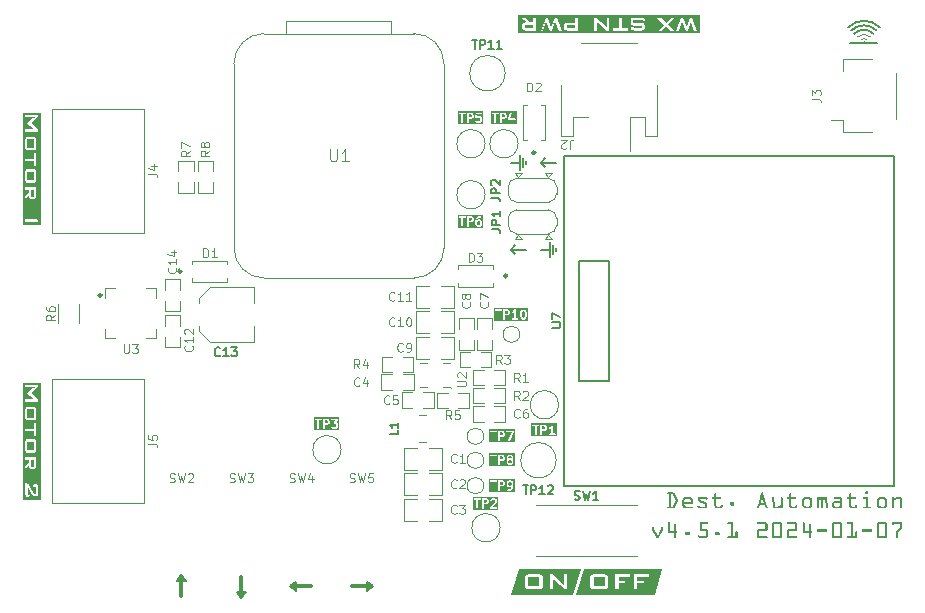
<source format=gbr>
%TF.GenerationSoftware,KiCad,Pcbnew,7.0.8*%
%TF.CreationDate,2024-01-07T13:32:43-05:00*%
%TF.ProjectId,destinationAutomation_v4.5,64657374-696e-4617-9469-6f6e4175746f,02*%
%TF.SameCoordinates,Original*%
%TF.FileFunction,Legend,Top*%
%TF.FilePolarity,Positive*%
%FSLAX46Y46*%
G04 Gerber Fmt 4.6, Leading zero omitted, Abs format (unit mm)*
G04 Created by KiCad (PCBNEW 7.0.8) date 2024-01-07 13:32:43*
%MOMM*%
%LPD*%
G01*
G04 APERTURE LIST*
%ADD10C,0.150000*%
%ADD11C,0.130000*%
%ADD12C,0.300000*%
%ADD13C,0.110000*%
%ADD14C,0.140000*%
%ADD15C,0.120000*%
%ADD16C,0.100000*%
%ADD17C,0.050000*%
%ADD18C,0.250000*%
%ADD19C,0.200000*%
G04 APERTURE END LIST*
D10*
X126301500Y-95694500D02*
X126301500Y-95948500D01*
X127571500Y-95821500D02*
X128841500Y-95821500D01*
D11*
X154939999Y-84581998D02*
G75*
G03*
X154131776Y-84916775I1J-1143002D01*
G01*
D10*
X156287039Y-84377964D02*
G75*
G03*
X154940001Y-83820002I-1347039J-1347036D01*
G01*
D12*
X97155000Y-132524500D02*
X97155000Y-130873500D01*
D10*
X125031500Y-103187500D02*
X126301500Y-103187500D01*
X97536000Y-131254500D02*
X96774000Y-131254500D01*
X97155000Y-130746500D01*
X97536000Y-131254500D01*
G36*
X97536000Y-131254500D02*
G01*
X96774000Y-131254500D01*
X97155000Y-130746500D01*
X97536000Y-131254500D01*
G37*
X125793500Y-95186500D02*
X125793500Y-96456500D01*
D13*
X155209408Y-85455595D02*
G75*
G03*
X154940001Y-85344002I-269408J-269405D01*
G01*
D10*
X125031500Y-95821500D02*
X125793500Y-95821500D01*
X102235000Y-132651500D02*
X101854000Y-132143500D01*
X102616000Y-132143500D01*
X102235000Y-132651500D01*
G36*
X102235000Y-132651500D02*
G01*
X101854000Y-132143500D01*
X102616000Y-132143500D01*
X102235000Y-132651500D01*
G37*
X125031500Y-103187500D02*
X125412500Y-102806500D01*
X128841500Y-103060500D02*
X128841500Y-103314500D01*
X127571500Y-103187500D02*
X128333500Y-103187500D01*
D14*
X156017631Y-84647372D02*
G75*
G03*
X154940001Y-84201002I-1077631J-1077628D01*
G01*
D15*
X154940001Y-84963005D02*
G75*
G03*
X154401187Y-85186190I-1J-761995D01*
G01*
D10*
X127571500Y-95821500D02*
X127952500Y-96202500D01*
D13*
X154939999Y-85343997D02*
G75*
G03*
X154670592Y-85455589I1J-381003D01*
G01*
D12*
X108140500Y-131699000D02*
X106489500Y-131699000D01*
D14*
X154939999Y-84200997D02*
G75*
G03*
X153862368Y-84647366I1J-1524003D01*
G01*
D10*
X126047500Y-95440500D02*
X126047500Y-96202500D01*
X125031500Y-103187500D02*
X125412500Y-103568500D01*
X128587500Y-102806500D02*
X128587500Y-103568500D01*
X128333500Y-102552500D02*
X128333500Y-103822500D01*
X153797001Y-85725002D02*
X156083001Y-85725002D01*
X127571500Y-95821500D02*
X127952500Y-95440500D01*
D11*
X155748223Y-84916780D02*
G75*
G03*
X154940001Y-84582002I-808223J-808220D01*
G01*
D12*
X102235000Y-130873500D02*
X102235000Y-132524500D01*
D10*
X106870500Y-132080000D02*
X106362500Y-131699000D01*
X106870500Y-131318000D01*
X106870500Y-132080000D01*
G36*
X106870500Y-132080000D02*
G01*
X106362500Y-131699000D01*
X106870500Y-131318000D01*
X106870500Y-132080000D01*
G37*
X154940004Y-83820012D02*
G75*
G03*
X153592966Y-84377974I-4J-1904988D01*
G01*
X113347500Y-131699000D02*
X112839500Y-132080000D01*
X112839500Y-131318000D01*
X113347500Y-131699000D01*
G36*
X113347500Y-131699000D02*
G01*
X112839500Y-132080000D01*
X112839500Y-131318000D01*
X113347500Y-131699000D01*
G37*
D15*
X155478815Y-85186188D02*
G75*
G03*
X154940001Y-84963002I-538815J-538812D01*
G01*
D10*
X154990801Y-85648802D02*
G75*
G03*
X154990801Y-85648802I-50800J0D01*
G01*
D12*
X111569500Y-131699000D02*
X113220500Y-131699000D01*
D10*
G36*
X138743449Y-123754931D02*
G01*
X138760039Y-123757009D01*
X138776514Y-123760289D01*
X138792874Y-123764771D01*
X138809120Y-123770456D01*
X138825252Y-123777342D01*
X138841269Y-123785431D01*
X138857171Y-123794722D01*
X138872496Y-123804923D01*
X138886778Y-123815742D01*
X138900019Y-123827179D01*
X138912217Y-123839235D01*
X138923374Y-123851909D01*
X138933489Y-123865201D01*
X138942563Y-123879111D01*
X138950594Y-123893640D01*
X139121686Y-124236923D01*
X139130329Y-124254455D01*
X139138121Y-124272155D01*
X139145063Y-124290021D01*
X139151156Y-124308055D01*
X139156398Y-124326257D01*
X139160790Y-124344626D01*
X139164332Y-124363162D01*
X139167024Y-124381866D01*
X139168866Y-124400738D01*
X139169857Y-124419776D01*
X139170046Y-124432562D01*
X139169592Y-124450536D01*
X139168230Y-124468600D01*
X139165960Y-124486755D01*
X139162782Y-124504999D01*
X139158696Y-124523334D01*
X139153702Y-124541759D01*
X139147799Y-124560274D01*
X139140989Y-124578879D01*
X139133271Y-124597574D01*
X139124644Y-124616359D01*
X139118389Y-124628933D01*
X138946564Y-124973316D01*
X138937869Y-124989441D01*
X138928269Y-125004663D01*
X138917764Y-125018979D01*
X138906356Y-125032392D01*
X138894042Y-125044900D01*
X138880825Y-125056503D01*
X138866702Y-125067202D01*
X138851676Y-125076997D01*
X138835974Y-125085669D01*
X138819825Y-125093185D01*
X138803230Y-125099545D01*
X138786188Y-125104749D01*
X138768700Y-125108796D01*
X138750765Y-125111687D01*
X138732384Y-125113421D01*
X138713556Y-125114000D01*
X138382729Y-125114000D01*
X138367530Y-125112842D01*
X138351404Y-125108687D01*
X138336607Y-125101508D01*
X138324748Y-125092748D01*
X138321547Y-125089819D01*
X138311697Y-125078837D01*
X138303402Y-125065299D01*
X138298267Y-125050708D01*
X138296292Y-125035063D01*
X138296267Y-125033033D01*
X138297847Y-125016592D01*
X138302587Y-125001342D01*
X138310487Y-124987283D01*
X138319991Y-124975958D01*
X138321547Y-124974415D01*
X138333115Y-124964850D01*
X138347580Y-124956796D01*
X138363374Y-124951810D01*
X138378283Y-124949964D01*
X138382729Y-124949868D01*
X138473588Y-124949868D01*
X138646512Y-124949868D01*
X138707328Y-124949868D01*
X138724711Y-124950346D01*
X138740680Y-124947657D01*
X138755236Y-124941802D01*
X138768379Y-124932781D01*
X138780109Y-124920593D01*
X138790426Y-124905239D01*
X138794157Y-124898211D01*
X138964882Y-124549432D01*
X138972353Y-124532511D01*
X138978827Y-124516185D01*
X138984305Y-124500454D01*
X138988788Y-124485318D01*
X138992274Y-124470778D01*
X138995231Y-124453440D01*
X138996631Y-124437033D01*
X138996756Y-124430730D01*
X138996355Y-124415434D01*
X138995153Y-124400505D01*
X138993150Y-124385942D01*
X138989518Y-124368254D01*
X138984634Y-124351137D01*
X138978499Y-124334594D01*
X138971110Y-124318623D01*
X138793790Y-123968745D01*
X138784239Y-123953757D01*
X138772989Y-123941310D01*
X138760039Y-123931404D01*
X138745390Y-123924037D01*
X138729041Y-123919210D01*
X138710993Y-123916924D01*
X138703298Y-123916721D01*
X138646512Y-123918187D01*
X138646512Y-124949868D01*
X138473588Y-124949868D01*
X138473588Y-123918187D01*
X138384928Y-123918187D01*
X138369728Y-123917012D01*
X138353602Y-123912793D01*
X138338805Y-123905506D01*
X138326946Y-123896613D01*
X138323745Y-123893640D01*
X138313895Y-123882445D01*
X138305600Y-123868535D01*
X138300465Y-123853434D01*
X138298490Y-123837142D01*
X138298466Y-123835022D01*
X138300046Y-123819245D01*
X138304785Y-123804522D01*
X138312685Y-123790852D01*
X138323745Y-123778235D01*
X138335313Y-123768814D01*
X138349779Y-123760880D01*
X138365572Y-123755968D01*
X138380481Y-123754150D01*
X138384928Y-123754055D01*
X138726746Y-123754055D01*
X138743449Y-123754931D01*
G37*
G36*
X140148839Y-124129869D02*
G01*
X140165751Y-124131840D01*
X140182490Y-124135124D01*
X140199055Y-124139722D01*
X140215446Y-124145634D01*
X140231663Y-124152860D01*
X140247706Y-124161399D01*
X140263575Y-124171253D01*
X140279270Y-124182420D01*
X140294792Y-124194900D01*
X140305043Y-124203951D01*
X140369889Y-124264767D01*
X140382395Y-124276842D01*
X140393670Y-124289986D01*
X140403715Y-124304199D01*
X140412531Y-124319481D01*
X140420116Y-124335832D01*
X140426471Y-124353253D01*
X140431596Y-124371742D01*
X140435491Y-124391300D01*
X140438156Y-124411927D01*
X140439592Y-124433624D01*
X140439865Y-124448682D01*
X140439865Y-124653846D01*
X140438620Y-124668474D01*
X140434149Y-124684119D01*
X140426427Y-124698619D01*
X140417003Y-124710368D01*
X140413853Y-124713563D01*
X140402195Y-124723413D01*
X140387798Y-124731708D01*
X140372256Y-124736843D01*
X140357718Y-124738744D01*
X140353403Y-124738842D01*
X139741208Y-124738842D01*
X139741208Y-124791965D01*
X139742548Y-124809048D01*
X139746566Y-124825127D01*
X139753264Y-124840201D01*
X139762640Y-124854270D01*
X139772501Y-124865227D01*
X139779310Y-124871466D01*
X139829868Y-124916163D01*
X139842602Y-124925873D01*
X139855156Y-124933937D01*
X139869985Y-124941442D01*
X139884557Y-124946577D01*
X139901231Y-124949572D01*
X139908270Y-124949868D01*
X140353403Y-124949868D01*
X140368192Y-124951025D01*
X140384020Y-124955181D01*
X140398703Y-124962360D01*
X140410612Y-124971120D01*
X140413853Y-124974048D01*
X140423988Y-124984958D01*
X140432524Y-124998628D01*
X140437807Y-125013580D01*
X140439839Y-125029814D01*
X140439865Y-125031934D01*
X140438216Y-125048054D01*
X140433270Y-125063075D01*
X140425027Y-125076997D01*
X140415109Y-125088277D01*
X140413487Y-125089819D01*
X140401721Y-125099241D01*
X140387329Y-125107175D01*
X140371931Y-125112087D01*
X140355525Y-125113976D01*
X140353403Y-125114000D01*
X139896913Y-125114000D01*
X139879710Y-125113343D01*
X139865118Y-125111792D01*
X139850293Y-125109328D01*
X139835236Y-125105953D01*
X139819946Y-125101665D01*
X139804424Y-125096464D01*
X139801292Y-125095315D01*
X139786365Y-125089326D01*
X139772727Y-125083265D01*
X139758061Y-125075898D01*
X139745250Y-125068427D01*
X139732647Y-125059582D01*
X139728019Y-125055748D01*
X139650716Y-124988337D01*
X139637540Y-124976835D01*
X139627209Y-124966050D01*
X139617469Y-124954173D01*
X139608318Y-124941205D01*
X139599759Y-124927147D01*
X139591789Y-124911996D01*
X139590266Y-124908836D01*
X139583300Y-124893118D01*
X139577515Y-124877795D01*
X139572910Y-124862865D01*
X139569486Y-124848328D01*
X139566936Y-124831404D01*
X139566086Y-124815046D01*
X139566086Y-124574711D01*
X139743040Y-124574711D01*
X140268773Y-124574711D01*
X140268773Y-124449415D01*
X140268039Y-124434302D01*
X140265223Y-124417678D01*
X140260294Y-124402703D01*
X140253253Y-124389377D01*
X140244100Y-124377699D01*
X140238731Y-124372478D01*
X140188539Y-124326683D01*
X140176485Y-124317078D01*
X140162541Y-124307702D01*
X140149163Y-124300669D01*
X140134271Y-124295427D01*
X140118197Y-124293344D01*
X139900577Y-124293344D01*
X139885846Y-124294361D01*
X139869279Y-124298120D01*
X139855609Y-124303547D01*
X139842429Y-124311009D01*
X139829738Y-124320506D01*
X139827670Y-124322286D01*
X139777112Y-124366250D01*
X139765533Y-124376833D01*
X139756349Y-124388524D01*
X139748663Y-124403563D01*
X139744238Y-124420110D01*
X139743040Y-124435493D01*
X139743040Y-124574711D01*
X139566086Y-124574711D01*
X139566086Y-124421937D01*
X139567331Y-124406212D01*
X139570379Y-124390919D01*
X139575256Y-124373952D01*
X139580718Y-124358533D01*
X139587449Y-124341952D01*
X139592098Y-124331445D01*
X139598910Y-124317552D01*
X139606157Y-124304449D01*
X139615828Y-124289181D01*
X139626178Y-124275147D01*
X139637209Y-124262347D01*
X139648919Y-124250782D01*
X139658776Y-124242419D01*
X139730950Y-124186365D01*
X139744412Y-124176151D01*
X139758144Y-124166942D01*
X139772147Y-124158738D01*
X139786420Y-124151538D01*
X139800963Y-124145342D01*
X139815778Y-124140152D01*
X139830862Y-124135966D01*
X139846217Y-124132784D01*
X139861843Y-124130608D01*
X139877739Y-124129436D01*
X139888487Y-124129212D01*
X140131752Y-124129212D01*
X140148839Y-124129869D01*
G37*
G36*
X141077705Y-124129212D02*
G01*
X141474478Y-124129212D01*
X141491667Y-124129673D01*
X141508476Y-124131054D01*
X141524906Y-124133356D01*
X141540955Y-124136580D01*
X141556625Y-124140724D01*
X141571915Y-124145789D01*
X141586824Y-124151775D01*
X141601354Y-124158682D01*
X141615504Y-124166510D01*
X141629274Y-124175258D01*
X141638242Y-124181602D01*
X141650944Y-124191338D01*
X141662397Y-124201034D01*
X141675723Y-124213903D01*
X141686829Y-124226702D01*
X141695713Y-124239434D01*
X141703695Y-124255251D01*
X141708207Y-124270961D01*
X141709317Y-124283452D01*
X141708055Y-124298243D01*
X141703521Y-124313687D01*
X141695690Y-124327575D01*
X141684562Y-124339905D01*
X141682939Y-124341337D01*
X141669544Y-124351115D01*
X141655370Y-124358098D01*
X141640418Y-124362289D01*
X141624687Y-124363685D01*
X141609544Y-124362449D01*
X141594891Y-124358740D01*
X141580727Y-124352557D01*
X141567053Y-124343902D01*
X141553868Y-124332773D01*
X141549582Y-124328515D01*
X141538863Y-124318382D01*
X141525811Y-124308490D01*
X141512554Y-124301072D01*
X141496826Y-124295542D01*
X141480817Y-124293378D01*
X141478508Y-124293344D01*
X141086864Y-124293344D01*
X141070294Y-124294667D01*
X141054116Y-124299751D01*
X141041983Y-124308646D01*
X141033895Y-124321355D01*
X141029850Y-124337875D01*
X141029345Y-124347565D01*
X141031168Y-124363341D01*
X141036638Y-124377328D01*
X141045754Y-124389527D01*
X141058517Y-124399938D01*
X141067447Y-124405085D01*
X141527967Y-124601090D01*
X141545066Y-124609367D01*
X141561375Y-124618812D01*
X141576894Y-124629426D01*
X141591623Y-124641206D01*
X141605562Y-124654155D01*
X141618711Y-124668272D01*
X141628054Y-124679625D01*
X141636953Y-124691636D01*
X141642639Y-124700008D01*
X141650692Y-124712845D01*
X141657953Y-124725940D01*
X141664422Y-124739292D01*
X141670099Y-124752902D01*
X141674984Y-124766769D01*
X141679076Y-124780894D01*
X141682377Y-124795277D01*
X141684885Y-124809917D01*
X141686601Y-124824815D01*
X141687526Y-124839970D01*
X141687702Y-124850217D01*
X141687009Y-124870663D01*
X141684932Y-124890510D01*
X141681471Y-124909758D01*
X141676625Y-124928407D01*
X141670394Y-124946458D01*
X141662779Y-124963909D01*
X141653779Y-124980761D01*
X141643394Y-124997015D01*
X141631625Y-125012669D01*
X141618472Y-125027725D01*
X141608933Y-125037429D01*
X141593977Y-125051113D01*
X141578648Y-125063451D01*
X141562945Y-125074443D01*
X141546869Y-125084089D01*
X141530419Y-125092389D01*
X141513596Y-125099343D01*
X141496399Y-125104952D01*
X141478828Y-125109214D01*
X141460884Y-125112130D01*
X141442567Y-125113700D01*
X141430147Y-125114000D01*
X141079903Y-125114000D01*
X141063045Y-125113545D01*
X141046407Y-125112183D01*
X141029987Y-125109913D01*
X141013786Y-125106735D01*
X140997804Y-125102649D01*
X140982041Y-125097655D01*
X140966497Y-125091753D01*
X140951172Y-125084942D01*
X140936066Y-125077224D01*
X140921179Y-125068598D01*
X140911376Y-125062342D01*
X140897495Y-125052617D01*
X140884980Y-125042949D01*
X140873830Y-125033340D01*
X140861088Y-125020617D01*
X140850772Y-125007998D01*
X140842884Y-124995481D01*
X140836437Y-124979980D01*
X140833782Y-124964641D01*
X140833706Y-124961592D01*
X140835286Y-124945930D01*
X140840026Y-124931184D01*
X140847926Y-124917353D01*
X140857430Y-124906003D01*
X140858986Y-124904439D01*
X140870746Y-124894732D01*
X140883910Y-124887409D01*
X140898476Y-124882470D01*
X140914444Y-124879916D01*
X140924198Y-124879526D01*
X140938852Y-124881209D01*
X140953961Y-124886258D01*
X140967275Y-124893265D01*
X140980923Y-124902745D01*
X140992553Y-124912533D01*
X140994907Y-124914697D01*
X141007513Y-124924830D01*
X141021747Y-124933245D01*
X141037609Y-124939942D01*
X141055099Y-124944922D01*
X141070263Y-124947670D01*
X141086469Y-124949319D01*
X141103717Y-124949868D01*
X141425751Y-124949868D01*
X141441825Y-124948326D01*
X141456706Y-124943697D01*
X141470395Y-124935984D01*
X141482892Y-124925185D01*
X141489498Y-124917628D01*
X141498338Y-124905079D01*
X141505349Y-124891885D01*
X141510532Y-124878048D01*
X141513885Y-124863567D01*
X141515409Y-124848441D01*
X141515510Y-124843256D01*
X141514612Y-124827617D01*
X141511915Y-124813123D01*
X141506017Y-124796615D01*
X141497311Y-124781896D01*
X141485796Y-124768966D01*
X141471472Y-124757825D01*
X141457991Y-124750200D01*
X140993441Y-124554195D01*
X140977161Y-124546450D01*
X140961842Y-124537869D01*
X140947485Y-124528452D01*
X140934090Y-124518200D01*
X140921657Y-124507111D01*
X140910185Y-124495187D01*
X140899675Y-124482428D01*
X140890127Y-124468832D01*
X140881712Y-124454790D01*
X140874419Y-124440691D01*
X140868248Y-124426534D01*
X140863199Y-124412320D01*
X140859272Y-124398049D01*
X140855941Y-124380130D01*
X140854363Y-124362121D01*
X140854223Y-124354893D01*
X140854790Y-124337935D01*
X140856490Y-124321409D01*
X140859323Y-124305314D01*
X140863290Y-124289651D01*
X140868391Y-124274420D01*
X140874625Y-124259619D01*
X140881992Y-124245251D01*
X140890493Y-124231313D01*
X140900127Y-124217808D01*
X140910895Y-124204733D01*
X140918703Y-124196257D01*
X140931057Y-124184275D01*
X140943939Y-124173472D01*
X140957349Y-124163848D01*
X140971288Y-124155402D01*
X140985754Y-124148134D01*
X141000749Y-124142045D01*
X141016271Y-124137135D01*
X141032322Y-124133403D01*
X141048900Y-124130849D01*
X141066007Y-124129474D01*
X141077705Y-124129212D01*
G37*
G36*
X142711323Y-125114000D02*
G01*
X142538033Y-125114000D01*
X142518235Y-125113330D01*
X142498959Y-125111320D01*
X142480205Y-125107972D01*
X142461972Y-125103283D01*
X142444261Y-125097256D01*
X142427072Y-125089888D01*
X142410404Y-125081181D01*
X142394258Y-125071135D01*
X142378633Y-125059749D01*
X142363531Y-125047024D01*
X142353752Y-125037796D01*
X142339937Y-125023237D01*
X142327481Y-125008137D01*
X142316384Y-124992497D01*
X142306645Y-124976315D01*
X142298266Y-124959593D01*
X142291245Y-124942329D01*
X142285583Y-124924525D01*
X142281280Y-124906179D01*
X142278336Y-124887293D01*
X142276751Y-124867866D01*
X142276449Y-124854614D01*
X142276449Y-124293344D01*
X142187789Y-124293344D01*
X142172589Y-124292222D01*
X142156464Y-124288192D01*
X142141666Y-124281231D01*
X142128196Y-124271339D01*
X142126606Y-124269896D01*
X142115546Y-124257440D01*
X142107647Y-124243518D01*
X142102907Y-124228131D01*
X142101352Y-124213465D01*
X142101327Y-124211278D01*
X142102907Y-124194883D01*
X142107647Y-124179771D01*
X142115546Y-124165940D01*
X142126606Y-124153392D01*
X142138174Y-124143971D01*
X142152640Y-124136037D01*
X142168433Y-124131125D01*
X142183342Y-124129307D01*
X142187789Y-124129212D01*
X142278281Y-124129212D01*
X142278281Y-123912691D01*
X142279490Y-123897189D01*
X142283119Y-123882738D01*
X142289168Y-123869339D01*
X142297635Y-123856992D01*
X142303560Y-123850409D01*
X142315128Y-123840274D01*
X142327713Y-123832628D01*
X142343340Y-123826937D01*
X142358104Y-123824626D01*
X142364743Y-123824397D01*
X142381298Y-123826046D01*
X142396891Y-123830992D01*
X142411523Y-123839235D01*
X142423537Y-123849153D01*
X142425193Y-123850775D01*
X142435471Y-123862629D01*
X142443225Y-123875429D01*
X142448454Y-123889176D01*
X142451159Y-123903870D01*
X142451571Y-123912691D01*
X142451571Y-124129212D01*
X142799983Y-124129212D01*
X142814772Y-124130387D01*
X142830600Y-124134606D01*
X142845283Y-124141893D01*
X142857192Y-124150786D01*
X142860434Y-124153759D01*
X142870569Y-124164776D01*
X142879104Y-124178440D01*
X142884388Y-124193249D01*
X142886420Y-124209203D01*
X142886445Y-124211278D01*
X142884820Y-124227696D01*
X142879942Y-124242877D01*
X142871814Y-124256822D01*
X142862034Y-124268009D01*
X142860434Y-124269530D01*
X142848775Y-124278809D01*
X142834378Y-124286623D01*
X142818837Y-124291460D01*
X142802150Y-124293320D01*
X142799983Y-124293344D01*
X142449373Y-124293344D01*
X142449373Y-124862307D01*
X142450635Y-124877399D01*
X142454422Y-124891579D01*
X142460733Y-124904848D01*
X142469569Y-124917205D01*
X142475751Y-124923856D01*
X142487747Y-124933992D01*
X142500655Y-124941638D01*
X142514475Y-124946795D01*
X142529206Y-124949462D01*
X142538033Y-124949868D01*
X142707293Y-124949868D01*
X142723791Y-124948769D01*
X142738846Y-124945472D01*
X142752459Y-124939976D01*
X142767446Y-124930016D01*
X142777813Y-124919575D01*
X142786738Y-124906935D01*
X142794220Y-124892097D01*
X142798884Y-124879526D01*
X142805221Y-124863040D01*
X142812875Y-124848752D01*
X142821845Y-124836662D01*
X142834909Y-124824640D01*
X142850031Y-124816054D01*
X142867210Y-124810902D01*
X142882434Y-124809253D01*
X142886445Y-124809184D01*
X142902449Y-124810324D01*
X142917120Y-124813743D01*
X142932255Y-124820440D01*
X142945650Y-124830114D01*
X142948727Y-124832998D01*
X142959306Y-124845683D01*
X142966862Y-124859926D01*
X142971396Y-124875725D01*
X142972884Y-124890827D01*
X142972907Y-124893082D01*
X142971757Y-124911578D01*
X142968305Y-124930062D01*
X142962552Y-124948535D01*
X142956727Y-124962382D01*
X142949608Y-124976222D01*
X142941194Y-124990056D01*
X142931485Y-125003884D01*
X142920483Y-125017705D01*
X142908185Y-125031520D01*
X142899268Y-125040727D01*
X142885103Y-125053821D01*
X142870224Y-125065628D01*
X142854629Y-125076147D01*
X142838320Y-125085377D01*
X142821296Y-125093320D01*
X142803557Y-125099975D01*
X142785103Y-125105341D01*
X142765934Y-125109420D01*
X142746051Y-125112211D01*
X142725453Y-125113713D01*
X142711323Y-125114000D01*
G37*
G36*
X143716993Y-124551264D02*
G01*
X143892482Y-124551264D01*
X143907270Y-124552491D01*
X143923099Y-124556899D01*
X143937782Y-124564512D01*
X143949690Y-124573804D01*
X143952932Y-124576909D01*
X143963067Y-124588655D01*
X143970713Y-124601453D01*
X143975870Y-124615303D01*
X143978537Y-124630204D01*
X143978944Y-124639191D01*
X143978944Y-124789401D01*
X143977734Y-124804956D01*
X143974105Y-124819564D01*
X143968057Y-124833226D01*
X143959589Y-124845941D01*
X143953665Y-124852782D01*
X143942097Y-124863203D01*
X143929512Y-124871064D01*
X143913884Y-124876915D01*
X143899120Y-124879291D01*
X143892482Y-124879526D01*
X143714795Y-124879526D01*
X143699596Y-124878282D01*
X143685413Y-124874548D01*
X143670449Y-124867232D01*
X143658445Y-124858163D01*
X143653612Y-124853515D01*
X143643762Y-124841536D01*
X143636332Y-124828680D01*
X143630802Y-124812915D01*
X143628555Y-124798182D01*
X143628333Y-124791599D01*
X143628333Y-124639191D01*
X143629560Y-124623689D01*
X143633242Y-124609238D01*
X143639378Y-124595839D01*
X143647968Y-124583493D01*
X143653979Y-124576909D01*
X143665885Y-124566917D01*
X143678843Y-124559378D01*
X143692853Y-124554294D01*
X143707914Y-124551665D01*
X143716993Y-124551264D01*
G37*
G36*
X146363420Y-123754948D02*
G01*
X146380341Y-123758576D01*
X146394954Y-123764995D01*
X146407260Y-123774204D01*
X146417258Y-123786204D01*
X146424949Y-123800994D01*
X146428455Y-123811208D01*
X146773937Y-125001892D01*
X146777195Y-125016678D01*
X146777967Y-125027538D01*
X146776775Y-125042737D01*
X146772493Y-125058863D01*
X146765097Y-125073660D01*
X146756071Y-125085519D01*
X146753054Y-125088720D01*
X146741964Y-125098570D01*
X146728432Y-125106865D01*
X146713983Y-125112000D01*
X146698619Y-125113975D01*
X146696634Y-125114000D01*
X146680371Y-125112992D01*
X146665653Y-125109969D01*
X146649430Y-125103358D01*
X146635621Y-125093598D01*
X146624228Y-125080689D01*
X146615249Y-125064632D01*
X146609806Y-125049519D01*
X146539830Y-124809184D01*
X146145256Y-124809184D01*
X146069052Y-125066006D01*
X146063405Y-125079694D01*
X146053527Y-125090804D01*
X146043406Y-125098612D01*
X146030282Y-125106050D01*
X146016461Y-125111054D01*
X146001946Y-125113624D01*
X145993581Y-125114000D01*
X145977542Y-125112772D01*
X145962766Y-125109091D01*
X145949252Y-125102955D01*
X145937000Y-125094365D01*
X145930566Y-125088354D01*
X145921002Y-125076448D01*
X145913786Y-125063490D01*
X145908920Y-125049480D01*
X145906403Y-125034418D01*
X145906020Y-125025339D01*
X145907302Y-125009769D01*
X145910833Y-124994839D01*
X145911149Y-124993832D01*
X146015488Y-124645053D01*
X146197646Y-124645053D01*
X146489272Y-124645053D01*
X146346023Y-124152660D01*
X146197646Y-124645053D01*
X146015488Y-124645053D01*
X146261759Y-123821833D01*
X146267598Y-123805947D01*
X146274857Y-123792180D01*
X146285927Y-123777950D01*
X146299214Y-123767028D01*
X146314721Y-123759417D01*
X146332445Y-123755114D01*
X146348221Y-123754055D01*
X146363420Y-123754948D01*
G37*
G36*
X147584701Y-124949868D02*
G01*
X147876327Y-124785737D01*
X147876327Y-124220803D01*
X147877536Y-124204945D01*
X147881165Y-124190069D01*
X147887214Y-124176174D01*
X147895681Y-124163261D01*
X147901606Y-124156323D01*
X147913174Y-124145760D01*
X147925759Y-124137790D01*
X147941387Y-124131860D01*
X147956150Y-124129451D01*
X147962789Y-124129212D01*
X147978131Y-124130457D01*
X147992421Y-124134191D01*
X148007465Y-124141507D01*
X148019502Y-124150576D01*
X148024338Y-124155224D01*
X148034188Y-124167060D01*
X148041619Y-124179808D01*
X148047148Y-124195493D01*
X148049395Y-124210194D01*
X148049617Y-124216773D01*
X148049617Y-125028637D01*
X148048372Y-125043283D01*
X148043902Y-125058990D01*
X148036179Y-125073599D01*
X148026755Y-125085480D01*
X148023605Y-125088720D01*
X148011930Y-125098570D01*
X147997470Y-125106865D01*
X147981819Y-125112000D01*
X147967148Y-125113901D01*
X147962789Y-125114000D01*
X147947983Y-125112702D01*
X147932091Y-125108043D01*
X147919088Y-125101185D01*
X147906927Y-125091734D01*
X147901972Y-125086889D01*
X147891980Y-125074394D01*
X147884441Y-125060953D01*
X147879357Y-125046565D01*
X147876728Y-125031230D01*
X147876327Y-125022042D01*
X147876327Y-124949868D01*
X147725751Y-125053916D01*
X147709173Y-125064653D01*
X147692551Y-125074335D01*
X147675883Y-125082960D01*
X147659170Y-125090529D01*
X147642412Y-125097042D01*
X147625609Y-125102499D01*
X147608761Y-125106900D01*
X147591868Y-125110244D01*
X147574930Y-125112533D01*
X147557946Y-125113765D01*
X147546599Y-125114000D01*
X147466365Y-125114000D01*
X147446708Y-125113356D01*
X147427579Y-125111424D01*
X147408978Y-125108204D01*
X147390906Y-125103696D01*
X147373361Y-125097900D01*
X147356344Y-125090816D01*
X147339856Y-125082444D01*
X147323895Y-125072784D01*
X147308463Y-125061836D01*
X147293559Y-125049600D01*
X147283916Y-125040727D01*
X147270252Y-125026633D01*
X147257838Y-125011966D01*
X147246673Y-124996725D01*
X147236758Y-124980912D01*
X147228092Y-124964525D01*
X147220675Y-124947566D01*
X147214508Y-124930033D01*
X147209590Y-124911927D01*
X147205921Y-124893247D01*
X147203502Y-124873995D01*
X147202583Y-124860842D01*
X147177670Y-124214942D01*
X147178494Y-124198570D01*
X147182799Y-124183159D01*
X147190584Y-124168711D01*
X147200252Y-124156857D01*
X147201850Y-124155224D01*
X147213846Y-124145089D01*
X147226754Y-124137443D01*
X147240574Y-124132286D01*
X147255305Y-124129619D01*
X147264132Y-124129212D01*
X147279046Y-124130457D01*
X147294931Y-124134928D01*
X147309580Y-124142650D01*
X147321384Y-124152074D01*
X147324582Y-124155224D01*
X147334485Y-124166900D01*
X147342073Y-124179487D01*
X147347912Y-124194989D01*
X147350542Y-124209530D01*
X147350960Y-124216041D01*
X147373675Y-124856812D01*
X147375107Y-124873442D01*
X147378303Y-124888436D01*
X147385310Y-124905885D01*
X147395454Y-124920425D01*
X147408734Y-124932057D01*
X147425152Y-124940781D01*
X147439524Y-124945415D01*
X147455660Y-124948414D01*
X147473562Y-124949777D01*
X147479921Y-124949868D01*
X147584701Y-124949868D01*
G37*
G36*
X149049425Y-125114000D02*
G01*
X148876135Y-125114000D01*
X148856337Y-125113330D01*
X148837061Y-125111320D01*
X148818307Y-125107972D01*
X148800074Y-125103283D01*
X148782363Y-125097256D01*
X148765174Y-125089888D01*
X148748506Y-125081181D01*
X148732360Y-125071135D01*
X148716735Y-125059749D01*
X148701632Y-125047024D01*
X148691854Y-125037796D01*
X148678039Y-125023237D01*
X148665583Y-125008137D01*
X148654486Y-124992497D01*
X148644747Y-124976315D01*
X148636368Y-124959593D01*
X148629347Y-124942329D01*
X148623685Y-124924525D01*
X148619382Y-124906179D01*
X148616438Y-124887293D01*
X148614853Y-124867866D01*
X148614551Y-124854614D01*
X148614551Y-124293344D01*
X148525891Y-124293344D01*
X148510691Y-124292222D01*
X148494565Y-124288192D01*
X148479768Y-124281231D01*
X148466298Y-124271339D01*
X148464708Y-124269896D01*
X148453648Y-124257440D01*
X148445748Y-124243518D01*
X148441009Y-124228131D01*
X148439453Y-124213465D01*
X148439429Y-124211278D01*
X148441009Y-124194883D01*
X148445748Y-124179771D01*
X148453648Y-124165940D01*
X148464708Y-124153392D01*
X148476276Y-124143971D01*
X148490742Y-124136037D01*
X148506535Y-124131125D01*
X148521444Y-124129307D01*
X148525891Y-124129212D01*
X148616383Y-124129212D01*
X148616383Y-123912691D01*
X148617592Y-123897189D01*
X148621221Y-123882738D01*
X148627269Y-123869339D01*
X148635737Y-123856992D01*
X148641662Y-123850409D01*
X148653230Y-123840274D01*
X148665815Y-123832628D01*
X148681442Y-123826937D01*
X148696206Y-123824626D01*
X148702845Y-123824397D01*
X148719400Y-123826046D01*
X148734993Y-123830992D01*
X148749625Y-123839235D01*
X148761639Y-123849153D01*
X148763295Y-123850775D01*
X148773573Y-123862629D01*
X148781327Y-123875429D01*
X148786556Y-123889176D01*
X148789261Y-123903870D01*
X148789673Y-123912691D01*
X148789673Y-124129212D01*
X149138085Y-124129212D01*
X149152874Y-124130387D01*
X149168702Y-124134606D01*
X149183385Y-124141893D01*
X149195294Y-124150786D01*
X149198535Y-124153759D01*
X149208671Y-124164776D01*
X149217206Y-124178440D01*
X149222490Y-124193249D01*
X149224522Y-124209203D01*
X149224547Y-124211278D01*
X149222922Y-124227696D01*
X149218044Y-124242877D01*
X149209916Y-124256822D01*
X149200136Y-124268009D01*
X149198535Y-124269530D01*
X149186877Y-124278809D01*
X149172480Y-124286623D01*
X149156938Y-124291460D01*
X149140252Y-124293320D01*
X149138085Y-124293344D01*
X148787475Y-124293344D01*
X148787475Y-124862307D01*
X148788737Y-124877399D01*
X148792524Y-124891579D01*
X148798835Y-124904848D01*
X148807671Y-124917205D01*
X148813853Y-124923856D01*
X148825849Y-124933992D01*
X148838757Y-124941638D01*
X148852577Y-124946795D01*
X148867308Y-124949462D01*
X148876135Y-124949868D01*
X149045395Y-124949868D01*
X149061893Y-124948769D01*
X149076948Y-124945472D01*
X149090561Y-124939976D01*
X149105548Y-124930016D01*
X149115915Y-124919575D01*
X149124840Y-124906935D01*
X149132322Y-124892097D01*
X149136986Y-124879526D01*
X149143323Y-124863040D01*
X149150977Y-124848752D01*
X149159947Y-124836662D01*
X149173011Y-124824640D01*
X149188133Y-124816054D01*
X149205311Y-124810902D01*
X149220536Y-124809253D01*
X149224547Y-124809184D01*
X149240551Y-124810324D01*
X149255222Y-124813743D01*
X149270357Y-124820440D01*
X149283752Y-124830114D01*
X149286829Y-124832998D01*
X149297408Y-124845683D01*
X149304964Y-124859926D01*
X149309498Y-124875725D01*
X149310986Y-124890827D01*
X149311009Y-124893082D01*
X149309859Y-124911578D01*
X149306407Y-124930062D01*
X149300654Y-124948535D01*
X149294829Y-124962382D01*
X149287709Y-124976222D01*
X149279296Y-124990056D01*
X149269587Y-125003884D01*
X149258585Y-125017705D01*
X149246287Y-125031520D01*
X149237370Y-125040727D01*
X149223205Y-125053821D01*
X149208326Y-125065628D01*
X149192731Y-125076147D01*
X149176422Y-125085377D01*
X149159398Y-125093320D01*
X149141659Y-125099975D01*
X149123205Y-125105341D01*
X149104036Y-125109420D01*
X149084153Y-125112211D01*
X149063555Y-125113713D01*
X149049425Y-125114000D01*
G37*
G36*
X150266655Y-124129745D02*
G01*
X150288316Y-124132029D01*
X150309855Y-124136064D01*
X150324146Y-124139728D01*
X150338382Y-124144170D01*
X150352565Y-124149391D01*
X150366693Y-124155390D01*
X150380766Y-124162168D01*
X150394785Y-124169724D01*
X150408750Y-124178059D01*
X150422660Y-124187172D01*
X150436516Y-124197064D01*
X150450318Y-124207735D01*
X150464065Y-124219183D01*
X150470919Y-124225200D01*
X150484228Y-124237504D01*
X150496679Y-124249964D01*
X150508271Y-124262578D01*
X150519004Y-124275346D01*
X150528879Y-124288269D01*
X150537895Y-124301346D01*
X150546052Y-124314578D01*
X150553351Y-124327965D01*
X150559791Y-124341506D01*
X150565372Y-124355202D01*
X150572134Y-124376035D01*
X150576964Y-124397216D01*
X150579862Y-124418745D01*
X150580828Y-124440622D01*
X150580828Y-124802590D01*
X150579862Y-124824077D01*
X150576964Y-124845261D01*
X150572134Y-124866143D01*
X150565372Y-124886722D01*
X150559791Y-124900273D01*
X150553351Y-124913690D01*
X150546052Y-124926972D01*
X150537895Y-124940120D01*
X150528879Y-124953133D01*
X150519004Y-124966011D01*
X150508271Y-124978755D01*
X150496679Y-124991365D01*
X150484228Y-125003840D01*
X150470919Y-125016180D01*
X150457199Y-125028026D01*
X150443424Y-125039107D01*
X150429595Y-125049424D01*
X150415712Y-125058976D01*
X150401774Y-125067765D01*
X150387783Y-125075789D01*
X150373736Y-125083049D01*
X150359635Y-125089545D01*
X150345480Y-125095276D01*
X150331271Y-125100244D01*
X150317007Y-125104447D01*
X150302689Y-125107886D01*
X150281109Y-125111611D01*
X150259408Y-125113617D01*
X150244872Y-125114000D01*
X150041906Y-125114000D01*
X150027153Y-125113612D01*
X150012477Y-125112448D01*
X149997878Y-125110509D01*
X149983356Y-125107794D01*
X149968912Y-125104304D01*
X149954545Y-125100038D01*
X149940256Y-125094996D01*
X149926043Y-125089178D01*
X149911908Y-125082585D01*
X149897850Y-125075216D01*
X149883870Y-125067072D01*
X149869967Y-125058152D01*
X149856141Y-125048456D01*
X149842392Y-125037985D01*
X149828721Y-125026738D01*
X149815127Y-125014715D01*
X149802039Y-125002208D01*
X149789796Y-124989602D01*
X149778397Y-124976895D01*
X149767843Y-124964088D01*
X149758133Y-124951181D01*
X149749267Y-124938173D01*
X149741245Y-124925066D01*
X149734068Y-124911858D01*
X149727736Y-124898550D01*
X149719820Y-124878400D01*
X149713804Y-124858025D01*
X149709688Y-124837425D01*
X149707471Y-124816599D01*
X149707049Y-124802590D01*
X149707049Y-124798560D01*
X149882171Y-124798560D01*
X149883369Y-124815862D01*
X149886963Y-124831773D01*
X149892952Y-124846293D01*
X149901337Y-124859422D01*
X149912117Y-124871160D01*
X149916243Y-124874764D01*
X149981090Y-124931184D01*
X149994639Y-124940216D01*
X150009019Y-124945763D01*
X150023405Y-124948701D01*
X150039473Y-124949850D01*
X150041906Y-124949868D01*
X150242674Y-124949868D01*
X150259001Y-124948735D01*
X150274736Y-124945335D01*
X150289879Y-124939667D01*
X150304429Y-124931733D01*
X150318387Y-124921532D01*
X150322907Y-124917628D01*
X150375664Y-124870367D01*
X150386496Y-124860329D01*
X150396301Y-124846861D01*
X150403055Y-124831498D01*
X150406417Y-124816824D01*
X150407538Y-124800758D01*
X150407538Y-124445751D01*
X150406759Y-124430050D01*
X150403771Y-124412980D01*
X150398542Y-124397841D01*
X150391072Y-124384635D01*
X150381360Y-124373361D01*
X150375664Y-124368448D01*
X150314847Y-124319355D01*
X150302933Y-124310515D01*
X150288090Y-124302514D01*
X150272229Y-124297001D01*
X150257825Y-124294258D01*
X150242674Y-124293344D01*
X150063522Y-124293344D01*
X150045847Y-124294032D01*
X150029461Y-124296098D01*
X150014363Y-124299542D01*
X149997945Y-124305493D01*
X149983382Y-124313427D01*
X149972663Y-124321554D01*
X149914045Y-124372845D01*
X149903213Y-124383591D01*
X149894622Y-124395496D01*
X149887432Y-124410851D01*
X149883696Y-124425268D01*
X149882202Y-124440844D01*
X149882171Y-124443553D01*
X149882171Y-124798560D01*
X149707049Y-124798560D01*
X149707049Y-124440622D01*
X149707976Y-124419649D01*
X149710759Y-124398908D01*
X149715395Y-124378399D01*
X149721887Y-124358121D01*
X149730233Y-124338076D01*
X149736828Y-124324841D01*
X149744246Y-124311709D01*
X149752490Y-124298680D01*
X149761557Y-124285754D01*
X149771449Y-124272932D01*
X149782165Y-124260212D01*
X149793706Y-124247595D01*
X149806070Y-124235082D01*
X149812562Y-124228863D01*
X149825866Y-124216796D01*
X149839307Y-124205508D01*
X149852885Y-124194998D01*
X149866601Y-124185266D01*
X149880454Y-124176313D01*
X149894444Y-124168139D01*
X149908572Y-124160743D01*
X149922838Y-124154125D01*
X149937240Y-124148286D01*
X149951780Y-124143226D01*
X149966458Y-124138944D01*
X149981273Y-124135441D01*
X149996225Y-124132716D01*
X150011315Y-124130769D01*
X150026542Y-124129602D01*
X150041906Y-124129212D01*
X150244872Y-124129212D01*
X150266655Y-124129745D01*
G37*
G36*
X150954886Y-125028270D02*
G01*
X150954886Y-124214942D01*
X150956095Y-124199760D01*
X150960440Y-124183697D01*
X150967945Y-124169008D01*
X150977104Y-124157282D01*
X150980165Y-124154125D01*
X150991733Y-124144418D01*
X151006199Y-124136243D01*
X151021992Y-124131183D01*
X151036901Y-124129310D01*
X151041348Y-124129212D01*
X151057336Y-124130208D01*
X151071779Y-124133197D01*
X151087659Y-124139733D01*
X151101124Y-124149382D01*
X151112174Y-124162144D01*
X151120809Y-124178019D01*
X151125978Y-124192960D01*
X151139655Y-124181567D01*
X151153623Y-124171296D01*
X151167880Y-124162144D01*
X151182427Y-124154114D01*
X151197263Y-124147204D01*
X151212390Y-124141414D01*
X151227806Y-124136745D01*
X151243512Y-124133197D01*
X151259508Y-124130769D01*
X151275794Y-124129461D01*
X151286812Y-124129212D01*
X151305995Y-124129943D01*
X151324529Y-124132136D01*
X151342412Y-124135791D01*
X151359644Y-124140907D01*
X151376226Y-124147486D01*
X151392157Y-124155526D01*
X151407438Y-124165028D01*
X151422069Y-124175992D01*
X151436049Y-124188418D01*
X151449379Y-124202306D01*
X151457904Y-124212377D01*
X151473505Y-124197515D01*
X151489396Y-124184114D01*
X151505576Y-124172175D01*
X151522046Y-124161699D01*
X151538806Y-124152684D01*
X151555856Y-124145131D01*
X151573196Y-124139039D01*
X151590825Y-124134410D01*
X151608745Y-124131243D01*
X151626954Y-124129537D01*
X151639254Y-124129212D01*
X151654115Y-124129711D01*
X151673357Y-124131930D01*
X151691947Y-124135922D01*
X151709885Y-124141690D01*
X151727170Y-124149232D01*
X151743802Y-124158548D01*
X151759782Y-124169639D01*
X151771339Y-124179122D01*
X151778839Y-124185999D01*
X151789481Y-124196851D01*
X151799151Y-124208251D01*
X151807848Y-124220198D01*
X151815573Y-124232693D01*
X151822325Y-124245735D01*
X151828105Y-124259325D01*
X151832912Y-124273461D01*
X151836747Y-124288146D01*
X151839610Y-124303377D01*
X151841500Y-124319156D01*
X151842220Y-124329980D01*
X151866766Y-125028637D01*
X151865522Y-125043283D01*
X151861051Y-125058990D01*
X151853329Y-125073599D01*
X151843904Y-125085480D01*
X151840755Y-125088720D01*
X151829096Y-125098570D01*
X151814699Y-125106865D01*
X151799158Y-125112000D01*
X151784619Y-125113901D01*
X151780304Y-125114000D01*
X151764945Y-125112772D01*
X151750602Y-125109091D01*
X151737276Y-125102955D01*
X151724966Y-125094365D01*
X151718389Y-125088354D01*
X151708344Y-125076553D01*
X151700647Y-125063911D01*
X151694728Y-125048432D01*
X151692066Y-125033986D01*
X151691644Y-125027538D01*
X151671128Y-124349031D01*
X151669716Y-124332988D01*
X151666110Y-124317326D01*
X151659265Y-124304002D01*
X151646292Y-124294703D01*
X151637056Y-124293344D01*
X151621529Y-124296289D01*
X151607996Y-124303502D01*
X151601152Y-124308731D01*
X151497838Y-124395559D01*
X151497838Y-125029369D01*
X151496628Y-125044266D01*
X151492283Y-125060088D01*
X151484778Y-125074628D01*
X151475620Y-125086299D01*
X151472558Y-125089453D01*
X151460990Y-125099018D01*
X151446525Y-125107072D01*
X151430731Y-125112058D01*
X151415822Y-125113904D01*
X151411376Y-125114000D01*
X151396444Y-125112790D01*
X151380496Y-125108445D01*
X151365738Y-125100940D01*
X151353802Y-125091782D01*
X151350559Y-125088720D01*
X151340566Y-125077135D01*
X151333028Y-125064497D01*
X151327418Y-125048767D01*
X151325139Y-125033875D01*
X151324914Y-125027171D01*
X151324914Y-124337674D01*
X151323574Y-124322608D01*
X151317621Y-124307370D01*
X151305230Y-124296850D01*
X151289156Y-124293387D01*
X151286812Y-124293344D01*
X151272175Y-124295581D01*
X151258626Y-124302292D01*
X151252740Y-124306899D01*
X151128176Y-124412046D01*
X151128176Y-125027538D01*
X151126984Y-125042469D01*
X151122702Y-125058417D01*
X151115306Y-125073175D01*
X151106280Y-125085111D01*
X151103263Y-125088354D01*
X151092016Y-125098347D01*
X151077917Y-125106762D01*
X151062489Y-125111971D01*
X151047901Y-125113899D01*
X151043546Y-125114000D01*
X151028294Y-125112790D01*
X151013953Y-125109161D01*
X151000525Y-125103113D01*
X150988007Y-125094645D01*
X150981264Y-125088720D01*
X150970986Y-125077062D01*
X150963232Y-125064527D01*
X150957462Y-125049129D01*
X150954989Y-125032585D01*
X150954886Y-125028270D01*
G37*
G36*
X152852654Y-124129869D02*
G01*
X152871891Y-124131840D01*
X152890581Y-124135124D01*
X152908724Y-124139722D01*
X152926319Y-124145634D01*
X152943367Y-124152860D01*
X152959867Y-124161399D01*
X152975820Y-124171253D01*
X152991225Y-124182420D01*
X153006083Y-124194900D01*
X153015685Y-124203951D01*
X153029264Y-124218192D01*
X153041561Y-124233025D01*
X153052576Y-124248451D01*
X153062310Y-124264469D01*
X153070763Y-124281080D01*
X153077934Y-124298284D01*
X153083823Y-124316080D01*
X153088431Y-124334468D01*
X153091757Y-124353449D01*
X153093802Y-124373022D01*
X153094453Y-124386400D01*
X153116069Y-125028270D01*
X153114824Y-125043452D01*
X153110353Y-125059515D01*
X153102631Y-125074204D01*
X153093207Y-125085930D01*
X153090057Y-125089087D01*
X153078381Y-125098794D01*
X153063921Y-125106968D01*
X153048270Y-125112029D01*
X153033599Y-125113902D01*
X153029240Y-125114000D01*
X153013577Y-125112702D01*
X152998967Y-125108810D01*
X152985408Y-125102324D01*
X152972900Y-125093243D01*
X152966226Y-125086889D01*
X152956233Y-125074306D01*
X152948695Y-125060602D01*
X152943611Y-125045776D01*
X152940981Y-125029827D01*
X152940580Y-125020210D01*
X152794401Y-125114000D01*
X152501676Y-125114000D01*
X152481495Y-125113346D01*
X152461894Y-125111385D01*
X152442872Y-125108117D01*
X152424430Y-125103541D01*
X152406568Y-125097658D01*
X152389285Y-125090468D01*
X152372582Y-125081970D01*
X152356458Y-125072165D01*
X152340914Y-125061053D01*
X152325950Y-125048634D01*
X152316295Y-125039628D01*
X152302677Y-125025399D01*
X152290398Y-125010605D01*
X152279459Y-124995243D01*
X152269859Y-124979315D01*
X152261598Y-124962820D01*
X152254678Y-124945758D01*
X152249096Y-124928130D01*
X152244854Y-124909935D01*
X152241952Y-124891173D01*
X152240389Y-124871844D01*
X152240117Y-124859743D01*
X152415214Y-124859743D01*
X152416441Y-124875173D01*
X152420122Y-124889726D01*
X152426258Y-124903403D01*
X152434849Y-124916203D01*
X152440859Y-124923124D01*
X152452660Y-124933545D01*
X152465303Y-124941406D01*
X152480782Y-124947257D01*
X152497360Y-124949764D01*
X152501676Y-124949868D01*
X152746041Y-124949868D01*
X152934718Y-124856079D01*
X152929589Y-124769983D01*
X152928340Y-124754274D01*
X152925416Y-124739569D01*
X152919889Y-124723684D01*
X152912082Y-124709166D01*
X152903577Y-124697810D01*
X152892295Y-124686389D01*
X152879925Y-124677774D01*
X152866469Y-124671964D01*
X152851926Y-124668959D01*
X152843127Y-124668501D01*
X152501676Y-124668501D01*
X152486476Y-124669763D01*
X152472294Y-124673550D01*
X152457330Y-124680968D01*
X152445326Y-124690165D01*
X152440493Y-124694879D01*
X152430643Y-124706945D01*
X152423212Y-124720063D01*
X152418201Y-124734234D01*
X152415609Y-124749456D01*
X152415214Y-124758626D01*
X152415214Y-124859743D01*
X152240117Y-124859743D01*
X152240092Y-124858644D01*
X152240092Y-124759725D01*
X152240765Y-124740212D01*
X152242784Y-124721240D01*
X152246148Y-124702809D01*
X152250859Y-124684918D01*
X152256916Y-124667569D01*
X152264319Y-124650761D01*
X152273068Y-124634493D01*
X152283162Y-124618767D01*
X152294603Y-124603581D01*
X152307390Y-124588937D01*
X152316662Y-124579474D01*
X152331361Y-124566052D01*
X152346608Y-124553950D01*
X152362402Y-124543169D01*
X152378743Y-124533707D01*
X152395632Y-124525566D01*
X152413069Y-124518745D01*
X152431052Y-124513244D01*
X152449583Y-124509063D01*
X152468662Y-124506203D01*
X152488288Y-124504663D01*
X152501676Y-124504369D01*
X152840929Y-124504369D01*
X152856385Y-124504209D01*
X152872426Y-124503806D01*
X152888045Y-124503265D01*
X152905390Y-124502544D01*
X152921163Y-124501805D01*
X152918965Y-124379439D01*
X152917755Y-124364257D01*
X152913410Y-124348194D01*
X152905905Y-124333506D01*
X152896747Y-124321780D01*
X152893686Y-124318623D01*
X152882117Y-124308773D01*
X152867652Y-124300478D01*
X152851858Y-124295343D01*
X152836949Y-124293442D01*
X152832503Y-124293344D01*
X152503874Y-124293344D01*
X152489068Y-124292186D01*
X152473177Y-124288031D01*
X152458385Y-124280852D01*
X152446343Y-124272092D01*
X152443057Y-124269163D01*
X152433065Y-124258004D01*
X152424650Y-124244219D01*
X152419441Y-124229336D01*
X152417437Y-124213353D01*
X152417412Y-124211278D01*
X152418992Y-124194883D01*
X152423732Y-124179771D01*
X152431631Y-124165940D01*
X152442691Y-124153392D01*
X152454259Y-124143971D01*
X152468725Y-124136037D01*
X152484519Y-124131125D01*
X152499427Y-124129307D01*
X152503874Y-124129212D01*
X152832869Y-124129212D01*
X152852654Y-124129869D01*
G37*
G36*
X154119907Y-125114000D02*
G01*
X153946616Y-125114000D01*
X153926819Y-125113330D01*
X153907543Y-125111320D01*
X153888788Y-125107972D01*
X153870556Y-125103283D01*
X153852845Y-125097256D01*
X153835655Y-125089888D01*
X153818987Y-125081181D01*
X153802841Y-125071135D01*
X153787217Y-125059749D01*
X153772114Y-125047024D01*
X153762335Y-125037796D01*
X153748520Y-125023237D01*
X153736064Y-125008137D01*
X153724967Y-124992497D01*
X153715229Y-124976315D01*
X153706849Y-124959593D01*
X153699829Y-124942329D01*
X153694167Y-124924525D01*
X153689864Y-124906179D01*
X153686920Y-124887293D01*
X153685334Y-124867866D01*
X153685032Y-124854614D01*
X153685032Y-124293344D01*
X153596372Y-124293344D01*
X153581173Y-124292222D01*
X153565047Y-124288192D01*
X153550249Y-124281231D01*
X153536780Y-124271339D01*
X153535189Y-124269896D01*
X153524130Y-124257440D01*
X153516230Y-124243518D01*
X153511490Y-124228131D01*
X153509935Y-124213465D01*
X153509910Y-124211278D01*
X153511490Y-124194883D01*
X153516230Y-124179771D01*
X153524130Y-124165940D01*
X153535189Y-124153392D01*
X153546757Y-124143971D01*
X153561223Y-124136037D01*
X153577017Y-124131125D01*
X153591926Y-124129307D01*
X153596372Y-124129212D01*
X153686864Y-124129212D01*
X153686864Y-123912691D01*
X153688074Y-123897189D01*
X153691703Y-123882738D01*
X153697751Y-123869339D01*
X153706218Y-123856992D01*
X153712143Y-123850409D01*
X153723711Y-123840274D01*
X153736296Y-123832628D01*
X153751924Y-123826937D01*
X153766688Y-123824626D01*
X153773326Y-123824397D01*
X153789881Y-123826046D01*
X153805475Y-123830992D01*
X153820106Y-123839235D01*
X153832120Y-123849153D01*
X153833776Y-123850775D01*
X153844054Y-123862629D01*
X153851808Y-123875429D01*
X153857037Y-123889176D01*
X153859742Y-123903870D01*
X153860154Y-123912691D01*
X153860154Y-124129212D01*
X154208567Y-124129212D01*
X154223356Y-124130387D01*
X154239184Y-124134606D01*
X154253867Y-124141893D01*
X154265776Y-124150786D01*
X154269017Y-124153759D01*
X154279152Y-124164776D01*
X154287688Y-124178440D01*
X154292971Y-124193249D01*
X154295003Y-124209203D01*
X154295029Y-124211278D01*
X154293403Y-124227696D01*
X154288526Y-124242877D01*
X154280397Y-124256822D01*
X154270617Y-124268009D01*
X154269017Y-124269530D01*
X154257359Y-124278809D01*
X154242962Y-124286623D01*
X154227420Y-124291460D01*
X154210733Y-124293320D01*
X154208567Y-124293344D01*
X153857956Y-124293344D01*
X153857956Y-124862307D01*
X153859219Y-124877399D01*
X153863005Y-124891579D01*
X153869316Y-124904848D01*
X153878152Y-124917205D01*
X153884334Y-124923856D01*
X153896331Y-124933992D01*
X153909239Y-124941638D01*
X153923058Y-124946795D01*
X153937789Y-124949462D01*
X153946616Y-124949868D01*
X154115877Y-124949868D01*
X154132375Y-124948769D01*
X154147430Y-124945472D01*
X154161043Y-124939976D01*
X154176030Y-124930016D01*
X154186397Y-124919575D01*
X154195321Y-124906935D01*
X154202803Y-124892097D01*
X154207468Y-124879526D01*
X154213805Y-124863040D01*
X154221458Y-124848752D01*
X154230429Y-124836662D01*
X154243493Y-124824640D01*
X154258614Y-124816054D01*
X154275793Y-124810902D01*
X154291017Y-124809253D01*
X154295029Y-124809184D01*
X154311032Y-124810324D01*
X154325703Y-124813743D01*
X154340839Y-124820440D01*
X154354234Y-124830114D01*
X154357311Y-124832998D01*
X154367890Y-124845683D01*
X154375446Y-124859926D01*
X154379980Y-124875725D01*
X154381467Y-124890827D01*
X154381491Y-124893082D01*
X154380340Y-124911578D01*
X154376888Y-124930062D01*
X154371135Y-124948535D01*
X154365310Y-124962382D01*
X154358191Y-124976222D01*
X154349777Y-124990056D01*
X154340069Y-125003884D01*
X154329066Y-125017705D01*
X154316769Y-125031520D01*
X154307852Y-125040727D01*
X154293687Y-125053821D01*
X154278807Y-125065628D01*
X154263213Y-125076147D01*
X154246903Y-125085377D01*
X154229879Y-125093320D01*
X154212140Y-125099975D01*
X154193687Y-125105341D01*
X154174518Y-125109420D01*
X154154634Y-125112211D01*
X154134036Y-125113713D01*
X154119907Y-125114000D01*
G37*
G36*
X155125577Y-123660266D02*
G01*
X155216435Y-123660266D01*
X155231634Y-123661528D01*
X155245817Y-123665315D01*
X155260781Y-123672734D01*
X155272785Y-123681930D01*
X155277618Y-123686644D01*
X155287468Y-123698550D01*
X155294898Y-123711508D01*
X155299910Y-123725518D01*
X155302502Y-123740580D01*
X155302897Y-123749659D01*
X155302897Y-123826595D01*
X155301687Y-123842454D01*
X155298058Y-123857330D01*
X155292010Y-123871225D01*
X155283543Y-123884138D01*
X155277618Y-123891076D01*
X155266050Y-123901639D01*
X155253465Y-123909608D01*
X155237837Y-123915539D01*
X155223074Y-123917948D01*
X155216435Y-123918187D01*
X155123378Y-123918187D01*
X155107751Y-123916872D01*
X155093245Y-123912927D01*
X155079861Y-123906353D01*
X155067599Y-123897149D01*
X155061097Y-123890709D01*
X155051424Y-123878230D01*
X155044207Y-123865154D01*
X155038963Y-123849480D01*
X155036925Y-123833028D01*
X155036916Y-123828794D01*
X155039115Y-123749659D01*
X155040324Y-123733996D01*
X155043953Y-123719385D01*
X155050001Y-123705826D01*
X155058469Y-123693319D01*
X155064394Y-123686644D01*
X155075962Y-123676366D01*
X155088547Y-123668612D01*
X155104174Y-123662842D01*
X155118938Y-123660498D01*
X155125577Y-123660266D01*
G37*
G36*
X155478019Y-125114000D02*
G01*
X154950455Y-125114000D01*
X154935255Y-125112860D01*
X154919129Y-125108767D01*
X154904332Y-125101697D01*
X154892473Y-125093070D01*
X154889272Y-125090186D01*
X154879422Y-125079134D01*
X154871127Y-125065344D01*
X154865992Y-125050317D01*
X154864017Y-125034054D01*
X154863993Y-125031934D01*
X154865572Y-125015837D01*
X154870312Y-125000885D01*
X154878212Y-124987077D01*
X154889272Y-124974415D01*
X154900840Y-124964850D01*
X154915305Y-124956796D01*
X154931099Y-124951810D01*
X154946008Y-124949964D01*
X154950455Y-124949868D01*
X155127775Y-124949868D01*
X155127775Y-124293344D01*
X154952286Y-124293344D01*
X154937087Y-124292186D01*
X154920961Y-124288031D01*
X154906163Y-124280852D01*
X154894305Y-124272092D01*
X154891104Y-124269163D01*
X154881254Y-124258182D01*
X154872959Y-124244643D01*
X154867824Y-124230052D01*
X154865849Y-124214407D01*
X154865824Y-124212377D01*
X154867404Y-124195936D01*
X154872144Y-124180687D01*
X154880044Y-124166627D01*
X154889548Y-124155302D01*
X154891104Y-124153759D01*
X154902672Y-124144194D01*
X154917137Y-124136140D01*
X154932931Y-124131154D01*
X154947840Y-124129308D01*
X154952286Y-124129212D01*
X155216435Y-124129212D01*
X155231634Y-124130475D01*
X155245817Y-124134261D01*
X155260781Y-124141680D01*
X155272785Y-124150876D01*
X155277618Y-124155591D01*
X155287468Y-124167462D01*
X155294898Y-124180314D01*
X155299910Y-124194149D01*
X155302502Y-124208965D01*
X155302897Y-124217872D01*
X155302897Y-124949868D01*
X155475821Y-124949868D01*
X155491198Y-124951025D01*
X155505594Y-124954497D01*
X155520844Y-124961297D01*
X155533135Y-124969727D01*
X155538103Y-124974048D01*
X155548381Y-124984958D01*
X155557036Y-124998628D01*
X155562394Y-125013580D01*
X155564455Y-125029814D01*
X155564481Y-125031934D01*
X155562855Y-125048352D01*
X155557978Y-125063533D01*
X155549849Y-125077478D01*
X155540070Y-125088665D01*
X155538469Y-125090186D01*
X155526811Y-125099465D01*
X155512414Y-125107279D01*
X155496872Y-125112116D01*
X155480185Y-125113976D01*
X155478019Y-125114000D01*
G37*
G36*
X156604757Y-124129745D02*
G01*
X156626418Y-124132029D01*
X156647956Y-124136064D01*
X156662248Y-124139728D01*
X156676484Y-124144170D01*
X156690667Y-124149391D01*
X156704794Y-124155390D01*
X156718868Y-124162168D01*
X156732887Y-124169724D01*
X156746852Y-124178059D01*
X156760762Y-124187172D01*
X156774618Y-124197064D01*
X156788420Y-124207735D01*
X156802167Y-124219183D01*
X156809020Y-124225200D01*
X156822330Y-124237504D01*
X156834780Y-124249964D01*
X156846372Y-124262578D01*
X156857106Y-124275346D01*
X156866980Y-124288269D01*
X156875996Y-124301346D01*
X156884154Y-124314578D01*
X156891452Y-124327965D01*
X156897892Y-124341506D01*
X156903474Y-124355202D01*
X156910236Y-124376035D01*
X156915066Y-124397216D01*
X156917964Y-124418745D01*
X156918930Y-124440622D01*
X156918930Y-124802590D01*
X156917964Y-124824077D01*
X156915066Y-124845261D01*
X156910236Y-124866143D01*
X156903474Y-124886722D01*
X156897892Y-124900273D01*
X156891452Y-124913690D01*
X156884154Y-124926972D01*
X156875996Y-124940120D01*
X156866980Y-124953133D01*
X156857106Y-124966011D01*
X156846372Y-124978755D01*
X156834780Y-124991365D01*
X156822330Y-125003840D01*
X156809020Y-125016180D01*
X156795300Y-125028026D01*
X156781526Y-125039107D01*
X156767697Y-125049424D01*
X156753814Y-125058976D01*
X156739876Y-125067765D01*
X156725884Y-125075789D01*
X156711838Y-125083049D01*
X156697737Y-125089545D01*
X156683582Y-125095276D01*
X156669373Y-125100244D01*
X156655109Y-125104447D01*
X156640791Y-125107886D01*
X156619211Y-125111611D01*
X156597509Y-125113617D01*
X156582974Y-125114000D01*
X156380008Y-125114000D01*
X156365255Y-125113612D01*
X156350579Y-125112448D01*
X156335980Y-125110509D01*
X156321458Y-125107794D01*
X156307014Y-125104304D01*
X156292647Y-125100038D01*
X156278358Y-125094996D01*
X156264145Y-125089178D01*
X156250010Y-125082585D01*
X156235952Y-125075216D01*
X156221972Y-125067072D01*
X156208069Y-125058152D01*
X156194243Y-125048456D01*
X156180494Y-125037985D01*
X156166823Y-125026738D01*
X156153228Y-125014715D01*
X156140141Y-125002208D01*
X156127898Y-124989602D01*
X156116499Y-124976895D01*
X156105945Y-124964088D01*
X156096234Y-124951181D01*
X156087369Y-124938173D01*
X156079347Y-124925066D01*
X156072170Y-124911858D01*
X156065838Y-124898550D01*
X156057922Y-124878400D01*
X156051906Y-124858025D01*
X156047790Y-124837425D01*
X156045573Y-124816599D01*
X156045151Y-124802590D01*
X156045151Y-124798560D01*
X156220273Y-124798560D01*
X156221471Y-124815862D01*
X156225064Y-124831773D01*
X156231054Y-124846293D01*
X156239439Y-124859422D01*
X156250219Y-124871160D01*
X156254345Y-124874764D01*
X156319191Y-124931184D01*
X156332741Y-124940216D01*
X156347121Y-124945763D01*
X156361507Y-124948701D01*
X156377575Y-124949850D01*
X156380008Y-124949868D01*
X156580776Y-124949868D01*
X156597103Y-124948735D01*
X156612838Y-124945335D01*
X156627981Y-124939667D01*
X156642531Y-124931733D01*
X156656488Y-124921532D01*
X156661009Y-124917628D01*
X156713766Y-124870367D01*
X156724598Y-124860329D01*
X156734403Y-124846861D01*
X156741157Y-124831498D01*
X156744519Y-124816824D01*
X156745639Y-124800758D01*
X156745639Y-124445751D01*
X156744861Y-124430050D01*
X156741873Y-124412980D01*
X156736644Y-124397841D01*
X156729173Y-124384635D01*
X156719462Y-124373361D01*
X156713766Y-124368448D01*
X156652949Y-124319355D01*
X156641035Y-124310515D01*
X156626191Y-124302514D01*
X156610331Y-124297001D01*
X156595927Y-124294258D01*
X156580776Y-124293344D01*
X156401623Y-124293344D01*
X156383949Y-124294032D01*
X156367563Y-124296098D01*
X156352465Y-124299542D01*
X156336047Y-124305493D01*
X156321484Y-124313427D01*
X156310765Y-124321554D01*
X156252147Y-124372845D01*
X156241315Y-124383591D01*
X156232724Y-124395496D01*
X156225533Y-124410851D01*
X156221798Y-124425268D01*
X156220304Y-124440844D01*
X156220273Y-124443553D01*
X156220273Y-124798560D01*
X156045151Y-124798560D01*
X156045151Y-124440622D01*
X156046078Y-124419649D01*
X156048860Y-124398908D01*
X156053497Y-124378399D01*
X156059989Y-124358121D01*
X156068335Y-124338076D01*
X156074930Y-124324841D01*
X156082348Y-124311709D01*
X156090592Y-124298680D01*
X156099659Y-124285754D01*
X156109551Y-124272932D01*
X156120267Y-124260212D01*
X156131808Y-124247595D01*
X156144172Y-124235082D01*
X156150664Y-124228863D01*
X156163967Y-124216796D01*
X156177408Y-124205508D01*
X156190987Y-124194998D01*
X156204703Y-124185266D01*
X156218556Y-124176313D01*
X156232546Y-124168139D01*
X156246674Y-124160743D01*
X156260940Y-124154125D01*
X156275342Y-124148286D01*
X156289882Y-124143226D01*
X156304560Y-124138944D01*
X156319375Y-124135441D01*
X156334327Y-124132716D01*
X156349416Y-124130769D01*
X156364644Y-124129602D01*
X156380008Y-124129212D01*
X156582974Y-124129212D01*
X156604757Y-124129745D01*
G37*
G36*
X157723832Y-124316424D02*
G01*
X157487893Y-124434027D01*
X157487893Y-125022042D01*
X157486649Y-125037918D01*
X157482915Y-125052847D01*
X157476691Y-125066829D01*
X157467978Y-125079865D01*
X157461882Y-125086889D01*
X157450206Y-125097452D01*
X157437619Y-125105421D01*
X157422117Y-125111352D01*
X157407576Y-125113761D01*
X157401065Y-125114000D01*
X157386259Y-125112790D01*
X157370368Y-125108445D01*
X157355576Y-125100940D01*
X157343534Y-125091782D01*
X157340249Y-125088720D01*
X157330256Y-125077080D01*
X157321841Y-125062746D01*
X157316632Y-125047313D01*
X157314628Y-125030780D01*
X157314603Y-125028637D01*
X157314603Y-124216773D01*
X157315813Y-124201682D01*
X157320158Y-124185550D01*
X157327662Y-124170609D01*
X157336821Y-124158513D01*
X157339882Y-124155224D01*
X157351450Y-124145089D01*
X157364035Y-124137443D01*
X157379663Y-124131753D01*
X157394427Y-124129441D01*
X157401065Y-124129212D01*
X157415997Y-124130422D01*
X157431945Y-124134767D01*
X157446703Y-124142272D01*
X157458639Y-124151430D01*
X157461882Y-124154491D01*
X157472017Y-124166007D01*
X157480552Y-124180284D01*
X157485836Y-124195751D01*
X157487868Y-124212409D01*
X157487893Y-124214575D01*
X157487893Y-124269896D01*
X157645430Y-124177939D01*
X157660514Y-124169231D01*
X157675951Y-124161379D01*
X157691743Y-124154384D01*
X157707889Y-124148246D01*
X157724390Y-124142964D01*
X157741244Y-124138539D01*
X157758453Y-124134970D01*
X157776016Y-124132258D01*
X157793933Y-124130402D01*
X157812205Y-124129403D01*
X157824582Y-124129212D01*
X157905182Y-124129212D01*
X157924240Y-124129850D01*
X157942809Y-124131763D01*
X157960888Y-124134950D01*
X157978478Y-124139413D01*
X157995578Y-124145151D01*
X158012189Y-124152164D01*
X158028311Y-124160453D01*
X158043943Y-124170016D01*
X158059085Y-124180855D01*
X158073739Y-124192968D01*
X158083235Y-124201752D01*
X158096758Y-124215581D01*
X158109025Y-124230003D01*
X158120037Y-124245016D01*
X158129792Y-124260623D01*
X158138292Y-124276821D01*
X158145536Y-124293613D01*
X158151524Y-124310996D01*
X158156256Y-124328972D01*
X158159733Y-124347541D01*
X158161954Y-124366702D01*
X158162736Y-124379806D01*
X158186550Y-125028637D01*
X158185608Y-125043283D01*
X158181441Y-125058990D01*
X158173976Y-125073599D01*
X158164740Y-125085480D01*
X158161637Y-125088720D01*
X158149909Y-125098570D01*
X158137164Y-125106001D01*
X158121353Y-125111531D01*
X158106429Y-125113777D01*
X158099722Y-125114000D01*
X158083350Y-125112557D01*
X158067940Y-125108229D01*
X158053491Y-125101016D01*
X158041638Y-125092339D01*
X158040004Y-125090919D01*
X158029959Y-125080014D01*
X158022263Y-125067497D01*
X158016916Y-125053367D01*
X158013918Y-125037624D01*
X158013260Y-125027904D01*
X157987614Y-124383836D01*
X157986282Y-124367664D01*
X157983385Y-124353082D01*
X157977089Y-124336115D01*
X157968010Y-124321976D01*
X157956148Y-124310664D01*
X157941505Y-124302181D01*
X157924080Y-124296525D01*
X157909186Y-124294139D01*
X157892726Y-124293344D01*
X157808462Y-124293344D01*
X157793543Y-124294155D01*
X157778186Y-124296589D01*
X157762390Y-124300646D01*
X157746157Y-124306327D01*
X157732295Y-124312300D01*
X157723832Y-124316424D01*
G37*
G36*
X137904624Y-126734209D02*
G01*
X137904624Y-126895775D01*
X137604572Y-127566955D01*
X137597050Y-127582668D01*
X137588956Y-127596287D01*
X137578033Y-127610364D01*
X137566216Y-127621167D01*
X137553504Y-127628696D01*
X137537069Y-127633410D01*
X137528368Y-127634000D01*
X137416994Y-127634000D01*
X137402305Y-127632912D01*
X137385393Y-127628493D01*
X137370090Y-127620676D01*
X137356398Y-127609460D01*
X137346604Y-127598039D01*
X137337840Y-127584444D01*
X137330106Y-127568673D01*
X137328333Y-127564390D01*
X137030846Y-126897607D01*
X137030846Y-126734209D01*
X137032055Y-126719187D01*
X137036400Y-126703308D01*
X137043905Y-126688802D01*
X137053064Y-126677236D01*
X137056125Y-126674125D01*
X137067693Y-126664418D01*
X137082159Y-126656243D01*
X137097952Y-126651183D01*
X137112861Y-126649310D01*
X137117308Y-126649212D01*
X137132507Y-126650387D01*
X137148633Y-126654606D01*
X137163431Y-126661893D01*
X137175289Y-126670786D01*
X137178490Y-126673759D01*
X137188340Y-126685006D01*
X137196635Y-126699106D01*
X137201770Y-126714533D01*
X137203671Y-126729121D01*
X137203770Y-126733476D01*
X137203770Y-126862803D01*
X137467552Y-127446421D01*
X137729136Y-126862436D01*
X137729136Y-126734209D01*
X137730363Y-126719187D01*
X137734771Y-126703308D01*
X137742384Y-126688802D01*
X137751676Y-126677236D01*
X137754781Y-126674125D01*
X137766688Y-126664418D01*
X137779646Y-126657095D01*
X137793655Y-126652156D01*
X137808717Y-126649602D01*
X137817796Y-126649212D01*
X137833138Y-126650404D01*
X137847429Y-126653981D01*
X137862473Y-126660988D01*
X137874509Y-126669673D01*
X137879345Y-126674125D01*
X137889195Y-126685390D01*
X137897490Y-126699552D01*
X137902625Y-126715089D01*
X137904526Y-126729810D01*
X137904624Y-126734209D01*
G37*
G36*
X138865964Y-127547904D02*
G01*
X138865964Y-127188501D01*
X138344628Y-127188501D01*
X138344628Y-126361983D01*
X138345873Y-126346748D01*
X138349607Y-126332460D01*
X138355830Y-126319119D01*
X138364543Y-126306725D01*
X138370640Y-126300067D01*
X138382654Y-126289932D01*
X138395614Y-126282286D01*
X138409521Y-126277129D01*
X138424375Y-126274462D01*
X138433288Y-126274055D01*
X138448077Y-126275318D01*
X138463905Y-126279851D01*
X138478588Y-126287682D01*
X138490497Y-126297239D01*
X138493738Y-126300434D01*
X138503874Y-126312447D01*
X138511520Y-126325408D01*
X138516676Y-126339315D01*
X138519344Y-126354169D01*
X138519750Y-126363082D01*
X138519750Y-127024369D01*
X138865964Y-127024369D01*
X138865964Y-126505598D01*
X138867174Y-126489900D01*
X138870803Y-126475184D01*
X138876851Y-126461449D01*
X138885319Y-126448697D01*
X138891243Y-126441850D01*
X138902811Y-126431286D01*
X138915396Y-126423317D01*
X138931024Y-126417387D01*
X138945788Y-126414977D01*
X138952426Y-126414739D01*
X138967769Y-126416037D01*
X138982059Y-126419928D01*
X138995297Y-126426415D01*
X139007484Y-126435496D01*
X139013975Y-126441850D01*
X139023825Y-126454042D01*
X139031256Y-126467215D01*
X139036268Y-126481370D01*
X139038860Y-126496507D01*
X139039255Y-126505598D01*
X139039255Y-127024369D01*
X139054454Y-127025526D01*
X139070580Y-127029682D01*
X139085378Y-127036861D01*
X139097236Y-127045621D01*
X139100437Y-127048549D01*
X139110287Y-127059459D01*
X139118582Y-127073129D01*
X139123717Y-127088081D01*
X139125692Y-127104315D01*
X139125717Y-127106435D01*
X139124137Y-127122853D01*
X139119397Y-127138034D01*
X139111497Y-127151979D01*
X139101993Y-127163166D01*
X139100437Y-127164687D01*
X139088869Y-127173966D01*
X139074404Y-127181780D01*
X139058610Y-127186617D01*
X139043701Y-127188408D01*
X139039255Y-127188501D01*
X139039255Y-127548270D01*
X139038010Y-127563327D01*
X139033539Y-127579333D01*
X139025817Y-127594056D01*
X139016393Y-127605887D01*
X139013243Y-127609087D01*
X139001567Y-127618794D01*
X138987107Y-127626968D01*
X138971456Y-127632029D01*
X138956785Y-127633902D01*
X138952426Y-127634000D01*
X138937227Y-127632807D01*
X138921101Y-127628526D01*
X138906303Y-127621130D01*
X138894445Y-127612104D01*
X138891243Y-127609087D01*
X138881393Y-127597519D01*
X138873099Y-127583053D01*
X138867964Y-127567259D01*
X138866063Y-127552350D01*
X138865964Y-127547904D01*
G37*
G36*
X139914132Y-127071264D02*
G01*
X140089621Y-127071264D01*
X140104410Y-127072491D01*
X140120238Y-127076899D01*
X140134921Y-127084512D01*
X140146830Y-127093804D01*
X140150071Y-127096909D01*
X140160207Y-127108655D01*
X140167853Y-127121453D01*
X140173009Y-127135303D01*
X140175677Y-127150204D01*
X140176083Y-127159191D01*
X140176083Y-127309401D01*
X140174873Y-127324956D01*
X140171244Y-127339564D01*
X140165196Y-127353226D01*
X140156729Y-127365941D01*
X140150804Y-127372782D01*
X140139236Y-127383203D01*
X140126651Y-127391064D01*
X140111023Y-127396915D01*
X140096260Y-127399291D01*
X140089621Y-127399526D01*
X139911934Y-127399526D01*
X139896735Y-127398282D01*
X139882552Y-127394548D01*
X139867588Y-127387232D01*
X139855585Y-127378163D01*
X139850751Y-127373515D01*
X139840902Y-127361536D01*
X139833471Y-127348680D01*
X139827941Y-127332915D01*
X139825695Y-127318182D01*
X139825472Y-127311599D01*
X139825472Y-127159191D01*
X139826700Y-127143689D01*
X139830381Y-127129238D01*
X139836517Y-127115839D01*
X139845107Y-127103493D01*
X139851118Y-127096909D01*
X139863024Y-127086917D01*
X139875982Y-127079378D01*
X139889992Y-127074294D01*
X139905054Y-127071665D01*
X139914132Y-127071264D01*
G37*
G36*
X141152077Y-127469868D02*
G01*
X141552880Y-127469868D01*
X141552880Y-127024369D01*
X141029345Y-127024369D01*
X141029345Y-126274055D01*
X141639342Y-126274055D01*
X141654131Y-126275230D01*
X141669959Y-126279449D01*
X141684642Y-126286736D01*
X141696550Y-126295629D01*
X141699792Y-126298602D01*
X141709927Y-126309619D01*
X141718463Y-126323283D01*
X141723746Y-126338092D01*
X141725778Y-126354046D01*
X141725804Y-126356121D01*
X141724224Y-126372539D01*
X141719484Y-126387720D01*
X141711584Y-126401665D01*
X141702080Y-126412852D01*
X141700525Y-126414373D01*
X141688957Y-126423652D01*
X141674491Y-126431466D01*
X141658697Y-126436303D01*
X141643788Y-126438093D01*
X141639342Y-126438187D01*
X141204467Y-126438187D01*
X141204467Y-126860238D01*
X141552880Y-126860238D01*
X141570082Y-126861045D01*
X141586700Y-126863467D01*
X141602734Y-126867502D01*
X141618184Y-126873153D01*
X141633051Y-126880417D01*
X141647333Y-126889295D01*
X141661032Y-126899788D01*
X141674146Y-126911896D01*
X141686254Y-126925102D01*
X141696747Y-126938892D01*
X141705625Y-126953266D01*
X141712889Y-126968224D01*
X141718539Y-126983766D01*
X141722575Y-126999892D01*
X141724997Y-127016601D01*
X141725804Y-127033895D01*
X141725804Y-127460343D01*
X141725008Y-127477802D01*
X141722621Y-127494644D01*
X141718643Y-127510867D01*
X141713073Y-127526472D01*
X141705911Y-127541458D01*
X141697159Y-127555827D01*
X141686815Y-127569577D01*
X141674879Y-127582709D01*
X141661833Y-127594730D01*
X141648157Y-127605148D01*
X141633852Y-127613964D01*
X141618917Y-127621177D01*
X141603352Y-127626787D01*
X141587158Y-127630794D01*
X141570334Y-127633198D01*
X141552880Y-127634000D01*
X141152077Y-127634000D01*
X141135087Y-127633409D01*
X141117774Y-127631638D01*
X141100139Y-127628687D01*
X141085799Y-127625475D01*
X141071253Y-127621508D01*
X141056501Y-127616785D01*
X141041543Y-127611307D01*
X141037772Y-127609819D01*
X140906613Y-127558528D01*
X140891520Y-127551223D01*
X140878986Y-127542128D01*
X140869009Y-127531244D01*
X140861591Y-127518572D01*
X140856730Y-127504110D01*
X140854428Y-127487860D01*
X140854223Y-127480859D01*
X140855689Y-127464625D01*
X140860085Y-127449627D01*
X140867412Y-127435865D01*
X140877671Y-127423340D01*
X140890219Y-127412922D01*
X140904049Y-127405480D01*
X140919161Y-127401015D01*
X140935556Y-127399526D01*
X140950796Y-127400657D01*
X140965365Y-127403559D01*
X140980895Y-127408247D01*
X140995273Y-127413815D01*
X141109945Y-127458511D01*
X141124180Y-127464977D01*
X141138675Y-127468759D01*
X141152077Y-127469868D01*
G37*
G36*
X142449373Y-127071264D02*
G01*
X142624862Y-127071264D01*
X142639650Y-127072491D01*
X142655479Y-127076899D01*
X142670162Y-127084512D01*
X142682070Y-127093804D01*
X142685312Y-127096909D01*
X142695447Y-127108655D01*
X142703093Y-127121453D01*
X142708250Y-127135303D01*
X142710917Y-127150204D01*
X142711324Y-127159191D01*
X142711324Y-127309401D01*
X142710114Y-127324956D01*
X142706485Y-127339564D01*
X142700437Y-127353226D01*
X142691969Y-127365941D01*
X142686045Y-127372782D01*
X142674477Y-127383203D01*
X142661892Y-127391064D01*
X142646264Y-127396915D01*
X142631500Y-127399291D01*
X142624862Y-127399526D01*
X142447175Y-127399526D01*
X142431976Y-127398282D01*
X142417793Y-127394548D01*
X142402829Y-127387232D01*
X142390825Y-127378163D01*
X142385992Y-127373515D01*
X142376142Y-127361536D01*
X142368712Y-127348680D01*
X142363182Y-127332915D01*
X142360935Y-127318182D01*
X142360713Y-127311599D01*
X142360713Y-127159191D01*
X142361940Y-127143689D01*
X142365622Y-127129238D01*
X142371758Y-127115839D01*
X142380348Y-127103493D01*
X142386359Y-127096909D01*
X142398265Y-127086917D01*
X142411223Y-127079378D01*
X142425233Y-127074294D01*
X142440294Y-127071665D01*
X142449373Y-127071264D01*
G37*
G36*
X143451013Y-127469868D02*
G01*
X143716994Y-127469868D01*
X143716994Y-126438187D01*
X143455410Y-126438187D01*
X143440210Y-126437047D01*
X143424084Y-126432954D01*
X143409287Y-126425884D01*
X143397428Y-126417257D01*
X143394227Y-126414373D01*
X143384377Y-126403321D01*
X143376082Y-126389531D01*
X143370947Y-126374504D01*
X143368972Y-126358241D01*
X143368948Y-126356121D01*
X143370528Y-126339726D01*
X143375267Y-126324614D01*
X143383167Y-126310783D01*
X143394227Y-126298235D01*
X143405795Y-126288814D01*
X143420260Y-126280880D01*
X143436054Y-126275968D01*
X143450963Y-126274150D01*
X143455410Y-126274055D01*
X143890284Y-126274055D01*
X143890284Y-127469868D01*
X144063208Y-127469868D01*
X144063208Y-127110465D01*
X144064418Y-127095676D01*
X144068762Y-127079848D01*
X144076267Y-127065165D01*
X144085426Y-127053256D01*
X144088487Y-127050015D01*
X144100055Y-127040022D01*
X144112640Y-127032484D01*
X144128268Y-127026874D01*
X144143031Y-127024595D01*
X144149670Y-127024369D01*
X144165012Y-127025561D01*
X144179302Y-127029138D01*
X144194346Y-127036145D01*
X144206383Y-127044830D01*
X144211219Y-127049282D01*
X144221069Y-127060547D01*
X144229364Y-127074709D01*
X144234499Y-127090246D01*
X144236399Y-127104967D01*
X144236498Y-127109366D01*
X144236498Y-127549003D01*
X144235289Y-127564042D01*
X144230944Y-127579985D01*
X144223439Y-127594599D01*
X144214280Y-127606297D01*
X144211219Y-127609453D01*
X144199651Y-127619018D01*
X144185185Y-127627072D01*
X144169392Y-127632058D01*
X144154483Y-127633904D01*
X144150036Y-127634000D01*
X143451013Y-127634000D01*
X143435814Y-127632807D01*
X143419688Y-127628526D01*
X143404890Y-127621130D01*
X143393032Y-127612104D01*
X143389830Y-127609087D01*
X143379980Y-127597749D01*
X143371686Y-127583719D01*
X143366551Y-127568543D01*
X143364576Y-127552223D01*
X143364551Y-127550102D01*
X143366131Y-127534051D01*
X143370871Y-127519236D01*
X143378771Y-127505658D01*
X143389830Y-127493316D01*
X143401398Y-127484179D01*
X143415864Y-127476486D01*
X143431658Y-127471723D01*
X143446567Y-127469960D01*
X143451013Y-127469868D01*
G37*
G36*
X146691505Y-127634000D02*
G01*
X145904188Y-127634000D01*
X145904188Y-127035727D01*
X145904984Y-127018004D01*
X145907371Y-127000922D01*
X145911350Y-126984481D01*
X145916919Y-126968682D01*
X145924081Y-126953524D01*
X145932833Y-126939006D01*
X145943177Y-126925130D01*
X145955113Y-126911896D01*
X145968159Y-126899788D01*
X145981835Y-126889295D01*
X145996140Y-126880417D01*
X146011075Y-126873153D01*
X146026640Y-126867502D01*
X146042834Y-126863467D01*
X146059658Y-126861045D01*
X146077112Y-126860238D01*
X146602479Y-126860238D01*
X146602479Y-126438187D01*
X145984422Y-126438187D01*
X145968812Y-126437047D01*
X145954359Y-126433628D01*
X145939258Y-126426931D01*
X145925668Y-126417257D01*
X145922507Y-126414373D01*
X145911767Y-126401665D01*
X145904097Y-126387720D01*
X145899494Y-126372539D01*
X145897960Y-126356121D01*
X145899494Y-126339726D01*
X145904097Y-126324614D01*
X145911767Y-126310783D01*
X145922507Y-126298235D01*
X145933984Y-126288814D01*
X145948519Y-126280880D01*
X145964564Y-126275968D01*
X145979844Y-126274150D01*
X145984422Y-126274055D01*
X146602845Y-126274055D01*
X146620562Y-126274834D01*
X146637627Y-126277169D01*
X146654039Y-126281062D01*
X146669798Y-126286512D01*
X146684905Y-126293518D01*
X146699359Y-126302082D01*
X146713161Y-126312203D01*
X146726310Y-126323881D01*
X146738417Y-126336561D01*
X146748910Y-126349870D01*
X146757788Y-126363809D01*
X146765053Y-126378378D01*
X146770703Y-126393576D01*
X146774739Y-126409404D01*
X146777160Y-126425862D01*
X146777967Y-126442949D01*
X146777967Y-126853644D01*
X146777160Y-126871166D01*
X146774739Y-126888013D01*
X146770703Y-126904185D01*
X146765053Y-126919681D01*
X146757788Y-126934501D01*
X146748910Y-126948646D01*
X146738417Y-126962116D01*
X146726310Y-126974910D01*
X146713161Y-126986502D01*
X146699359Y-126996549D01*
X146684905Y-127005049D01*
X146669798Y-127012005D01*
X146654039Y-127017414D01*
X146637627Y-127021278D01*
X146620562Y-127023597D01*
X146602845Y-127024369D01*
X146077112Y-127024369D01*
X146077112Y-127469868D01*
X146691505Y-127469868D01*
X146706294Y-127471025D01*
X146722122Y-127475181D01*
X146736805Y-127482360D01*
X146748714Y-127491120D01*
X146751955Y-127494048D01*
X146762091Y-127504958D01*
X146770626Y-127518628D01*
X146775910Y-127533580D01*
X146777942Y-127549814D01*
X146777967Y-127551934D01*
X146776341Y-127568352D01*
X146771464Y-127583533D01*
X146763335Y-127597478D01*
X146753556Y-127608665D01*
X146751955Y-127610186D01*
X146740297Y-127619465D01*
X146725900Y-127627279D01*
X146710358Y-127632116D01*
X146693671Y-127633976D01*
X146691505Y-127634000D01*
G37*
G36*
X147892802Y-126274822D02*
G01*
X147908705Y-126277124D01*
X147924035Y-126280959D01*
X147938792Y-126286329D01*
X147952977Y-126293232D01*
X147966590Y-126301670D01*
X147979630Y-126311642D01*
X147992098Y-126323148D01*
X148003604Y-126335708D01*
X148013576Y-126348839D01*
X148022014Y-126362544D01*
X148028918Y-126376821D01*
X148034287Y-126391670D01*
X148038123Y-126407091D01*
X148040424Y-126423085D01*
X148041191Y-126439652D01*
X148041191Y-127468403D01*
X148040424Y-127485221D01*
X148038123Y-127501421D01*
X148034287Y-127517003D01*
X148028918Y-127531967D01*
X148022014Y-127546313D01*
X148013576Y-127560040D01*
X148003604Y-127573149D01*
X147992098Y-127585639D01*
X147979596Y-127596974D01*
X147966453Y-127606797D01*
X147952668Y-127615109D01*
X147938243Y-127621909D01*
X147923176Y-127627199D01*
X147907468Y-127630977D01*
X147891119Y-127633244D01*
X147874129Y-127634000D01*
X147336673Y-127634000D01*
X147319431Y-127633244D01*
X147302876Y-127630977D01*
X147287007Y-127627199D01*
X147271826Y-127621909D01*
X147257332Y-127615109D01*
X147243525Y-127606797D01*
X147230404Y-127596974D01*
X147217971Y-127585639D01*
X147206636Y-127573149D01*
X147196813Y-127560040D01*
X147188501Y-127546313D01*
X147181701Y-127531967D01*
X147176411Y-127517003D01*
X147172633Y-127501421D01*
X147170366Y-127485221D01*
X147169611Y-127468403D01*
X147169611Y-126439652D01*
X147169679Y-126438187D01*
X147342534Y-126438187D01*
X147342534Y-127469868D01*
X147870099Y-127469868D01*
X147870099Y-126438187D01*
X147342534Y-126438187D01*
X147169679Y-126438187D01*
X147170383Y-126423085D01*
X147172702Y-126407091D01*
X147176566Y-126391670D01*
X147181975Y-126376821D01*
X147188931Y-126362544D01*
X147197431Y-126348839D01*
X147207478Y-126335708D01*
X147219070Y-126323148D01*
X147231726Y-126311642D01*
X147244967Y-126301670D01*
X147258792Y-126293232D01*
X147273200Y-126286329D01*
X147288192Y-126280959D01*
X147303769Y-126277124D01*
X147319929Y-126274822D01*
X147336673Y-126274055D01*
X147876327Y-126274055D01*
X147892802Y-126274822D01*
G37*
G36*
X149226746Y-127634000D02*
G01*
X148439429Y-127634000D01*
X148439429Y-127035727D01*
X148440225Y-127018004D01*
X148442612Y-127000922D01*
X148446590Y-126984481D01*
X148452160Y-126968682D01*
X148459322Y-126953524D01*
X148468074Y-126939006D01*
X148478418Y-126925130D01*
X148490354Y-126911896D01*
X148503400Y-126899788D01*
X148517075Y-126889295D01*
X148531381Y-126880417D01*
X148546316Y-126873153D01*
X148561881Y-126867502D01*
X148578075Y-126863467D01*
X148594899Y-126861045D01*
X148612353Y-126860238D01*
X149137719Y-126860238D01*
X149137719Y-126438187D01*
X148519663Y-126438187D01*
X148504053Y-126437047D01*
X148489600Y-126433628D01*
X148474498Y-126426931D01*
X148460909Y-126417257D01*
X148457747Y-126414373D01*
X148447008Y-126401665D01*
X148439337Y-126387720D01*
X148434735Y-126372539D01*
X148433201Y-126356121D01*
X148434735Y-126339726D01*
X148439337Y-126324614D01*
X148447008Y-126310783D01*
X148457747Y-126298235D01*
X148469225Y-126288814D01*
X148483760Y-126280880D01*
X148499805Y-126275968D01*
X148515085Y-126274150D01*
X148519663Y-126274055D01*
X149138086Y-126274055D01*
X149155803Y-126274834D01*
X149172867Y-126277169D01*
X149189279Y-126281062D01*
X149205039Y-126286512D01*
X149220146Y-126293518D01*
X149234600Y-126302082D01*
X149248401Y-126312203D01*
X149261550Y-126323881D01*
X149273658Y-126336561D01*
X149284151Y-126349870D01*
X149293029Y-126363809D01*
X149300294Y-126378378D01*
X149305944Y-126393576D01*
X149309979Y-126409404D01*
X149312401Y-126425862D01*
X149313208Y-126442949D01*
X149313208Y-126853644D01*
X149312401Y-126871166D01*
X149309979Y-126888013D01*
X149305944Y-126904185D01*
X149300294Y-126919681D01*
X149293029Y-126934501D01*
X149284151Y-126948646D01*
X149273658Y-126962116D01*
X149261550Y-126974910D01*
X149248401Y-126986502D01*
X149234600Y-126996549D01*
X149220146Y-127005049D01*
X149205039Y-127012005D01*
X149189279Y-127017414D01*
X149172867Y-127021278D01*
X149155803Y-127023597D01*
X149138086Y-127024369D01*
X148612353Y-127024369D01*
X148612353Y-127469868D01*
X149226746Y-127469868D01*
X149241535Y-127471025D01*
X149257363Y-127475181D01*
X149272046Y-127482360D01*
X149283955Y-127491120D01*
X149287196Y-127494048D01*
X149297331Y-127504958D01*
X149305867Y-127518628D01*
X149311150Y-127533580D01*
X149313182Y-127549814D01*
X149313208Y-127551934D01*
X149311582Y-127568352D01*
X149306705Y-127583533D01*
X149298576Y-127597478D01*
X149288796Y-127608665D01*
X149287196Y-127610186D01*
X149275538Y-127619465D01*
X149261141Y-127627279D01*
X149245599Y-127632116D01*
X149228912Y-127633976D01*
X149226746Y-127634000D01*
G37*
G36*
X150274548Y-127547904D02*
G01*
X150274548Y-127188501D01*
X149753211Y-127188501D01*
X149753211Y-126361983D01*
X149754456Y-126346748D01*
X149758190Y-126332460D01*
X149764414Y-126319119D01*
X149773127Y-126306725D01*
X149779223Y-126300067D01*
X149791237Y-126289932D01*
X149804198Y-126282286D01*
X149818105Y-126277129D01*
X149832959Y-126274462D01*
X149841872Y-126274055D01*
X149856660Y-126275318D01*
X149872488Y-126279851D01*
X149887172Y-126287682D01*
X149899080Y-126297239D01*
X149902322Y-126300434D01*
X149912457Y-126312447D01*
X149920103Y-126325408D01*
X149925260Y-126339315D01*
X149927927Y-126354169D01*
X149928333Y-126363082D01*
X149928333Y-127024369D01*
X150274548Y-127024369D01*
X150274548Y-126505598D01*
X150275757Y-126489900D01*
X150279386Y-126475184D01*
X150285435Y-126461449D01*
X150293902Y-126448697D01*
X150299827Y-126441850D01*
X150311395Y-126431286D01*
X150323980Y-126423317D01*
X150339607Y-126417387D01*
X150354371Y-126414977D01*
X150361010Y-126414739D01*
X150376352Y-126416037D01*
X150390642Y-126419928D01*
X150403881Y-126426415D01*
X150416067Y-126435496D01*
X150422559Y-126441850D01*
X150432409Y-126454042D01*
X150439840Y-126467215D01*
X150444851Y-126481370D01*
X150447443Y-126496507D01*
X150447838Y-126505598D01*
X150447838Y-127024369D01*
X150463037Y-127025526D01*
X150479163Y-127029682D01*
X150493961Y-127036861D01*
X150505819Y-127045621D01*
X150509021Y-127048549D01*
X150518871Y-127059459D01*
X150527166Y-127073129D01*
X150532300Y-127088081D01*
X150534275Y-127104315D01*
X150534300Y-127106435D01*
X150532720Y-127122853D01*
X150527980Y-127138034D01*
X150520080Y-127151979D01*
X150510576Y-127163166D01*
X150509021Y-127164687D01*
X150497453Y-127173966D01*
X150482987Y-127181780D01*
X150467193Y-127186617D01*
X150452284Y-127188408D01*
X150447838Y-127188501D01*
X150447838Y-127548270D01*
X150446593Y-127563327D01*
X150442123Y-127579333D01*
X150434400Y-127594056D01*
X150424976Y-127605887D01*
X150421826Y-127609087D01*
X150410150Y-127618794D01*
X150395690Y-127626968D01*
X150380040Y-127632029D01*
X150365369Y-127633902D01*
X150361010Y-127634000D01*
X150345810Y-127632807D01*
X150329684Y-127628526D01*
X150314887Y-127621130D01*
X150303028Y-127612104D01*
X150299827Y-127609087D01*
X150289977Y-127597519D01*
X150281682Y-127583053D01*
X150276547Y-127567259D01*
X150274646Y-127552350D01*
X150274548Y-127547904D01*
G37*
G36*
X151848449Y-126948898D02*
G01*
X151848449Y-127027300D01*
X151847239Y-127043016D01*
X151843610Y-127057784D01*
X151837562Y-127071606D01*
X151829094Y-127084482D01*
X151823169Y-127091414D01*
X151811601Y-127101835D01*
X151799017Y-127109696D01*
X151783389Y-127115547D01*
X151768625Y-127117924D01*
X151761987Y-127118159D01*
X151062964Y-127118159D01*
X151047764Y-127116879D01*
X151033581Y-127113040D01*
X151018618Y-127105518D01*
X151006614Y-127096194D01*
X151001781Y-127091414D01*
X150991931Y-127079080D01*
X150984500Y-127065799D01*
X150979489Y-127051571D01*
X150976897Y-127036396D01*
X150976502Y-127027300D01*
X150976502Y-126948898D01*
X150977711Y-126933253D01*
X150981340Y-126918695D01*
X150987388Y-126905223D01*
X150995856Y-126892839D01*
X151001781Y-126886250D01*
X151013349Y-126876115D01*
X151025934Y-126868468D01*
X151041561Y-126862778D01*
X151056325Y-126860467D01*
X151062964Y-126860238D01*
X151761987Y-126860238D01*
X151778084Y-126861795D01*
X151793402Y-126866466D01*
X151807942Y-126874252D01*
X151820026Y-126883618D01*
X151821704Y-126885151D01*
X151832125Y-126896716D01*
X151839986Y-126909614D01*
X151845288Y-126923845D01*
X151848031Y-126939407D01*
X151848449Y-126948898D01*
G37*
G36*
X152963284Y-126274822D02*
G01*
X152979186Y-126277124D01*
X152994516Y-126280959D01*
X153009274Y-126286329D01*
X153023459Y-126293232D01*
X153037072Y-126301670D01*
X153050112Y-126311642D01*
X153062580Y-126323148D01*
X153074086Y-126335708D01*
X153084058Y-126348839D01*
X153092496Y-126362544D01*
X153099399Y-126376821D01*
X153104769Y-126391670D01*
X153108604Y-126407091D01*
X153110906Y-126423085D01*
X153111673Y-126439652D01*
X153111673Y-127468403D01*
X153110906Y-127485221D01*
X153108604Y-127501421D01*
X153104769Y-127517003D01*
X153099399Y-127531967D01*
X153092496Y-127546313D01*
X153084058Y-127560040D01*
X153074086Y-127573149D01*
X153062580Y-127585639D01*
X153050078Y-127596974D01*
X153036934Y-127606797D01*
X153023150Y-127615109D01*
X153008724Y-127621909D01*
X152993658Y-127627199D01*
X152977950Y-127630977D01*
X152961601Y-127633244D01*
X152944611Y-127634000D01*
X152407154Y-127634000D01*
X152389912Y-127633244D01*
X152373357Y-127630977D01*
X152357489Y-127627199D01*
X152342308Y-127621909D01*
X152327813Y-127615109D01*
X152314006Y-127606797D01*
X152300886Y-127596974D01*
X152288452Y-127585639D01*
X152277118Y-127573149D01*
X152267295Y-127560040D01*
X152258983Y-127546313D01*
X152252182Y-127531967D01*
X152246893Y-127517003D01*
X152243115Y-127501421D01*
X152240848Y-127485221D01*
X152240092Y-127468403D01*
X152240092Y-126439652D01*
X152240160Y-126438187D01*
X152413016Y-126438187D01*
X152413016Y-127469868D01*
X152940581Y-127469868D01*
X152940581Y-126438187D01*
X152413016Y-126438187D01*
X152240160Y-126438187D01*
X152240865Y-126423085D01*
X152243183Y-126407091D01*
X152247047Y-126391670D01*
X152252457Y-126376821D01*
X152259412Y-126362544D01*
X152267913Y-126348839D01*
X152277959Y-126335708D01*
X152289551Y-126323148D01*
X152302208Y-126311642D01*
X152315449Y-126301670D01*
X152329273Y-126293232D01*
X152343682Y-126286329D01*
X152358674Y-126280959D01*
X152374250Y-126277124D01*
X152390410Y-126274822D01*
X152407154Y-126274055D01*
X152946809Y-126274055D01*
X152963284Y-126274822D01*
G37*
G36*
X153591976Y-127469868D02*
G01*
X153857957Y-127469868D01*
X153857957Y-126438187D01*
X153596373Y-126438187D01*
X153581173Y-126437047D01*
X153565047Y-126432954D01*
X153550250Y-126425884D01*
X153538391Y-126417257D01*
X153535190Y-126414373D01*
X153525340Y-126403321D01*
X153517045Y-126389531D01*
X153511910Y-126374504D01*
X153509935Y-126358241D01*
X153509911Y-126356121D01*
X153511491Y-126339726D01*
X153516230Y-126324614D01*
X153524130Y-126310783D01*
X153535190Y-126298235D01*
X153546758Y-126288814D01*
X153561223Y-126280880D01*
X153577017Y-126275968D01*
X153591926Y-126274150D01*
X153596373Y-126274055D01*
X154031247Y-126274055D01*
X154031247Y-127469868D01*
X154204171Y-127469868D01*
X154204171Y-127110465D01*
X154205381Y-127095676D01*
X154209725Y-127079848D01*
X154217230Y-127065165D01*
X154226389Y-127053256D01*
X154229450Y-127050015D01*
X154241018Y-127040022D01*
X154253603Y-127032484D01*
X154269231Y-127026874D01*
X154283994Y-127024595D01*
X154290633Y-127024369D01*
X154305975Y-127025561D01*
X154320265Y-127029138D01*
X154335309Y-127036145D01*
X154347346Y-127044830D01*
X154352182Y-127049282D01*
X154362032Y-127060547D01*
X154370327Y-127074709D01*
X154375462Y-127090246D01*
X154377362Y-127104967D01*
X154377461Y-127109366D01*
X154377461Y-127549003D01*
X154376252Y-127564042D01*
X154371907Y-127579985D01*
X154364402Y-127594599D01*
X154355243Y-127606297D01*
X154352182Y-127609453D01*
X154340614Y-127619018D01*
X154326148Y-127627072D01*
X154310355Y-127632058D01*
X154295446Y-127633904D01*
X154290999Y-127634000D01*
X153591976Y-127634000D01*
X153576777Y-127632807D01*
X153560651Y-127628526D01*
X153545853Y-127621130D01*
X153533995Y-127612104D01*
X153530793Y-127609087D01*
X153520943Y-127597749D01*
X153512649Y-127583719D01*
X153507514Y-127568543D01*
X153505539Y-127552223D01*
X153505514Y-127550102D01*
X153507094Y-127534051D01*
X153511834Y-127519236D01*
X153519734Y-127505658D01*
X153530793Y-127493316D01*
X153542361Y-127484179D01*
X153556827Y-127476486D01*
X153572621Y-127471723D01*
X153587530Y-127469960D01*
X153591976Y-127469868D01*
G37*
G36*
X155651310Y-126948898D02*
G01*
X155651310Y-127027300D01*
X155650100Y-127043016D01*
X155646471Y-127057784D01*
X155640423Y-127071606D01*
X155631955Y-127084482D01*
X155626031Y-127091414D01*
X155614463Y-127101835D01*
X155601878Y-127109696D01*
X155586250Y-127115547D01*
X155571486Y-127117924D01*
X155564848Y-127118159D01*
X154865825Y-127118159D01*
X154850625Y-127116879D01*
X154836443Y-127113040D01*
X154821479Y-127105518D01*
X154809475Y-127096194D01*
X154804642Y-127091414D01*
X154794792Y-127079080D01*
X154787361Y-127065799D01*
X154782350Y-127051571D01*
X154779758Y-127036396D01*
X154779363Y-127027300D01*
X154779363Y-126948898D01*
X154780572Y-126933253D01*
X154784201Y-126918695D01*
X154790250Y-126905223D01*
X154798717Y-126892839D01*
X154804642Y-126886250D01*
X154816210Y-126876115D01*
X154828795Y-126868468D01*
X154844422Y-126862778D01*
X154859186Y-126860467D01*
X154865825Y-126860238D01*
X155564848Y-126860238D01*
X155580945Y-126861795D01*
X155596264Y-126866466D01*
X155610804Y-126874252D01*
X155622888Y-126883618D01*
X155624565Y-126885151D01*
X155634986Y-126896716D01*
X155642848Y-126909614D01*
X155648149Y-126923845D01*
X155650892Y-126939407D01*
X155651310Y-126948898D01*
G37*
G36*
X156766145Y-126274822D02*
G01*
X156782047Y-126277124D01*
X156797377Y-126280959D01*
X156812135Y-126286329D01*
X156826320Y-126293232D01*
X156839933Y-126301670D01*
X156852973Y-126311642D01*
X156865441Y-126323148D01*
X156876947Y-126335708D01*
X156886919Y-126348839D01*
X156895357Y-126362544D01*
X156902261Y-126376821D01*
X156907630Y-126391670D01*
X156911465Y-126407091D01*
X156913767Y-126423085D01*
X156914534Y-126439652D01*
X156914534Y-127468403D01*
X156913767Y-127485221D01*
X156911465Y-127501421D01*
X156907630Y-127517003D01*
X156902261Y-127531967D01*
X156895357Y-127546313D01*
X156886919Y-127560040D01*
X156876947Y-127573149D01*
X156865441Y-127585639D01*
X156852939Y-127596974D01*
X156839795Y-127606797D01*
X156826011Y-127615109D01*
X156811585Y-127621909D01*
X156796519Y-127627199D01*
X156780811Y-127630977D01*
X156764462Y-127633244D01*
X156747472Y-127634000D01*
X156210015Y-127634000D01*
X156192773Y-127633244D01*
X156176218Y-127630977D01*
X156160350Y-127627199D01*
X156145169Y-127621909D01*
X156130674Y-127615109D01*
X156116867Y-127606797D01*
X156103747Y-127596974D01*
X156091313Y-127585639D01*
X156079979Y-127573149D01*
X156070156Y-127560040D01*
X156061844Y-127546313D01*
X156055043Y-127531967D01*
X156049754Y-127517003D01*
X156045976Y-127501421D01*
X156043709Y-127485221D01*
X156042953Y-127468403D01*
X156042953Y-126439652D01*
X156043021Y-126438187D01*
X156215877Y-126438187D01*
X156215877Y-127469868D01*
X156743442Y-127469868D01*
X156743442Y-126438187D01*
X156215877Y-126438187D01*
X156043021Y-126438187D01*
X156043726Y-126423085D01*
X156046044Y-126407091D01*
X156049908Y-126391670D01*
X156055318Y-126376821D01*
X156062273Y-126362544D01*
X156070774Y-126348839D01*
X156080820Y-126335708D01*
X156092412Y-126323148D01*
X156105069Y-126311642D01*
X156118310Y-126301670D01*
X156132134Y-126293232D01*
X156146543Y-126286329D01*
X156161535Y-126280959D01*
X156177111Y-126277124D01*
X156193271Y-126274822D01*
X156210015Y-126274055D01*
X156749670Y-126274055D01*
X156766145Y-126274822D01*
G37*
G36*
X157310574Y-126426463D02*
G01*
X157310574Y-126356121D01*
X157312153Y-126339726D01*
X157316893Y-126324614D01*
X157324793Y-126310783D01*
X157335853Y-126298235D01*
X157347421Y-126288814D01*
X157361886Y-126280880D01*
X157377680Y-126275968D01*
X157392589Y-126274150D01*
X157397035Y-126274055D01*
X158182154Y-126274055D01*
X158182154Y-126803818D01*
X158181034Y-126818991D01*
X158176894Y-126835455D01*
X158169703Y-126850587D01*
X158161113Y-126862496D01*
X158150280Y-126873427D01*
X157831910Y-127144537D01*
X157831910Y-127545706D01*
X157830700Y-127560958D01*
X157827071Y-127575298D01*
X157821023Y-127588727D01*
X157812556Y-127601244D01*
X157806631Y-127607988D01*
X157795063Y-127618123D01*
X157782478Y-127625769D01*
X157766850Y-127631459D01*
X157752086Y-127633771D01*
X157745448Y-127634000D01*
X157730053Y-127632807D01*
X157715605Y-127629231D01*
X157702104Y-127623270D01*
X157689549Y-127614926D01*
X157682800Y-127609087D01*
X157672664Y-127597606D01*
X157664129Y-127583456D01*
X157658845Y-127568206D01*
X157656813Y-127551857D01*
X157656788Y-127549736D01*
X157656788Y-127124387D01*
X157657870Y-127107037D01*
X157661115Y-127091259D01*
X157666525Y-127077053D01*
X157674098Y-127064418D01*
X157683836Y-127053354D01*
X157687562Y-127050015D01*
X158007032Y-126778173D01*
X158007032Y-126438187D01*
X157483497Y-126438187D01*
X157478059Y-126454673D01*
X157471087Y-126468961D01*
X157462580Y-126481051D01*
X157449790Y-126493072D01*
X157434602Y-126501659D01*
X157417017Y-126506811D01*
X157401224Y-126508460D01*
X157397035Y-126508528D01*
X157381836Y-126507389D01*
X157365710Y-126503296D01*
X157350913Y-126496226D01*
X157339054Y-126487598D01*
X157335853Y-126484715D01*
X157326003Y-126473663D01*
X157317708Y-126459872D01*
X157312573Y-126444846D01*
X157310598Y-126428583D01*
X157310574Y-126426463D01*
G37*
G36*
X84674866Y-121477435D02*
G01*
X84674482Y-121494199D01*
X84673328Y-121509227D01*
X84670928Y-121524971D01*
X84666728Y-121540180D01*
X84659113Y-121554738D01*
X84650045Y-121564034D01*
X84636560Y-121571318D01*
X84621653Y-121574970D01*
X84606356Y-121575987D01*
X84508903Y-121575987D01*
X84495650Y-121575240D01*
X84480343Y-121571920D01*
X84466352Y-121565010D01*
X84455780Y-121554738D01*
X84454834Y-121553398D01*
X84448342Y-121540180D01*
X84444240Y-121524971D01*
X84441896Y-121509227D01*
X84440769Y-121494199D01*
X84440393Y-121477435D01*
X84440393Y-120983210D01*
X84674866Y-120983210D01*
X84674866Y-121477435D01*
G37*
G36*
X84674866Y-120180139D02*
G01*
X84112131Y-120180139D01*
X84112131Y-119464263D01*
X84674866Y-119464263D01*
X84674866Y-120180139D01*
G37*
G36*
X84674866Y-117441200D02*
G01*
X84112131Y-117441200D01*
X84112131Y-116725324D01*
X84674866Y-116725324D01*
X84674866Y-117441200D01*
G37*
G36*
X85240862Y-124361417D02*
G01*
X83733714Y-124361417D01*
X83733714Y-122987222D01*
X83948000Y-122987222D01*
X83948000Y-123898737D01*
X83948042Y-123907824D01*
X83948383Y-123925436D01*
X83949064Y-123942294D01*
X83950086Y-123958400D01*
X83951448Y-123973753D01*
X83954130Y-123995371D01*
X83957579Y-124015295D01*
X83961794Y-124033526D01*
X83966775Y-124050062D01*
X83972523Y-124064906D01*
X83981379Y-124082062D01*
X83991597Y-124096207D01*
X84000428Y-124105308D01*
X84014247Y-124116050D01*
X84030401Y-124125200D01*
X84044050Y-124131019D01*
X84059012Y-124135942D01*
X84075288Y-124139970D01*
X84092878Y-124143103D01*
X84111782Y-124145341D01*
X84131999Y-124146684D01*
X84153530Y-124147131D01*
X84241824Y-124147131D01*
X84299709Y-123947097D01*
X84135578Y-123947097D01*
X84135578Y-123317316D01*
X84514765Y-123954058D01*
X84525480Y-123970769D01*
X84535918Y-123986283D01*
X84546080Y-124000599D01*
X84555964Y-124013718D01*
X84565571Y-124025638D01*
X84577950Y-124039669D01*
X84589837Y-124051570D01*
X84601232Y-124061341D01*
X84614782Y-124070561D01*
X84620239Y-124073489D01*
X84635146Y-124079983D01*
X84651860Y-124085296D01*
X84666531Y-124088696D01*
X84682360Y-124091341D01*
X84699344Y-124093230D01*
X84717485Y-124094364D01*
X84736782Y-124094741D01*
X84810055Y-124094741D01*
X84825317Y-124094542D01*
X84847058Y-124093498D01*
X84867414Y-124091559D01*
X84886385Y-124088724D01*
X84903971Y-124084994D01*
X84920173Y-124080369D01*
X84934991Y-124074849D01*
X84952593Y-124066096D01*
X84967734Y-124055752D01*
X84980414Y-124043817D01*
X84988664Y-124033493D01*
X84998401Y-124017104D01*
X85004757Y-124002844D01*
X85010302Y-123986896D01*
X85015035Y-123969262D01*
X85018957Y-123949939D01*
X85022068Y-123928930D01*
X85023691Y-123913986D01*
X85024953Y-123898293D01*
X85025855Y-123881849D01*
X85026396Y-123864656D01*
X85026576Y-123846713D01*
X85026576Y-123289839D01*
X85026531Y-123280752D01*
X85026170Y-123263143D01*
X85025449Y-123246290D01*
X85024367Y-123230193D01*
X85022924Y-123214852D01*
X85020084Y-123193256D01*
X85016433Y-123173361D01*
X85011970Y-123155166D01*
X85006696Y-123138671D01*
X85000610Y-123123876D01*
X84991233Y-123106794D01*
X84980414Y-123092735D01*
X84974382Y-123086657D01*
X84960471Y-123075678D01*
X84944100Y-123066267D01*
X84930205Y-123060238D01*
X84914926Y-123055091D01*
X84898263Y-123050827D01*
X84880215Y-123047445D01*
X84860782Y-123044945D01*
X84839965Y-123043327D01*
X84825317Y-123042739D01*
X84810055Y-123042543D01*
X84662776Y-123042543D01*
X84604524Y-123256866D01*
X84838997Y-123256866D01*
X84838997Y-123874190D01*
X84698314Y-123874190D01*
X84239625Y-123124609D01*
X84236635Y-123119846D01*
X84227770Y-123106102D01*
X84219066Y-123093176D01*
X84210524Y-123081067D01*
X84199384Y-123066195D01*
X84188531Y-123052777D01*
X84177963Y-123040813D01*
X84165157Y-123027903D01*
X84152797Y-123017264D01*
X84139971Y-123008609D01*
X84125534Y-123001422D01*
X84109488Y-122995701D01*
X84091832Y-122991447D01*
X84076548Y-122989100D01*
X84060233Y-122987692D01*
X84042888Y-122987222D01*
X83948000Y-122987222D01*
X83733714Y-122987222D01*
X83733714Y-120769986D01*
X83948000Y-120769986D01*
X83948000Y-120983210D01*
X84276262Y-120983210D01*
X84276262Y-121187275D01*
X83948000Y-121559501D01*
X83948000Y-121870178D01*
X84276262Y-121447760D01*
X84276262Y-121569759D01*
X84276428Y-121583216D01*
X84277299Y-121602515D01*
X84278918Y-121620752D01*
X84281284Y-121637927D01*
X84284396Y-121654038D01*
X84288256Y-121669088D01*
X84292863Y-121683074D01*
X84300167Y-121700070D01*
X84308800Y-121715177D01*
X84318760Y-121728395D01*
X84330215Y-121739987D01*
X84343329Y-121750033D01*
X84358104Y-121758534D01*
X84374539Y-121765489D01*
X84392634Y-121770899D01*
X84407295Y-121773941D01*
X84422889Y-121776115D01*
X84439417Y-121777419D01*
X84456879Y-121777854D01*
X84656182Y-121777854D01*
X84673843Y-121777419D01*
X84690558Y-121776115D01*
X84706327Y-121773941D01*
X84721148Y-121770899D01*
X84739438Y-121765489D01*
X84756045Y-121758534D01*
X84770968Y-121750033D01*
X84784209Y-121739987D01*
X84795766Y-121728395D01*
X84801001Y-121722022D01*
X84810458Y-121707860D01*
X84818564Y-121691808D01*
X84825319Y-121673868D01*
X84829498Y-121659173D01*
X84832918Y-121643415D01*
X84835578Y-121626595D01*
X84837478Y-121608712D01*
X84838617Y-121589767D01*
X84838997Y-121569759D01*
X84838997Y-120769986D01*
X83948000Y-120769986D01*
X83733714Y-120769986D01*
X83733714Y-120165485D01*
X83948000Y-120165485D01*
X83948167Y-120182085D01*
X83948669Y-120197999D01*
X83949506Y-120213226D01*
X83951390Y-120234779D01*
X83954027Y-120254786D01*
X83957418Y-120273247D01*
X83961562Y-120290163D01*
X83966460Y-120305533D01*
X83972111Y-120319358D01*
X83980818Y-120335386D01*
X83990864Y-120348667D01*
X83999633Y-120357178D01*
X84013389Y-120367225D01*
X84029503Y-120375783D01*
X84043137Y-120381224D01*
X84058097Y-120385829D01*
X84074384Y-120389596D01*
X84091997Y-120392527D01*
X84110937Y-120394620D01*
X84131204Y-120395875D01*
X84152797Y-120396294D01*
X84627972Y-120396294D01*
X84642918Y-120396111D01*
X84664200Y-120395149D01*
X84684117Y-120393363D01*
X84702668Y-120390753D01*
X84719855Y-120387318D01*
X84735676Y-120383059D01*
X84750131Y-120377976D01*
X84767282Y-120369916D01*
X84782005Y-120360390D01*
X84794301Y-120349399D01*
X84797051Y-120346403D01*
X84807177Y-120332641D01*
X84815907Y-120316040D01*
X84821538Y-120301726D01*
X84826383Y-120285815D01*
X84830442Y-120268307D01*
X84833716Y-120249202D01*
X84836204Y-120228499D01*
X84837426Y-120213810D01*
X84838299Y-120198412D01*
X84838823Y-120182303D01*
X84838997Y-120165485D01*
X84838997Y-119478552D01*
X84838823Y-119461863D01*
X84838299Y-119445871D01*
X84837426Y-119430574D01*
X84835462Y-119408932D01*
X84832712Y-119388855D01*
X84829176Y-119370344D01*
X84824855Y-119353397D01*
X84819748Y-119338015D01*
X84813856Y-119324198D01*
X84804777Y-119308209D01*
X84794301Y-119295003D01*
X84782005Y-119283926D01*
X84767282Y-119274326D01*
X84750131Y-119266203D01*
X84735676Y-119261080D01*
X84719855Y-119256788D01*
X84702668Y-119253327D01*
X84684117Y-119250696D01*
X84664200Y-119248896D01*
X84642918Y-119247927D01*
X84627972Y-119247742D01*
X84152797Y-119247742D01*
X84138254Y-119247927D01*
X84117545Y-119248896D01*
X84098163Y-119250696D01*
X84080107Y-119253327D01*
X84063378Y-119256788D01*
X84047976Y-119261080D01*
X84033900Y-119266203D01*
X84017197Y-119274326D01*
X84002851Y-119283926D01*
X83990864Y-119295003D01*
X83980818Y-119308209D01*
X83972111Y-119324198D01*
X83966460Y-119338015D01*
X83961562Y-119353397D01*
X83957418Y-119370344D01*
X83954027Y-119388855D01*
X83951390Y-119408932D01*
X83949506Y-119430574D01*
X83948669Y-119445871D01*
X83948167Y-119461863D01*
X83948143Y-119464263D01*
X83948000Y-119478552D01*
X83948000Y-120165485D01*
X83733714Y-120165485D01*
X83733714Y-118560076D01*
X83948000Y-118560076D01*
X84674866Y-118560076D01*
X84674866Y-118989822D01*
X84838997Y-118989822D01*
X84838997Y-117915275D01*
X84674866Y-117915275D01*
X84674866Y-118343921D01*
X83948000Y-118343921D01*
X83948000Y-118560076D01*
X83733714Y-118560076D01*
X83733714Y-117426545D01*
X83948000Y-117426545D01*
X83948167Y-117443146D01*
X83948669Y-117459060D01*
X83949506Y-117474287D01*
X83951390Y-117495840D01*
X83954027Y-117515847D01*
X83957418Y-117534308D01*
X83961562Y-117551224D01*
X83966460Y-117566594D01*
X83972111Y-117580418D01*
X83980818Y-117596447D01*
X83990864Y-117609727D01*
X83999633Y-117618239D01*
X84013389Y-117628285D01*
X84029503Y-117636843D01*
X84043137Y-117642285D01*
X84058097Y-117646890D01*
X84074384Y-117650657D01*
X84091997Y-117653587D01*
X84110937Y-117655680D01*
X84131204Y-117656936D01*
X84152797Y-117657355D01*
X84627972Y-117657355D01*
X84642918Y-117657172D01*
X84664200Y-117656210D01*
X84684117Y-117654424D01*
X84702668Y-117651814D01*
X84719855Y-117648379D01*
X84735676Y-117644120D01*
X84750131Y-117639037D01*
X84767282Y-117630977D01*
X84782005Y-117621451D01*
X84794301Y-117610460D01*
X84797051Y-117607463D01*
X84807177Y-117593702D01*
X84815907Y-117577101D01*
X84821538Y-117562787D01*
X84826383Y-117546876D01*
X84830442Y-117529368D01*
X84833716Y-117510262D01*
X84836204Y-117489560D01*
X84837426Y-117474871D01*
X84838299Y-117459472D01*
X84838823Y-117443364D01*
X84838997Y-117426545D01*
X84838997Y-116739612D01*
X84838823Y-116722924D01*
X84838299Y-116706931D01*
X84837426Y-116691634D01*
X84835462Y-116669993D01*
X84832712Y-116649916D01*
X84829176Y-116631404D01*
X84824855Y-116614457D01*
X84819748Y-116599075D01*
X84813856Y-116585258D01*
X84804777Y-116569270D01*
X84794301Y-116556064D01*
X84782005Y-116544987D01*
X84767282Y-116535387D01*
X84750131Y-116527264D01*
X84735676Y-116522141D01*
X84719855Y-116517849D01*
X84702668Y-116514387D01*
X84684117Y-116511757D01*
X84664200Y-116509957D01*
X84642918Y-116508987D01*
X84627972Y-116508803D01*
X84152797Y-116508803D01*
X84138254Y-116508987D01*
X84117545Y-116509957D01*
X84098163Y-116511757D01*
X84080107Y-116514387D01*
X84063378Y-116517849D01*
X84047976Y-116522141D01*
X84033900Y-116527264D01*
X84017197Y-116535387D01*
X84002851Y-116544987D01*
X83990864Y-116556064D01*
X83980818Y-116569270D01*
X83972111Y-116585258D01*
X83966460Y-116599075D01*
X83961562Y-116614457D01*
X83957418Y-116631404D01*
X83954027Y-116649916D01*
X83951390Y-116669993D01*
X83949506Y-116691634D01*
X83948669Y-116706931D01*
X83948167Y-116722924D01*
X83948143Y-116725324D01*
X83948000Y-116739612D01*
X83948000Y-117426545D01*
X83733714Y-117426545D01*
X83733714Y-114664159D01*
X83948000Y-114664159D01*
X83948000Y-114868224D01*
X84619179Y-114868224D01*
X84625527Y-114868195D01*
X84641649Y-114867873D01*
X84656464Y-114867277D01*
X84671569Y-114866392D01*
X84685514Y-114865567D01*
X84700237Y-114864560D01*
X84715739Y-114863369D01*
X84732019Y-114861995D01*
X84720889Y-114866746D01*
X84706374Y-114873627D01*
X84693276Y-114880474D01*
X84679995Y-114888007D01*
X84675014Y-114891088D01*
X84661384Y-114899869D01*
X84649045Y-114908229D01*
X84636320Y-114917220D01*
X84623209Y-114926842D01*
X84088683Y-115334972D01*
X84088683Y-115385164D01*
X84621011Y-115792194D01*
X84626624Y-115796053D01*
X84639247Y-115804253D01*
X84652197Y-115812184D01*
X84664974Y-115819672D01*
X84675519Y-115825622D01*
X84689123Y-115833020D01*
X84704130Y-115840909D01*
X84718109Y-115848062D01*
X84733118Y-115855575D01*
X84728612Y-115855077D01*
X84713267Y-115853424D01*
X84698588Y-115851912D01*
X84682629Y-115850355D01*
X84667539Y-115848981D01*
X84665717Y-115848823D01*
X84650222Y-115847628D01*
X84634910Y-115846777D01*
X84619179Y-115846416D01*
X83948000Y-115846416D01*
X83948000Y-116080157D01*
X85026576Y-116080157D01*
X85026576Y-115878290D01*
X84382141Y-115378935D01*
X85026576Y-114868224D01*
X85026576Y-114664159D01*
X83948000Y-114664159D01*
X83733714Y-114664159D01*
X83733714Y-114449873D01*
X85240862Y-114449873D01*
X85240862Y-124361417D01*
G37*
G36*
X126941189Y-84457997D02*
G01*
X126374057Y-84457997D01*
X126362128Y-84457827D01*
X126347365Y-84457068D01*
X126330746Y-84455267D01*
X126313495Y-84451854D01*
X126299181Y-84447075D01*
X126284664Y-84438580D01*
X126277698Y-84431929D01*
X126269009Y-84418385D01*
X126263884Y-84403604D01*
X126261334Y-84388757D01*
X126260484Y-84371902D01*
X126260484Y-84240377D01*
X126260862Y-84228653D01*
X126262845Y-84212785D01*
X126267308Y-84196877D01*
X126274085Y-84183774D01*
X126284664Y-84172233D01*
X126293126Y-84166745D01*
X126308398Y-84160624D01*
X126324669Y-84156829D01*
X126340472Y-84154689D01*
X126358315Y-84153480D01*
X126374057Y-84153182D01*
X126941189Y-84153182D01*
X126941189Y-84457997D01*
G37*
G36*
X130484664Y-84457997D02*
G01*
X129917532Y-84457997D01*
X129905603Y-84457833D01*
X129890840Y-84457103D01*
X129874221Y-84455370D01*
X129856971Y-84452085D01*
X129842657Y-84447487D01*
X129828139Y-84439313D01*
X129822472Y-84434212D01*
X129813405Y-84421435D01*
X129807950Y-84407438D01*
X129804809Y-84390811D01*
X129803959Y-84374466D01*
X129803959Y-84260893D01*
X129804172Y-84252283D01*
X129805872Y-84236570D01*
X129810004Y-84220777D01*
X129817561Y-84206076D01*
X129828139Y-84194948D01*
X129836601Y-84189671D01*
X129851873Y-84183785D01*
X129868145Y-84180136D01*
X129883948Y-84178079D01*
X129901790Y-84176916D01*
X129917532Y-84176630D01*
X130484664Y-84176630D01*
X130484664Y-84457997D01*
G37*
G36*
X141049840Y-84859862D02*
G01*
X125689359Y-84859862D01*
X125689359Y-83567000D01*
X125903645Y-83567000D01*
X126403733Y-83965604D01*
X126262316Y-83965604D01*
X126246429Y-83965801D01*
X126231101Y-83966394D01*
X126209154Y-83968023D01*
X126188463Y-83970541D01*
X126169029Y-83973948D01*
X126150850Y-83978243D01*
X126133926Y-83983428D01*
X126118259Y-83989501D01*
X126103847Y-83996462D01*
X126090691Y-84004313D01*
X126075104Y-84016162D01*
X126071542Y-84019404D01*
X126058428Y-84033543D01*
X126049779Y-84045380D01*
X126042147Y-84058273D01*
X126035534Y-84072222D01*
X126029937Y-84087227D01*
X126025358Y-84103288D01*
X126021797Y-84120406D01*
X126019253Y-84138579D01*
X126017727Y-84157809D01*
X126017218Y-84178095D01*
X126017218Y-84371902D01*
X126017218Y-84435283D01*
X126017727Y-84455494D01*
X126019253Y-84474635D01*
X126021797Y-84492708D01*
X126025358Y-84509712D01*
X126029937Y-84525647D01*
X126035534Y-84540512D01*
X126042147Y-84554309D01*
X126049779Y-84567037D01*
X126061537Y-84582344D01*
X126075104Y-84595750D01*
X126082619Y-84601784D01*
X126094937Y-84610104D01*
X126108512Y-84617549D01*
X126123342Y-84624118D01*
X126139428Y-84629811D01*
X126156770Y-84634628D01*
X126175367Y-84638569D01*
X126195221Y-84641635D01*
X126216330Y-84643824D01*
X126231101Y-84644797D01*
X126246429Y-84645381D01*
X126262316Y-84645576D01*
X127189218Y-84645576D01*
X127566939Y-84645576D01*
X127792253Y-84645576D01*
X128054936Y-83922006D01*
X128348028Y-84645576D01*
X128524615Y-84645576D01*
X128812578Y-83922006D01*
X129087351Y-84645576D01*
X129347836Y-84645576D01*
X129266760Y-84436016D01*
X129560693Y-84436016D01*
X129561202Y-84456158D01*
X129562729Y-84475231D01*
X129565272Y-84493235D01*
X129568834Y-84510170D01*
X129573412Y-84526036D01*
X129579009Y-84540833D01*
X129585623Y-84554561D01*
X129593254Y-84567220D01*
X129605012Y-84582435D01*
X129618579Y-84595750D01*
X129626094Y-84601784D01*
X129638412Y-84610104D01*
X129651987Y-84617549D01*
X129666817Y-84624118D01*
X129682903Y-84629811D01*
X129700245Y-84634628D01*
X129718843Y-84638569D01*
X129738696Y-84641635D01*
X129759805Y-84643824D01*
X129774576Y-84644797D01*
X129789904Y-84645381D01*
X129805791Y-84645576D01*
X130732693Y-84645576D01*
X130732693Y-83567000D01*
X132096667Y-83567000D01*
X132096667Y-84645576D01*
X132323446Y-84645576D01*
X132323446Y-84079177D01*
X132323332Y-84067842D01*
X132322929Y-84052518D01*
X132322328Y-84036610D01*
X132321615Y-84020925D01*
X132320649Y-84004906D01*
X132319627Y-83988704D01*
X132318668Y-83973875D01*
X132317584Y-83957386D01*
X132316373Y-83939237D01*
X132315382Y-83924535D01*
X132314321Y-83908900D01*
X132313188Y-83892331D01*
X132314727Y-83894184D01*
X132325782Y-83907054D01*
X132335648Y-83917946D01*
X132345875Y-83928710D01*
X132356462Y-83939344D01*
X132367410Y-83949850D01*
X132374972Y-83956960D01*
X132386852Y-83967839D01*
X132399375Y-83978976D01*
X132412543Y-83990371D01*
X132424008Y-84000063D01*
X132435920Y-84009934D01*
X133199057Y-84645576D01*
X133371248Y-84645576D01*
X133676796Y-84645576D01*
X134925732Y-84645576D01*
X134925732Y-84457997D01*
X134428576Y-84457997D01*
X134428576Y-83967069D01*
X135203070Y-83967069D01*
X135203124Y-83976206D01*
X135203562Y-83993932D01*
X135204438Y-84010927D01*
X135205752Y-84027193D01*
X135207504Y-84042730D01*
X135209693Y-84057536D01*
X135213799Y-84078377D01*
X135218889Y-84097575D01*
X135224966Y-84115132D01*
X135232027Y-84131046D01*
X135240074Y-84145318D01*
X135249106Y-84157948D01*
X135259123Y-84168936D01*
X135270473Y-84178692D01*
X135283638Y-84187487D01*
X135298620Y-84195324D01*
X135315417Y-84202201D01*
X135334031Y-84208118D01*
X135354461Y-84213076D01*
X135369090Y-84215848D01*
X135384526Y-84218193D01*
X135400769Y-84220113D01*
X135417819Y-84221605D01*
X135435677Y-84222671D01*
X135454341Y-84223311D01*
X135473813Y-84223524D01*
X136149389Y-84223524D01*
X136149389Y-84457997D01*
X135440107Y-84457997D01*
X135440107Y-84340761D01*
X135217358Y-84390586D01*
X135217358Y-84412202D01*
X135217415Y-84420299D01*
X135217870Y-84436027D01*
X135218780Y-84451133D01*
X135220999Y-84472629D01*
X135224241Y-84492727D01*
X135228508Y-84511428D01*
X135233798Y-84528731D01*
X135240112Y-84544637D01*
X135247451Y-84559145D01*
X135255813Y-84572256D01*
X135265199Y-84583969D01*
X135275610Y-84594285D01*
X135283216Y-84600496D01*
X135296016Y-84609061D01*
X135310483Y-84616725D01*
X135326618Y-84623487D01*
X135344422Y-84629347D01*
X135363893Y-84634306D01*
X135385032Y-84638363D01*
X135400052Y-84640567D01*
X135415813Y-84642370D01*
X135432315Y-84643773D01*
X135449558Y-84644774D01*
X135467543Y-84645376D01*
X135486269Y-84645576D01*
X136101395Y-84645576D01*
X136120732Y-84645368D01*
X136139268Y-84644746D01*
X136157002Y-84643708D01*
X136173935Y-84642256D01*
X136190066Y-84640388D01*
X136205396Y-84638106D01*
X136219925Y-84635408D01*
X136240215Y-84630583D01*
X136258702Y-84624825D01*
X136275386Y-84618133D01*
X136290267Y-84610507D01*
X136303345Y-84601947D01*
X136314619Y-84592453D01*
X136318022Y-84589043D01*
X136327585Y-84577741D01*
X136336175Y-84564829D01*
X136343792Y-84550307D01*
X136350437Y-84534175D01*
X136356110Y-84516433D01*
X136360810Y-84497080D01*
X136364537Y-84476118D01*
X136366482Y-84461249D01*
X136367995Y-84445664D01*
X136369075Y-84429364D01*
X136369724Y-84412348D01*
X136369940Y-84394616D01*
X136369940Y-84272983D01*
X136369886Y-84263688D01*
X136369454Y-84245653D01*
X136368589Y-84228360D01*
X136367293Y-84211807D01*
X136365564Y-84195997D01*
X136363403Y-84180927D01*
X136359351Y-84159712D01*
X136354327Y-84140166D01*
X136348330Y-84122288D01*
X136341361Y-84106077D01*
X136333419Y-84091534D01*
X136324505Y-84078660D01*
X136314619Y-84067453D01*
X136303345Y-84057632D01*
X136290267Y-84048777D01*
X136275386Y-84040888D01*
X136258702Y-84033965D01*
X136240215Y-84028008D01*
X136219925Y-84023017D01*
X136205396Y-84020226D01*
X136190066Y-84017865D01*
X136173935Y-84015933D01*
X136157002Y-84014430D01*
X136139268Y-84013357D01*
X136120732Y-84012713D01*
X136101395Y-84012498D01*
X135425453Y-84012498D01*
X135425453Y-83778025D01*
X136191520Y-83778025D01*
X136191520Y-83895262D01*
X136413904Y-83853130D01*
X136413904Y-83826019D01*
X136413849Y-83816792D01*
X136413414Y-83798888D01*
X136412544Y-83781721D01*
X136411239Y-83765289D01*
X136409499Y-83749592D01*
X136407323Y-83734632D01*
X136403245Y-83713570D01*
X136398187Y-83694163D01*
X136392151Y-83676411D01*
X136385135Y-83660314D01*
X136377141Y-83645872D01*
X136368168Y-83633086D01*
X136358216Y-83621954D01*
X136346804Y-83612133D01*
X136333590Y-83603278D01*
X136318572Y-83595389D01*
X136301750Y-83588466D01*
X136283126Y-83582509D01*
X136262698Y-83577518D01*
X136248078Y-83574727D01*
X136232656Y-83572366D01*
X136216433Y-83570434D01*
X136199409Y-83568931D01*
X136181583Y-83567858D01*
X136162955Y-83567214D01*
X136143527Y-83567000D01*
X137459874Y-83567000D01*
X138044225Y-84149519D01*
X137571615Y-84645576D01*
X137861775Y-84645576D01*
X138191137Y-84279212D01*
X138537717Y-84645576D01*
X138871841Y-84645576D01*
X139054657Y-84645576D01*
X139279971Y-84645576D01*
X139542654Y-83922006D01*
X139835746Y-84645576D01*
X140012333Y-84645576D01*
X140300296Y-83922006D01*
X140575069Y-84645576D01*
X140835554Y-84645576D01*
X140418265Y-83567000D01*
X140243876Y-83567000D01*
X139941625Y-84312917D01*
X139643038Y-83567000D01*
X139472679Y-83567000D01*
X139054657Y-84645576D01*
X138871841Y-84645576D01*
X138349040Y-84120942D01*
X138862682Y-83567000D01*
X138565195Y-83567000D01*
X138199197Y-83985387D01*
X137802424Y-83567000D01*
X137459874Y-83567000D01*
X136143527Y-83567000D01*
X135473813Y-83567000D01*
X135454341Y-83567214D01*
X135435677Y-83567858D01*
X135417819Y-83568931D01*
X135400769Y-83570434D01*
X135384526Y-83572366D01*
X135369090Y-83574727D01*
X135354461Y-83577518D01*
X135334031Y-83582509D01*
X135315417Y-83588466D01*
X135298620Y-83595389D01*
X135283638Y-83603278D01*
X135270473Y-83612133D01*
X135259123Y-83621954D01*
X135252336Y-83629191D01*
X135242975Y-83641426D01*
X135234600Y-83655316D01*
X135227210Y-83670861D01*
X135220805Y-83688061D01*
X135215386Y-83706917D01*
X135210952Y-83727427D01*
X135208544Y-83742020D01*
X135206573Y-83757349D01*
X135205040Y-83773413D01*
X135203945Y-83790213D01*
X135203289Y-83807748D01*
X135203070Y-83826019D01*
X135203070Y-83967069D01*
X134428576Y-83967069D01*
X134428576Y-83567000D01*
X134176151Y-83567000D01*
X134176151Y-84457997D01*
X133676796Y-84457997D01*
X133676796Y-84645576D01*
X133371248Y-84645576D01*
X133371248Y-83567000D01*
X133144469Y-83567000D01*
X133144469Y-84149519D01*
X133144559Y-84162158D01*
X133144892Y-84177946D01*
X133145471Y-84194856D01*
X133146162Y-84210244D01*
X133147033Y-84226455D01*
X133148085Y-84243397D01*
X133149317Y-84260699D01*
X133150482Y-84275393D01*
X133151772Y-84290337D01*
X133153187Y-84305532D01*
X133154727Y-84320977D01*
X133147742Y-84313035D01*
X133136829Y-84301217D01*
X133125395Y-84289516D01*
X133114793Y-84279212D01*
X133110679Y-84275323D01*
X133099110Y-84264544D01*
X133088273Y-84254624D01*
X133076770Y-84244248D01*
X133064601Y-84233416D01*
X132268858Y-83567000D01*
X132096667Y-83567000D01*
X130732693Y-83567000D01*
X130484664Y-83567000D01*
X130484664Y-83989051D01*
X129805791Y-83989051D01*
X129789904Y-83989246D01*
X129774576Y-83989830D01*
X129752629Y-83991435D01*
X129731939Y-83993917D01*
X129712504Y-83997274D01*
X129694325Y-84001508D01*
X129677402Y-84006617D01*
X129661734Y-84012601D01*
X129647323Y-84019462D01*
X129634167Y-84027199D01*
X129618579Y-84038877D01*
X129605012Y-84052272D01*
X129593254Y-84067545D01*
X129585623Y-84080231D01*
X129579009Y-84093974D01*
X129573412Y-84108774D01*
X129568834Y-84124629D01*
X129565272Y-84141540D01*
X129562729Y-84159508D01*
X129561202Y-84178532D01*
X129560693Y-84198612D01*
X129560693Y-84374466D01*
X129560693Y-84436016D01*
X129266760Y-84436016D01*
X128930547Y-83567000D01*
X128756158Y-83567000D01*
X128453907Y-84312917D01*
X128155320Y-83567000D01*
X127984961Y-83567000D01*
X127566939Y-84645576D01*
X127189218Y-84645576D01*
X127189218Y-83567000D01*
X126941189Y-83567000D01*
X126941189Y-83965604D01*
X126702319Y-83965604D01*
X126265613Y-83567000D01*
X125903645Y-83567000D01*
X125689359Y-83567000D01*
X125689359Y-83352714D01*
X141049840Y-83352714D01*
X141049840Y-84859862D01*
G37*
G36*
X84674866Y-98617435D02*
G01*
X84674482Y-98634199D01*
X84673328Y-98649227D01*
X84670928Y-98664971D01*
X84666728Y-98680180D01*
X84659113Y-98694738D01*
X84650045Y-98704034D01*
X84636560Y-98711318D01*
X84621653Y-98714970D01*
X84606356Y-98715987D01*
X84508903Y-98715987D01*
X84495650Y-98715240D01*
X84480343Y-98711920D01*
X84466352Y-98705010D01*
X84455780Y-98694738D01*
X84454834Y-98693398D01*
X84448342Y-98680180D01*
X84444240Y-98664971D01*
X84441896Y-98649227D01*
X84440769Y-98634199D01*
X84440393Y-98617435D01*
X84440393Y-98123210D01*
X84674866Y-98123210D01*
X84674866Y-98617435D01*
G37*
G36*
X84674866Y-97320139D02*
G01*
X84112131Y-97320139D01*
X84112131Y-96604263D01*
X84674866Y-96604263D01*
X84674866Y-97320139D01*
G37*
G36*
X84674866Y-94581200D02*
G01*
X84112131Y-94581200D01*
X84112131Y-93865324D01*
X84674866Y-93865324D01*
X84674866Y-94581200D01*
G37*
G36*
X85240862Y-101074603D02*
G01*
X83733714Y-101074603D01*
X83733714Y-100860317D01*
X83948000Y-100860317D01*
X85026576Y-100860317D01*
X84957699Y-100400896D01*
X84814817Y-100400896D01*
X84814817Y-100631706D01*
X83948000Y-100631706D01*
X83948000Y-100860317D01*
X83733714Y-100860317D01*
X83733714Y-97909986D01*
X83948000Y-97909986D01*
X83948000Y-98123210D01*
X84276262Y-98123210D01*
X84276262Y-98327275D01*
X83948000Y-98699501D01*
X83948000Y-99010178D01*
X84276262Y-98587760D01*
X84276262Y-98709759D01*
X84276428Y-98723216D01*
X84277299Y-98742515D01*
X84278918Y-98760752D01*
X84281284Y-98777927D01*
X84284396Y-98794038D01*
X84288256Y-98809088D01*
X84292863Y-98823074D01*
X84300167Y-98840070D01*
X84308800Y-98855177D01*
X84318760Y-98868395D01*
X84330215Y-98879987D01*
X84343329Y-98890033D01*
X84358104Y-98898534D01*
X84374539Y-98905489D01*
X84392634Y-98910899D01*
X84407295Y-98913941D01*
X84422889Y-98916115D01*
X84439417Y-98917419D01*
X84456879Y-98917854D01*
X84656182Y-98917854D01*
X84673843Y-98917419D01*
X84690558Y-98916115D01*
X84706327Y-98913941D01*
X84721148Y-98910899D01*
X84739438Y-98905489D01*
X84756045Y-98898534D01*
X84770968Y-98890033D01*
X84784209Y-98879987D01*
X84795766Y-98868395D01*
X84801001Y-98862022D01*
X84810458Y-98847860D01*
X84818564Y-98831808D01*
X84825319Y-98813868D01*
X84829498Y-98799173D01*
X84832918Y-98783415D01*
X84835578Y-98766595D01*
X84837478Y-98748712D01*
X84838617Y-98729767D01*
X84838997Y-98709759D01*
X84838997Y-97909986D01*
X83948000Y-97909986D01*
X83733714Y-97909986D01*
X83733714Y-97305485D01*
X83948000Y-97305485D01*
X83948167Y-97322085D01*
X83948669Y-97337999D01*
X83949506Y-97353226D01*
X83951390Y-97374779D01*
X83954027Y-97394786D01*
X83957418Y-97413247D01*
X83961562Y-97430163D01*
X83966460Y-97445533D01*
X83972111Y-97459358D01*
X83980818Y-97475386D01*
X83990864Y-97488667D01*
X83999633Y-97497178D01*
X84013389Y-97507225D01*
X84029503Y-97515783D01*
X84043137Y-97521224D01*
X84058097Y-97525829D01*
X84074384Y-97529596D01*
X84091997Y-97532527D01*
X84110937Y-97534620D01*
X84131204Y-97535875D01*
X84152797Y-97536294D01*
X84627972Y-97536294D01*
X84642918Y-97536111D01*
X84664200Y-97535149D01*
X84684117Y-97533363D01*
X84702668Y-97530753D01*
X84719855Y-97527318D01*
X84735676Y-97523059D01*
X84750131Y-97517976D01*
X84767282Y-97509916D01*
X84782005Y-97500390D01*
X84794301Y-97489399D01*
X84797051Y-97486403D01*
X84807177Y-97472641D01*
X84815907Y-97456040D01*
X84821538Y-97441726D01*
X84826383Y-97425815D01*
X84830442Y-97408307D01*
X84833716Y-97389202D01*
X84836204Y-97368499D01*
X84837426Y-97353810D01*
X84838299Y-97338412D01*
X84838823Y-97322303D01*
X84838997Y-97305485D01*
X84838997Y-96618552D01*
X84838823Y-96601863D01*
X84838299Y-96585871D01*
X84837426Y-96570574D01*
X84835462Y-96548932D01*
X84832712Y-96528855D01*
X84829176Y-96510344D01*
X84824855Y-96493397D01*
X84819748Y-96478015D01*
X84813856Y-96464198D01*
X84804777Y-96448209D01*
X84794301Y-96435003D01*
X84782005Y-96423926D01*
X84767282Y-96414326D01*
X84750131Y-96406203D01*
X84735676Y-96401080D01*
X84719855Y-96396788D01*
X84702668Y-96393327D01*
X84684117Y-96390696D01*
X84664200Y-96388896D01*
X84642918Y-96387927D01*
X84627972Y-96387742D01*
X84152797Y-96387742D01*
X84138254Y-96387927D01*
X84117545Y-96388896D01*
X84098163Y-96390696D01*
X84080107Y-96393327D01*
X84063378Y-96396788D01*
X84047976Y-96401080D01*
X84033900Y-96406203D01*
X84017197Y-96414326D01*
X84002851Y-96423926D01*
X83990864Y-96435003D01*
X83980818Y-96448209D01*
X83972111Y-96464198D01*
X83966460Y-96478015D01*
X83961562Y-96493397D01*
X83957418Y-96510344D01*
X83954027Y-96528855D01*
X83951390Y-96548932D01*
X83949506Y-96570574D01*
X83948669Y-96585871D01*
X83948167Y-96601863D01*
X83948143Y-96604263D01*
X83948000Y-96618552D01*
X83948000Y-97305485D01*
X83733714Y-97305485D01*
X83733714Y-95700076D01*
X83948000Y-95700076D01*
X84674866Y-95700076D01*
X84674866Y-96129822D01*
X84838997Y-96129822D01*
X84838997Y-95055275D01*
X84674866Y-95055275D01*
X84674866Y-95483921D01*
X83948000Y-95483921D01*
X83948000Y-95700076D01*
X83733714Y-95700076D01*
X83733714Y-94566545D01*
X83948000Y-94566545D01*
X83948167Y-94583146D01*
X83948669Y-94599060D01*
X83949506Y-94614287D01*
X83951390Y-94635840D01*
X83954027Y-94655847D01*
X83957418Y-94674308D01*
X83961562Y-94691224D01*
X83966460Y-94706594D01*
X83972111Y-94720418D01*
X83980818Y-94736447D01*
X83990864Y-94749727D01*
X83999633Y-94758239D01*
X84013389Y-94768285D01*
X84029503Y-94776843D01*
X84043137Y-94782285D01*
X84058097Y-94786890D01*
X84074384Y-94790657D01*
X84091997Y-94793587D01*
X84110937Y-94795680D01*
X84131204Y-94796936D01*
X84152797Y-94797355D01*
X84627972Y-94797355D01*
X84642918Y-94797172D01*
X84664200Y-94796210D01*
X84684117Y-94794424D01*
X84702668Y-94791814D01*
X84719855Y-94788379D01*
X84735676Y-94784120D01*
X84750131Y-94779037D01*
X84767282Y-94770977D01*
X84782005Y-94761451D01*
X84794301Y-94750460D01*
X84797051Y-94747463D01*
X84807177Y-94733702D01*
X84815907Y-94717101D01*
X84821538Y-94702787D01*
X84826383Y-94686876D01*
X84830442Y-94669368D01*
X84833716Y-94650262D01*
X84836204Y-94629560D01*
X84837426Y-94614871D01*
X84838299Y-94599472D01*
X84838823Y-94583364D01*
X84838997Y-94566545D01*
X84838997Y-93879612D01*
X84838823Y-93862924D01*
X84838299Y-93846931D01*
X84837426Y-93831634D01*
X84835462Y-93809993D01*
X84832712Y-93789916D01*
X84829176Y-93771404D01*
X84824855Y-93754457D01*
X84819748Y-93739075D01*
X84813856Y-93725258D01*
X84804777Y-93709270D01*
X84794301Y-93696064D01*
X84782005Y-93684987D01*
X84767282Y-93675387D01*
X84750131Y-93667264D01*
X84735676Y-93662141D01*
X84719855Y-93657849D01*
X84702668Y-93654387D01*
X84684117Y-93651757D01*
X84664200Y-93649957D01*
X84642918Y-93648987D01*
X84627972Y-93648803D01*
X84152797Y-93648803D01*
X84138254Y-93648987D01*
X84117545Y-93649957D01*
X84098163Y-93651757D01*
X84080107Y-93654387D01*
X84063378Y-93657849D01*
X84047976Y-93662141D01*
X84033900Y-93667264D01*
X84017197Y-93675387D01*
X84002851Y-93684987D01*
X83990864Y-93696064D01*
X83980818Y-93709270D01*
X83972111Y-93725258D01*
X83966460Y-93739075D01*
X83961562Y-93754457D01*
X83957418Y-93771404D01*
X83954027Y-93789916D01*
X83951390Y-93809993D01*
X83949506Y-93831634D01*
X83948669Y-93846931D01*
X83948167Y-93862924D01*
X83948143Y-93865324D01*
X83948000Y-93879612D01*
X83948000Y-94566545D01*
X83733714Y-94566545D01*
X83733714Y-91804159D01*
X83948000Y-91804159D01*
X83948000Y-92008224D01*
X84619179Y-92008224D01*
X84625527Y-92008195D01*
X84641649Y-92007873D01*
X84656464Y-92007277D01*
X84671569Y-92006392D01*
X84685514Y-92005567D01*
X84700237Y-92004560D01*
X84715739Y-92003369D01*
X84732019Y-92001995D01*
X84720889Y-92006746D01*
X84706374Y-92013627D01*
X84693276Y-92020474D01*
X84679995Y-92028007D01*
X84675014Y-92031088D01*
X84661384Y-92039869D01*
X84649045Y-92048229D01*
X84636320Y-92057220D01*
X84623209Y-92066842D01*
X84088683Y-92474972D01*
X84088683Y-92525164D01*
X84621011Y-92932194D01*
X84626624Y-92936053D01*
X84639247Y-92944253D01*
X84652197Y-92952184D01*
X84664974Y-92959672D01*
X84675519Y-92965622D01*
X84689123Y-92973020D01*
X84704130Y-92980909D01*
X84718109Y-92988062D01*
X84733118Y-92995575D01*
X84728612Y-92995077D01*
X84713267Y-92993424D01*
X84698588Y-92991912D01*
X84682629Y-92990355D01*
X84667539Y-92988981D01*
X84665717Y-92988823D01*
X84650222Y-92987628D01*
X84634910Y-92986777D01*
X84619179Y-92986416D01*
X83948000Y-92986416D01*
X83948000Y-93220157D01*
X85026576Y-93220157D01*
X85026576Y-93018290D01*
X84382141Y-92518935D01*
X85026576Y-92008224D01*
X85026576Y-91804159D01*
X83948000Y-91804159D01*
X83733714Y-91804159D01*
X83733714Y-91589873D01*
X85240862Y-91589873D01*
X85240862Y-101074603D01*
G37*
D15*
X125781089Y-114386724D02*
X125531089Y-114029581D01*
X125352518Y-114386724D02*
X125352518Y-113636724D01*
X125352518Y-113636724D02*
X125638232Y-113636724D01*
X125638232Y-113636724D02*
X125709661Y-113672438D01*
X125709661Y-113672438D02*
X125745375Y-113708152D01*
X125745375Y-113708152D02*
X125781089Y-113779581D01*
X125781089Y-113779581D02*
X125781089Y-113886724D01*
X125781089Y-113886724D02*
X125745375Y-113958152D01*
X125745375Y-113958152D02*
X125709661Y-113993867D01*
X125709661Y-113993867D02*
X125638232Y-114029581D01*
X125638232Y-114029581D02*
X125352518Y-114029581D01*
X126495375Y-114386724D02*
X126066804Y-114386724D01*
X126281089Y-114386724D02*
X126281089Y-113636724D01*
X126281089Y-113636724D02*
X126209661Y-113743867D01*
X126209661Y-113743867D02*
X126138232Y-113815295D01*
X126138232Y-113815295D02*
X126066804Y-113851010D01*
X124257089Y-112862724D02*
X124007089Y-112505581D01*
X123828518Y-112862724D02*
X123828518Y-112112724D01*
X123828518Y-112112724D02*
X124114232Y-112112724D01*
X124114232Y-112112724D02*
X124185661Y-112148438D01*
X124185661Y-112148438D02*
X124221375Y-112184152D01*
X124221375Y-112184152D02*
X124257089Y-112255581D01*
X124257089Y-112255581D02*
X124257089Y-112362724D01*
X124257089Y-112362724D02*
X124221375Y-112434152D01*
X124221375Y-112434152D02*
X124185661Y-112469867D01*
X124185661Y-112469867D02*
X124114232Y-112505581D01*
X124114232Y-112505581D02*
X123828518Y-112505581D01*
X124507089Y-112112724D02*
X124971375Y-112112724D01*
X124971375Y-112112724D02*
X124721375Y-112398438D01*
X124721375Y-112398438D02*
X124828518Y-112398438D01*
X124828518Y-112398438D02*
X124899947Y-112434152D01*
X124899947Y-112434152D02*
X124935661Y-112469867D01*
X124935661Y-112469867D02*
X124971375Y-112541295D01*
X124971375Y-112541295D02*
X124971375Y-112719867D01*
X124971375Y-112719867D02*
X124935661Y-112791295D01*
X124935661Y-112791295D02*
X124899947Y-112827010D01*
X124899947Y-112827010D02*
X124828518Y-112862724D01*
X124828518Y-112862724D02*
X124614232Y-112862724D01*
X124614232Y-112862724D02*
X124542804Y-112827010D01*
X124542804Y-112827010D02*
X124507089Y-112791295D01*
X98059295Y-111327910D02*
X98095010Y-111363624D01*
X98095010Y-111363624D02*
X98130724Y-111470767D01*
X98130724Y-111470767D02*
X98130724Y-111542195D01*
X98130724Y-111542195D02*
X98095010Y-111649338D01*
X98095010Y-111649338D02*
X98023581Y-111720767D01*
X98023581Y-111720767D02*
X97952152Y-111756481D01*
X97952152Y-111756481D02*
X97809295Y-111792195D01*
X97809295Y-111792195D02*
X97702152Y-111792195D01*
X97702152Y-111792195D02*
X97559295Y-111756481D01*
X97559295Y-111756481D02*
X97487867Y-111720767D01*
X97487867Y-111720767D02*
X97416438Y-111649338D01*
X97416438Y-111649338D02*
X97380724Y-111542195D01*
X97380724Y-111542195D02*
X97380724Y-111470767D01*
X97380724Y-111470767D02*
X97416438Y-111363624D01*
X97416438Y-111363624D02*
X97452152Y-111327910D01*
X98130724Y-110613624D02*
X98130724Y-111042195D01*
X98130724Y-110827910D02*
X97380724Y-110827910D01*
X97380724Y-110827910D02*
X97487867Y-110899338D01*
X97487867Y-110899338D02*
X97559295Y-110970767D01*
X97559295Y-110970767D02*
X97595010Y-111042195D01*
X97452152Y-110327909D02*
X97416438Y-110292195D01*
X97416438Y-110292195D02*
X97380724Y-110220767D01*
X97380724Y-110220767D02*
X97380724Y-110042195D01*
X97380724Y-110042195D02*
X97416438Y-109970767D01*
X97416438Y-109970767D02*
X97452152Y-109935052D01*
X97452152Y-109935052D02*
X97523581Y-109899338D01*
X97523581Y-109899338D02*
X97595010Y-109899338D01*
X97595010Y-109899338D02*
X97702152Y-109935052D01*
X97702152Y-109935052D02*
X98130724Y-110363624D01*
X98130724Y-110363624D02*
X98130724Y-109899338D01*
X96662295Y-104723910D02*
X96698010Y-104759624D01*
X96698010Y-104759624D02*
X96733724Y-104866767D01*
X96733724Y-104866767D02*
X96733724Y-104938195D01*
X96733724Y-104938195D02*
X96698010Y-105045338D01*
X96698010Y-105045338D02*
X96626581Y-105116767D01*
X96626581Y-105116767D02*
X96555152Y-105152481D01*
X96555152Y-105152481D02*
X96412295Y-105188195D01*
X96412295Y-105188195D02*
X96305152Y-105188195D01*
X96305152Y-105188195D02*
X96162295Y-105152481D01*
X96162295Y-105152481D02*
X96090867Y-105116767D01*
X96090867Y-105116767D02*
X96019438Y-105045338D01*
X96019438Y-105045338D02*
X95983724Y-104938195D01*
X95983724Y-104938195D02*
X95983724Y-104866767D01*
X95983724Y-104866767D02*
X96019438Y-104759624D01*
X96019438Y-104759624D02*
X96055152Y-104723910D01*
X96733724Y-104009624D02*
X96733724Y-104438195D01*
X96733724Y-104223910D02*
X95983724Y-104223910D01*
X95983724Y-104223910D02*
X96090867Y-104295338D01*
X96090867Y-104295338D02*
X96162295Y-104366767D01*
X96162295Y-104366767D02*
X96198010Y-104438195D01*
X96233724Y-103366767D02*
X96733724Y-103366767D01*
X95948010Y-103545338D02*
X96483724Y-103723909D01*
X96483724Y-103723909D02*
X96483724Y-103259624D01*
X112220909Y-114696295D02*
X112185195Y-114732010D01*
X112185195Y-114732010D02*
X112078052Y-114767724D01*
X112078052Y-114767724D02*
X112006624Y-114767724D01*
X112006624Y-114767724D02*
X111899481Y-114732010D01*
X111899481Y-114732010D02*
X111828052Y-114660581D01*
X111828052Y-114660581D02*
X111792338Y-114589152D01*
X111792338Y-114589152D02*
X111756624Y-114446295D01*
X111756624Y-114446295D02*
X111756624Y-114339152D01*
X111756624Y-114339152D02*
X111792338Y-114196295D01*
X111792338Y-114196295D02*
X111828052Y-114124867D01*
X111828052Y-114124867D02*
X111899481Y-114053438D01*
X111899481Y-114053438D02*
X112006624Y-114017724D01*
X112006624Y-114017724D02*
X112078052Y-114017724D01*
X112078052Y-114017724D02*
X112185195Y-114053438D01*
X112185195Y-114053438D02*
X112220909Y-114089152D01*
X112863767Y-114267724D02*
X112863767Y-114767724D01*
X112685195Y-113982010D02*
X112506624Y-114517724D01*
X112506624Y-114517724D02*
X112970909Y-114517724D01*
D10*
X126077428Y-123160164D02*
X126506000Y-123160164D01*
X126291714Y-123910164D02*
X126291714Y-123160164D01*
X126756000Y-123910164D02*
X126756000Y-123160164D01*
X126756000Y-123160164D02*
X127041714Y-123160164D01*
X127041714Y-123160164D02*
X127113143Y-123195878D01*
X127113143Y-123195878D02*
X127148857Y-123231592D01*
X127148857Y-123231592D02*
X127184571Y-123303021D01*
X127184571Y-123303021D02*
X127184571Y-123410164D01*
X127184571Y-123410164D02*
X127148857Y-123481592D01*
X127148857Y-123481592D02*
X127113143Y-123517307D01*
X127113143Y-123517307D02*
X127041714Y-123553021D01*
X127041714Y-123553021D02*
X126756000Y-123553021D01*
X127898857Y-123910164D02*
X127470286Y-123910164D01*
X127684571Y-123910164D02*
X127684571Y-123160164D01*
X127684571Y-123160164D02*
X127613143Y-123267307D01*
X127613143Y-123267307D02*
X127541714Y-123338735D01*
X127541714Y-123338735D02*
X127470286Y-123374450D01*
X128184572Y-123231592D02*
X128220286Y-123195878D01*
X128220286Y-123195878D02*
X128291715Y-123160164D01*
X128291715Y-123160164D02*
X128470286Y-123160164D01*
X128470286Y-123160164D02*
X128541715Y-123195878D01*
X128541715Y-123195878D02*
X128577429Y-123231592D01*
X128577429Y-123231592D02*
X128613143Y-123303021D01*
X128613143Y-123303021D02*
X128613143Y-123374450D01*
X128613143Y-123374450D02*
X128577429Y-123481592D01*
X128577429Y-123481592D02*
X128148857Y-123910164D01*
X128148857Y-123910164D02*
X128613143Y-123910164D01*
X123363364Y-98795999D02*
X123899078Y-98795999D01*
X123899078Y-98795999D02*
X124006221Y-98831714D01*
X124006221Y-98831714D02*
X124077650Y-98903142D01*
X124077650Y-98903142D02*
X124113364Y-99010285D01*
X124113364Y-99010285D02*
X124113364Y-99081714D01*
X124113364Y-98438856D02*
X123363364Y-98438856D01*
X123363364Y-98438856D02*
X123363364Y-98153142D01*
X123363364Y-98153142D02*
X123399078Y-98081713D01*
X123399078Y-98081713D02*
X123434792Y-98045999D01*
X123434792Y-98045999D02*
X123506221Y-98010285D01*
X123506221Y-98010285D02*
X123613364Y-98010285D01*
X123613364Y-98010285D02*
X123684792Y-98045999D01*
X123684792Y-98045999D02*
X123720507Y-98081713D01*
X123720507Y-98081713D02*
X123756221Y-98153142D01*
X123756221Y-98153142D02*
X123756221Y-98438856D01*
X123434792Y-97724570D02*
X123399078Y-97688856D01*
X123399078Y-97688856D02*
X123363364Y-97617428D01*
X123363364Y-97617428D02*
X123363364Y-97438856D01*
X123363364Y-97438856D02*
X123399078Y-97367428D01*
X123399078Y-97367428D02*
X123434792Y-97331713D01*
X123434792Y-97331713D02*
X123506221Y-97295999D01*
X123506221Y-97295999D02*
X123577650Y-97295999D01*
X123577650Y-97295999D02*
X123684792Y-97331713D01*
X123684792Y-97331713D02*
X124113364Y-97760285D01*
X124113364Y-97760285D02*
X124113364Y-97295999D01*
D15*
X115189623Y-107457295D02*
X115153909Y-107493010D01*
X115153909Y-107493010D02*
X115046766Y-107528724D01*
X115046766Y-107528724D02*
X114975338Y-107528724D01*
X114975338Y-107528724D02*
X114868195Y-107493010D01*
X114868195Y-107493010D02*
X114796766Y-107421581D01*
X114796766Y-107421581D02*
X114761052Y-107350152D01*
X114761052Y-107350152D02*
X114725338Y-107207295D01*
X114725338Y-107207295D02*
X114725338Y-107100152D01*
X114725338Y-107100152D02*
X114761052Y-106957295D01*
X114761052Y-106957295D02*
X114796766Y-106885867D01*
X114796766Y-106885867D02*
X114868195Y-106814438D01*
X114868195Y-106814438D02*
X114975338Y-106778724D01*
X114975338Y-106778724D02*
X115046766Y-106778724D01*
X115046766Y-106778724D02*
X115153909Y-106814438D01*
X115153909Y-106814438D02*
X115189623Y-106850152D01*
X115903909Y-107528724D02*
X115475338Y-107528724D01*
X115689623Y-107528724D02*
X115689623Y-106778724D01*
X115689623Y-106778724D02*
X115618195Y-106885867D01*
X115618195Y-106885867D02*
X115546766Y-106957295D01*
X115546766Y-106957295D02*
X115475338Y-106993010D01*
X116618195Y-107528724D02*
X116189624Y-107528724D01*
X116403909Y-107528724D02*
X116403909Y-106778724D01*
X116403909Y-106778724D02*
X116332481Y-106885867D01*
X116332481Y-106885867D02*
X116261052Y-106957295D01*
X116261052Y-106957295D02*
X116189624Y-106993010D01*
X123078295Y-107644910D02*
X123114010Y-107680624D01*
X123114010Y-107680624D02*
X123149724Y-107787767D01*
X123149724Y-107787767D02*
X123149724Y-107859195D01*
X123149724Y-107859195D02*
X123114010Y-107966338D01*
X123114010Y-107966338D02*
X123042581Y-108037767D01*
X123042581Y-108037767D02*
X122971152Y-108073481D01*
X122971152Y-108073481D02*
X122828295Y-108109195D01*
X122828295Y-108109195D02*
X122721152Y-108109195D01*
X122721152Y-108109195D02*
X122578295Y-108073481D01*
X122578295Y-108073481D02*
X122506867Y-108037767D01*
X122506867Y-108037767D02*
X122435438Y-107966338D01*
X122435438Y-107966338D02*
X122399724Y-107859195D01*
X122399724Y-107859195D02*
X122399724Y-107787767D01*
X122399724Y-107787767D02*
X122435438Y-107680624D01*
X122435438Y-107680624D02*
X122471152Y-107644910D01*
X122399724Y-107394910D02*
X122399724Y-106894910D01*
X122399724Y-106894910D02*
X123149724Y-107216338D01*
D10*
X130445000Y-124353450D02*
X130552143Y-124389164D01*
X130552143Y-124389164D02*
X130730714Y-124389164D01*
X130730714Y-124389164D02*
X130802143Y-124353450D01*
X130802143Y-124353450D02*
X130837857Y-124317735D01*
X130837857Y-124317735D02*
X130873571Y-124246307D01*
X130873571Y-124246307D02*
X130873571Y-124174878D01*
X130873571Y-124174878D02*
X130837857Y-124103450D01*
X130837857Y-124103450D02*
X130802143Y-124067735D01*
X130802143Y-124067735D02*
X130730714Y-124032021D01*
X130730714Y-124032021D02*
X130587857Y-123996307D01*
X130587857Y-123996307D02*
X130516428Y-123960592D01*
X130516428Y-123960592D02*
X130480714Y-123924878D01*
X130480714Y-123924878D02*
X130445000Y-123853450D01*
X130445000Y-123853450D02*
X130445000Y-123782021D01*
X130445000Y-123782021D02*
X130480714Y-123710592D01*
X130480714Y-123710592D02*
X130516428Y-123674878D01*
X130516428Y-123674878D02*
X130587857Y-123639164D01*
X130587857Y-123639164D02*
X130766428Y-123639164D01*
X130766428Y-123639164D02*
X130873571Y-123674878D01*
X131123571Y-123639164D02*
X131302143Y-124389164D01*
X131302143Y-124389164D02*
X131445000Y-123853450D01*
X131445000Y-123853450D02*
X131587857Y-124389164D01*
X131587857Y-124389164D02*
X131766429Y-123639164D01*
X132445000Y-124389164D02*
X132016429Y-124389164D01*
X132230714Y-124389164D02*
X132230714Y-123639164D01*
X132230714Y-123639164D02*
X132159286Y-123746307D01*
X132159286Y-123746307D02*
X132087857Y-123817735D01*
X132087857Y-123817735D02*
X132016429Y-123853450D01*
D15*
X125781089Y-117363295D02*
X125745375Y-117399010D01*
X125745375Y-117399010D02*
X125638232Y-117434724D01*
X125638232Y-117434724D02*
X125566804Y-117434724D01*
X125566804Y-117434724D02*
X125459661Y-117399010D01*
X125459661Y-117399010D02*
X125388232Y-117327581D01*
X125388232Y-117327581D02*
X125352518Y-117256152D01*
X125352518Y-117256152D02*
X125316804Y-117113295D01*
X125316804Y-117113295D02*
X125316804Y-117006152D01*
X125316804Y-117006152D02*
X125352518Y-116863295D01*
X125352518Y-116863295D02*
X125388232Y-116791867D01*
X125388232Y-116791867D02*
X125459661Y-116720438D01*
X125459661Y-116720438D02*
X125566804Y-116684724D01*
X125566804Y-116684724D02*
X125638232Y-116684724D01*
X125638232Y-116684724D02*
X125745375Y-116720438D01*
X125745375Y-116720438D02*
X125781089Y-116756152D01*
X126423947Y-116684724D02*
X126281089Y-116684724D01*
X126281089Y-116684724D02*
X126209661Y-116720438D01*
X126209661Y-116720438D02*
X126173947Y-116756152D01*
X126173947Y-116756152D02*
X126102518Y-116863295D01*
X126102518Y-116863295D02*
X126066804Y-117006152D01*
X126066804Y-117006152D02*
X126066804Y-117291867D01*
X126066804Y-117291867D02*
X126102518Y-117363295D01*
X126102518Y-117363295D02*
X126138232Y-117399010D01*
X126138232Y-117399010D02*
X126209661Y-117434724D01*
X126209661Y-117434724D02*
X126352518Y-117434724D01*
X126352518Y-117434724D02*
X126423947Y-117399010D01*
X126423947Y-117399010D02*
X126459661Y-117363295D01*
X126459661Y-117363295D02*
X126495375Y-117291867D01*
X126495375Y-117291867D02*
X126495375Y-117113295D01*
X126495375Y-117113295D02*
X126459661Y-117041867D01*
X126459661Y-117041867D02*
X126423947Y-117006152D01*
X126423947Y-117006152D02*
X126352518Y-116970438D01*
X126352518Y-116970438D02*
X126209661Y-116970438D01*
X126209661Y-116970438D02*
X126138232Y-117006152D01*
X126138232Y-117006152D02*
X126102518Y-117041867D01*
X126102518Y-117041867D02*
X126066804Y-117113295D01*
X115189623Y-109616295D02*
X115153909Y-109652010D01*
X115153909Y-109652010D02*
X115046766Y-109687724D01*
X115046766Y-109687724D02*
X114975338Y-109687724D01*
X114975338Y-109687724D02*
X114868195Y-109652010D01*
X114868195Y-109652010D02*
X114796766Y-109580581D01*
X114796766Y-109580581D02*
X114761052Y-109509152D01*
X114761052Y-109509152D02*
X114725338Y-109366295D01*
X114725338Y-109366295D02*
X114725338Y-109259152D01*
X114725338Y-109259152D02*
X114761052Y-109116295D01*
X114761052Y-109116295D02*
X114796766Y-109044867D01*
X114796766Y-109044867D02*
X114868195Y-108973438D01*
X114868195Y-108973438D02*
X114975338Y-108937724D01*
X114975338Y-108937724D02*
X115046766Y-108937724D01*
X115046766Y-108937724D02*
X115153909Y-108973438D01*
X115153909Y-108973438D02*
X115189623Y-109009152D01*
X115903909Y-109687724D02*
X115475338Y-109687724D01*
X115689623Y-109687724D02*
X115689623Y-108937724D01*
X115689623Y-108937724D02*
X115618195Y-109044867D01*
X115618195Y-109044867D02*
X115546766Y-109116295D01*
X115546766Y-109116295D02*
X115475338Y-109152010D01*
X116368195Y-108937724D02*
X116439624Y-108937724D01*
X116439624Y-108937724D02*
X116511052Y-108973438D01*
X116511052Y-108973438D02*
X116546767Y-109009152D01*
X116546767Y-109009152D02*
X116582481Y-109080581D01*
X116582481Y-109080581D02*
X116618195Y-109223438D01*
X116618195Y-109223438D02*
X116618195Y-109402010D01*
X116618195Y-109402010D02*
X116582481Y-109544867D01*
X116582481Y-109544867D02*
X116546767Y-109616295D01*
X116546767Y-109616295D02*
X116511052Y-109652010D01*
X116511052Y-109652010D02*
X116439624Y-109687724D01*
X116439624Y-109687724D02*
X116368195Y-109687724D01*
X116368195Y-109687724D02*
X116296767Y-109652010D01*
X116296767Y-109652010D02*
X116261052Y-109616295D01*
X116261052Y-109616295D02*
X116225338Y-109544867D01*
X116225338Y-109544867D02*
X116189624Y-109402010D01*
X116189624Y-109402010D02*
X116189624Y-109223438D01*
X116189624Y-109223438D02*
X116225338Y-109080581D01*
X116225338Y-109080581D02*
X116261052Y-109009152D01*
X116261052Y-109009152D02*
X116296767Y-108973438D01*
X116296767Y-108973438D02*
X116368195Y-108937724D01*
X121554295Y-107644910D02*
X121590010Y-107680624D01*
X121590010Y-107680624D02*
X121625724Y-107787767D01*
X121625724Y-107787767D02*
X121625724Y-107859195D01*
X121625724Y-107859195D02*
X121590010Y-107966338D01*
X121590010Y-107966338D02*
X121518581Y-108037767D01*
X121518581Y-108037767D02*
X121447152Y-108073481D01*
X121447152Y-108073481D02*
X121304295Y-108109195D01*
X121304295Y-108109195D02*
X121197152Y-108109195D01*
X121197152Y-108109195D02*
X121054295Y-108073481D01*
X121054295Y-108073481D02*
X120982867Y-108037767D01*
X120982867Y-108037767D02*
X120911438Y-107966338D01*
X120911438Y-107966338D02*
X120875724Y-107859195D01*
X120875724Y-107859195D02*
X120875724Y-107787767D01*
X120875724Y-107787767D02*
X120911438Y-107680624D01*
X120911438Y-107680624D02*
X120947152Y-107644910D01*
X121197152Y-107216338D02*
X121161438Y-107287767D01*
X121161438Y-107287767D02*
X121125724Y-107323481D01*
X121125724Y-107323481D02*
X121054295Y-107359195D01*
X121054295Y-107359195D02*
X121018581Y-107359195D01*
X121018581Y-107359195D02*
X120947152Y-107323481D01*
X120947152Y-107323481D02*
X120911438Y-107287767D01*
X120911438Y-107287767D02*
X120875724Y-107216338D01*
X120875724Y-107216338D02*
X120875724Y-107073481D01*
X120875724Y-107073481D02*
X120911438Y-107002053D01*
X120911438Y-107002053D02*
X120947152Y-106966338D01*
X120947152Y-106966338D02*
X121018581Y-106930624D01*
X121018581Y-106930624D02*
X121054295Y-106930624D01*
X121054295Y-106930624D02*
X121125724Y-106966338D01*
X121125724Y-106966338D02*
X121161438Y-107002053D01*
X121161438Y-107002053D02*
X121197152Y-107073481D01*
X121197152Y-107073481D02*
X121197152Y-107216338D01*
X121197152Y-107216338D02*
X121232867Y-107287767D01*
X121232867Y-107287767D02*
X121268581Y-107323481D01*
X121268581Y-107323481D02*
X121340010Y-107359195D01*
X121340010Y-107359195D02*
X121482867Y-107359195D01*
X121482867Y-107359195D02*
X121554295Y-107323481D01*
X121554295Y-107323481D02*
X121590010Y-107287767D01*
X121590010Y-107287767D02*
X121625724Y-107216338D01*
X121625724Y-107216338D02*
X121625724Y-107073481D01*
X121625724Y-107073481D02*
X121590010Y-107002053D01*
X121590010Y-107002053D02*
X121554295Y-106966338D01*
X121554295Y-106966338D02*
X121482867Y-106930624D01*
X121482867Y-106930624D02*
X121340010Y-106930624D01*
X121340010Y-106930624D02*
X121268581Y-106966338D01*
X121268581Y-106966338D02*
X121232867Y-107002053D01*
X121232867Y-107002053D02*
X121197152Y-107073481D01*
X130043999Y-94643275D02*
X130043999Y-94107561D01*
X130043999Y-94107561D02*
X130079714Y-94000418D01*
X130079714Y-94000418D02*
X130151142Y-93928990D01*
X130151142Y-93928990D02*
X130258285Y-93893275D01*
X130258285Y-93893275D02*
X130329714Y-93893275D01*
X129722570Y-94571847D02*
X129686856Y-94607561D01*
X129686856Y-94607561D02*
X129615428Y-94643275D01*
X129615428Y-94643275D02*
X129436856Y-94643275D01*
X129436856Y-94643275D02*
X129365428Y-94607561D01*
X129365428Y-94607561D02*
X129329713Y-94571847D01*
X129329713Y-94571847D02*
X129293999Y-94500418D01*
X129293999Y-94500418D02*
X129293999Y-94428990D01*
X129293999Y-94428990D02*
X129329713Y-94321847D01*
X129329713Y-94321847D02*
X129758285Y-93893275D01*
X129758285Y-93893275D02*
X129293999Y-93893275D01*
D10*
G36*
X122980858Y-124400516D02*
G01*
X122999360Y-124419018D01*
X123021714Y-124463725D01*
X123021714Y-124535459D01*
X122999360Y-124580165D01*
X122980857Y-124598668D01*
X122936152Y-124621021D01*
X122743143Y-124621021D01*
X122743143Y-124378164D01*
X122936152Y-124378164D01*
X122980858Y-124400516D01*
G37*
G36*
X123993143Y-125235307D02*
G01*
X121808567Y-125235307D01*
X121808567Y-124290140D01*
X121915710Y-124290140D01*
X121924619Y-124340664D01*
X121963919Y-124373641D01*
X121989571Y-124378164D01*
X122128857Y-124378164D01*
X122128857Y-125053164D01*
X122146404Y-125101373D01*
X122190833Y-125127025D01*
X122241357Y-125118116D01*
X122274334Y-125078816D01*
X122278857Y-125053164D01*
X122593143Y-125053164D01*
X122610690Y-125101373D01*
X122655119Y-125127025D01*
X122705643Y-125118116D01*
X122738620Y-125078816D01*
X122743143Y-125053164D01*
X122743143Y-125046628D01*
X123272000Y-125046628D01*
X123277841Y-125068430D01*
X123281762Y-125090664D01*
X123284389Y-125092868D01*
X123285277Y-125096182D01*
X123303768Y-125109130D01*
X123321062Y-125123641D01*
X123325646Y-125124449D01*
X123327303Y-125125609D01*
X123330591Y-125125321D01*
X123346714Y-125128164D01*
X123811000Y-125128164D01*
X123859209Y-125110617D01*
X123884861Y-125066188D01*
X123875952Y-125015664D01*
X123836652Y-124982687D01*
X123811000Y-124978164D01*
X123527780Y-124978164D01*
X123828319Y-124677625D01*
X123830214Y-124673560D01*
X123834034Y-124671214D01*
X123846437Y-124648309D01*
X123882151Y-124541167D01*
X123882106Y-124539532D01*
X123886000Y-124517450D01*
X123886000Y-124446021D01*
X123884466Y-124441808D01*
X123885509Y-124437447D01*
X123878082Y-124412481D01*
X123842368Y-124341051D01*
X123841178Y-124339925D01*
X123828319Y-124321559D01*
X123792605Y-124285845D01*
X123791123Y-124285154D01*
X123773113Y-124271796D01*
X123701684Y-124236082D01*
X123697230Y-124235569D01*
X123693795Y-124232687D01*
X123668143Y-124228164D01*
X123489572Y-124228164D01*
X123485359Y-124229697D01*
X123480998Y-124228655D01*
X123456032Y-124236082D01*
X123384602Y-124271796D01*
X123383476Y-124272985D01*
X123365110Y-124285845D01*
X123329396Y-124321559D01*
X123307715Y-124368056D01*
X123320992Y-124417610D01*
X123363018Y-124447037D01*
X123414125Y-124442565D01*
X123435462Y-124427625D01*
X123462569Y-124400517D01*
X123507277Y-124378164D01*
X123650438Y-124378164D01*
X123695144Y-124400516D01*
X123713646Y-124419018D01*
X123736000Y-124463725D01*
X123736000Y-124505280D01*
X123709734Y-124584078D01*
X123293681Y-125000131D01*
X123284143Y-125020584D01*
X123272853Y-125040140D01*
X123273449Y-125043520D01*
X123272000Y-125046628D01*
X122743143Y-125046628D01*
X122743143Y-124771021D01*
X122953857Y-124771021D01*
X122958069Y-124769487D01*
X122962431Y-124770530D01*
X122987398Y-124763103D01*
X123058827Y-124727389D01*
X123059951Y-124726201D01*
X123078320Y-124713339D01*
X123114034Y-124677624D01*
X123114725Y-124676141D01*
X123128082Y-124658133D01*
X123163796Y-124586705D01*
X123164308Y-124582251D01*
X123167191Y-124578816D01*
X123171714Y-124553164D01*
X123171714Y-124446021D01*
X123170180Y-124441808D01*
X123171223Y-124437447D01*
X123163796Y-124412481D01*
X123128082Y-124341051D01*
X123126892Y-124339925D01*
X123114033Y-124321559D01*
X123078319Y-124285845D01*
X123076837Y-124285154D01*
X123058827Y-124271796D01*
X122987398Y-124236082D01*
X122982944Y-124235569D01*
X122979509Y-124232687D01*
X122953857Y-124228164D01*
X122668143Y-124228164D01*
X122649834Y-124234827D01*
X122630643Y-124238212D01*
X122626292Y-124243396D01*
X122619934Y-124245711D01*
X122610191Y-124262584D01*
X122597666Y-124277512D01*
X122595948Y-124287254D01*
X122594282Y-124290140D01*
X122594860Y-124293422D01*
X122593143Y-124303164D01*
X122593143Y-125053164D01*
X122278857Y-125053164D01*
X122278857Y-124378164D01*
X122418143Y-124378164D01*
X122466352Y-124360617D01*
X122492004Y-124316188D01*
X122483095Y-124265664D01*
X122443795Y-124232687D01*
X122418143Y-124228164D01*
X121989571Y-124228164D01*
X121941362Y-124245711D01*
X121915710Y-124290140D01*
X121808567Y-124290140D01*
X121808567Y-124121021D01*
X123993143Y-124121021D01*
X123993143Y-125235307D01*
G37*
G36*
X124504858Y-91761516D02*
G01*
X124523360Y-91780018D01*
X124545714Y-91824725D01*
X124545714Y-91896459D01*
X124523360Y-91941165D01*
X124504857Y-91959668D01*
X124460152Y-91982021D01*
X124267143Y-91982021D01*
X124267143Y-91739164D01*
X124460152Y-91739164D01*
X124504858Y-91761516D01*
G37*
G36*
X125551718Y-92595168D02*
G01*
X123332567Y-92595168D01*
X123332567Y-91651140D01*
X123439710Y-91651140D01*
X123448619Y-91701664D01*
X123487919Y-91734641D01*
X123513571Y-91739164D01*
X123652857Y-91739164D01*
X123652857Y-92414164D01*
X123670404Y-92462373D01*
X123714833Y-92488025D01*
X123765357Y-92479116D01*
X123798334Y-92439816D01*
X123802857Y-92414164D01*
X124117143Y-92414164D01*
X124134690Y-92462373D01*
X124179119Y-92488025D01*
X124229643Y-92479116D01*
X124262620Y-92439816D01*
X124267143Y-92414164D01*
X124267143Y-92151140D01*
X124832568Y-92151140D01*
X124836120Y-92171286D01*
X124836679Y-92191731D01*
X124840481Y-92196019D01*
X124841477Y-92201664D01*
X124857144Y-92214810D01*
X124870716Y-92230116D01*
X124876386Y-92230956D01*
X124880777Y-92234641D01*
X124906429Y-92239164D01*
X125188572Y-92239164D01*
X125188572Y-92414164D01*
X125206119Y-92462373D01*
X125250548Y-92488025D01*
X125301072Y-92479116D01*
X125334049Y-92439816D01*
X125338572Y-92414164D01*
X125338572Y-92239164D01*
X125370714Y-92239164D01*
X125418923Y-92221617D01*
X125444575Y-92177188D01*
X125435666Y-92126664D01*
X125396366Y-92093687D01*
X125370714Y-92089164D01*
X125338572Y-92089164D01*
X125338572Y-91914164D01*
X125321025Y-91865955D01*
X125276596Y-91840303D01*
X125226072Y-91849212D01*
X125193095Y-91888512D01*
X125188572Y-91914164D01*
X125188572Y-92089164D01*
X125010486Y-92089164D01*
X125156151Y-91652167D01*
X125154750Y-91600883D01*
X125120713Y-91562498D01*
X125069964Y-91554973D01*
X125026251Y-91581828D01*
X125013849Y-91604733D01*
X124835278Y-92140447D01*
X124835434Y-92146175D01*
X124832568Y-92151140D01*
X124267143Y-92151140D01*
X124267143Y-92132021D01*
X124477857Y-92132021D01*
X124482069Y-92130487D01*
X124486431Y-92131530D01*
X124511398Y-92124103D01*
X124582827Y-92088389D01*
X124583951Y-92087201D01*
X124602320Y-92074339D01*
X124638034Y-92038624D01*
X124638725Y-92037141D01*
X124652082Y-92019133D01*
X124687796Y-91947705D01*
X124688308Y-91943251D01*
X124691191Y-91939816D01*
X124695714Y-91914164D01*
X124695714Y-91807021D01*
X124694180Y-91802808D01*
X124695223Y-91798447D01*
X124687796Y-91773481D01*
X124652082Y-91702051D01*
X124650892Y-91700925D01*
X124638033Y-91682559D01*
X124602319Y-91646845D01*
X124600837Y-91646154D01*
X124582827Y-91632796D01*
X124511398Y-91597082D01*
X124506944Y-91596569D01*
X124503509Y-91593687D01*
X124477857Y-91589164D01*
X124192143Y-91589164D01*
X124173834Y-91595827D01*
X124154643Y-91599212D01*
X124150292Y-91604396D01*
X124143934Y-91606711D01*
X124134191Y-91623584D01*
X124121666Y-91638512D01*
X124119948Y-91648254D01*
X124118282Y-91651140D01*
X124118860Y-91654422D01*
X124117143Y-91664164D01*
X124117143Y-92414164D01*
X123802857Y-92414164D01*
X123802857Y-91739164D01*
X123942143Y-91739164D01*
X123990352Y-91721617D01*
X124016004Y-91677188D01*
X124007095Y-91626664D01*
X123967795Y-91593687D01*
X123942143Y-91589164D01*
X123513571Y-91589164D01*
X123465362Y-91606711D01*
X123439710Y-91651140D01*
X123332567Y-91651140D01*
X123332567Y-91447830D01*
X125551718Y-91447830D01*
X125551718Y-92595168D01*
G37*
D16*
X109728095Y-94707419D02*
X109728095Y-95516942D01*
X109728095Y-95516942D02*
X109775714Y-95612180D01*
X109775714Y-95612180D02*
X109823333Y-95659800D01*
X109823333Y-95659800D02*
X109918571Y-95707419D01*
X109918571Y-95707419D02*
X110109047Y-95707419D01*
X110109047Y-95707419D02*
X110204285Y-95659800D01*
X110204285Y-95659800D02*
X110251904Y-95612180D01*
X110251904Y-95612180D02*
X110299523Y-95516942D01*
X110299523Y-95516942D02*
X110299523Y-94707419D01*
X111299523Y-95707419D02*
X110728095Y-95707419D01*
X111013809Y-95707419D02*
X111013809Y-94707419D01*
X111013809Y-94707419D02*
X110918571Y-94850276D01*
X110918571Y-94850276D02*
X110823333Y-94945514D01*
X110823333Y-94945514D02*
X110728095Y-94993133D01*
D15*
X94360724Y-119629999D02*
X94896438Y-119629999D01*
X94896438Y-119629999D02*
X95003581Y-119665714D01*
X95003581Y-119665714D02*
X95075010Y-119737142D01*
X95075010Y-119737142D02*
X95110724Y-119844285D01*
X95110724Y-119844285D02*
X95110724Y-119915714D01*
X94360724Y-118915713D02*
X94360724Y-119272856D01*
X94360724Y-119272856D02*
X94717867Y-119308570D01*
X94717867Y-119308570D02*
X94682152Y-119272856D01*
X94682152Y-119272856D02*
X94646438Y-119201428D01*
X94646438Y-119201428D02*
X94646438Y-119022856D01*
X94646438Y-119022856D02*
X94682152Y-118951428D01*
X94682152Y-118951428D02*
X94717867Y-118915713D01*
X94717867Y-118915713D02*
X94789295Y-118879999D01*
X94789295Y-118879999D02*
X94967867Y-118879999D01*
X94967867Y-118879999D02*
X95039295Y-118915713D01*
X95039295Y-118915713D02*
X95075010Y-118951428D01*
X95075010Y-118951428D02*
X95110724Y-119022856D01*
X95110724Y-119022856D02*
X95110724Y-119201428D01*
X95110724Y-119201428D02*
X95075010Y-119272856D01*
X95075010Y-119272856D02*
X95039295Y-119308570D01*
D16*
X101235000Y-122861050D02*
X101342143Y-122896764D01*
X101342143Y-122896764D02*
X101520714Y-122896764D01*
X101520714Y-122896764D02*
X101592143Y-122861050D01*
X101592143Y-122861050D02*
X101627857Y-122825335D01*
X101627857Y-122825335D02*
X101663571Y-122753907D01*
X101663571Y-122753907D02*
X101663571Y-122682478D01*
X101663571Y-122682478D02*
X101627857Y-122611050D01*
X101627857Y-122611050D02*
X101592143Y-122575335D01*
X101592143Y-122575335D02*
X101520714Y-122539621D01*
X101520714Y-122539621D02*
X101377857Y-122503907D01*
X101377857Y-122503907D02*
X101306428Y-122468192D01*
X101306428Y-122468192D02*
X101270714Y-122432478D01*
X101270714Y-122432478D02*
X101235000Y-122361050D01*
X101235000Y-122361050D02*
X101235000Y-122289621D01*
X101235000Y-122289621D02*
X101270714Y-122218192D01*
X101270714Y-122218192D02*
X101306428Y-122182478D01*
X101306428Y-122182478D02*
X101377857Y-122146764D01*
X101377857Y-122146764D02*
X101556428Y-122146764D01*
X101556428Y-122146764D02*
X101663571Y-122182478D01*
X101913571Y-122146764D02*
X102092143Y-122896764D01*
X102092143Y-122896764D02*
X102235000Y-122361050D01*
X102235000Y-122361050D02*
X102377857Y-122896764D01*
X102377857Y-122896764D02*
X102556429Y-122146764D01*
X102770714Y-122146764D02*
X103235000Y-122146764D01*
X103235000Y-122146764D02*
X102985000Y-122432478D01*
X102985000Y-122432478D02*
X103092143Y-122432478D01*
X103092143Y-122432478D02*
X103163572Y-122468192D01*
X103163572Y-122468192D02*
X103199286Y-122503907D01*
X103199286Y-122503907D02*
X103235000Y-122575335D01*
X103235000Y-122575335D02*
X103235000Y-122753907D01*
X103235000Y-122753907D02*
X103199286Y-122825335D01*
X103199286Y-122825335D02*
X103163572Y-122861050D01*
X103163572Y-122861050D02*
X103092143Y-122896764D01*
X103092143Y-122896764D02*
X102877857Y-122896764D01*
X102877857Y-122896764D02*
X102806429Y-122861050D01*
X102806429Y-122861050D02*
X102770714Y-122825335D01*
D15*
X120447089Y-123332295D02*
X120411375Y-123368010D01*
X120411375Y-123368010D02*
X120304232Y-123403724D01*
X120304232Y-123403724D02*
X120232804Y-123403724D01*
X120232804Y-123403724D02*
X120125661Y-123368010D01*
X120125661Y-123368010D02*
X120054232Y-123296581D01*
X120054232Y-123296581D02*
X120018518Y-123225152D01*
X120018518Y-123225152D02*
X119982804Y-123082295D01*
X119982804Y-123082295D02*
X119982804Y-122975152D01*
X119982804Y-122975152D02*
X120018518Y-122832295D01*
X120018518Y-122832295D02*
X120054232Y-122760867D01*
X120054232Y-122760867D02*
X120125661Y-122689438D01*
X120125661Y-122689438D02*
X120232804Y-122653724D01*
X120232804Y-122653724D02*
X120304232Y-122653724D01*
X120304232Y-122653724D02*
X120411375Y-122689438D01*
X120411375Y-122689438D02*
X120447089Y-122725152D01*
X120732804Y-122725152D02*
X120768518Y-122689438D01*
X120768518Y-122689438D02*
X120839947Y-122653724D01*
X120839947Y-122653724D02*
X121018518Y-122653724D01*
X121018518Y-122653724D02*
X121089947Y-122689438D01*
X121089947Y-122689438D02*
X121125661Y-122725152D01*
X121125661Y-122725152D02*
X121161375Y-122796581D01*
X121161375Y-122796581D02*
X121161375Y-122868010D01*
X121161375Y-122868010D02*
X121125661Y-122975152D01*
X121125661Y-122975152D02*
X120697089Y-123403724D01*
X120697089Y-123403724D02*
X121161375Y-123403724D01*
X121493428Y-104226724D02*
X121493428Y-103476724D01*
X121493428Y-103476724D02*
X121671999Y-103476724D01*
X121671999Y-103476724D02*
X121779142Y-103512438D01*
X121779142Y-103512438D02*
X121850571Y-103583867D01*
X121850571Y-103583867D02*
X121886285Y-103655295D01*
X121886285Y-103655295D02*
X121921999Y-103798152D01*
X121921999Y-103798152D02*
X121921999Y-103905295D01*
X121921999Y-103905295D02*
X121886285Y-104048152D01*
X121886285Y-104048152D02*
X121850571Y-104119581D01*
X121850571Y-104119581D02*
X121779142Y-104191010D01*
X121779142Y-104191010D02*
X121671999Y-104226724D01*
X121671999Y-104226724D02*
X121493428Y-104226724D01*
X122171999Y-103476724D02*
X122636285Y-103476724D01*
X122636285Y-103476724D02*
X122386285Y-103762438D01*
X122386285Y-103762438D02*
X122493428Y-103762438D01*
X122493428Y-103762438D02*
X122564857Y-103798152D01*
X122564857Y-103798152D02*
X122600571Y-103833867D01*
X122600571Y-103833867D02*
X122636285Y-103905295D01*
X122636285Y-103905295D02*
X122636285Y-104083867D01*
X122636285Y-104083867D02*
X122600571Y-104155295D01*
X122600571Y-104155295D02*
X122564857Y-104191010D01*
X122564857Y-104191010D02*
X122493428Y-104226724D01*
X122493428Y-104226724D02*
X122279142Y-104226724D01*
X122279142Y-104226724D02*
X122207714Y-104191010D01*
X122207714Y-104191010D02*
X122171999Y-104155295D01*
D10*
G36*
X122425143Y-100810230D02*
G01*
X122443646Y-100828733D01*
X122466000Y-100873440D01*
X122466000Y-101016602D01*
X122443646Y-101061308D01*
X122425143Y-101079811D01*
X122380438Y-101102164D01*
X122272991Y-101102164D01*
X122228284Y-101079811D01*
X122209782Y-101061308D01*
X122187429Y-101016602D01*
X122187429Y-100873440D01*
X122209782Y-100828733D01*
X122228284Y-100810230D01*
X122272991Y-100787878D01*
X122380438Y-100787878D01*
X122425143Y-100810230D01*
G37*
G36*
X121710858Y-100524516D02*
G01*
X121729360Y-100543018D01*
X121751714Y-100587725D01*
X121751714Y-100659459D01*
X121729360Y-100704165D01*
X121710857Y-100722668D01*
X121666152Y-100745021D01*
X121473143Y-100745021D01*
X121473143Y-100502164D01*
X121666152Y-100502164D01*
X121710858Y-100524516D01*
G37*
G36*
X122723143Y-101359307D02*
G01*
X120538567Y-101359307D01*
X120538567Y-100414140D01*
X120645710Y-100414140D01*
X120654619Y-100464664D01*
X120693919Y-100497641D01*
X120719571Y-100502164D01*
X120858857Y-100502164D01*
X120858857Y-101177164D01*
X120876404Y-101225373D01*
X120920833Y-101251025D01*
X120971357Y-101242116D01*
X121004334Y-101202816D01*
X121008857Y-101177164D01*
X121323143Y-101177164D01*
X121340690Y-101225373D01*
X121385119Y-101251025D01*
X121435643Y-101242116D01*
X121468620Y-101202816D01*
X121473143Y-101177164D01*
X121473143Y-101034307D01*
X122037429Y-101034307D01*
X122038962Y-101038520D01*
X122037921Y-101042881D01*
X122045347Y-101067848D01*
X122081061Y-101139276D01*
X122082249Y-101140401D01*
X122095109Y-101158767D01*
X122130823Y-101194482D01*
X122132304Y-101195172D01*
X122150316Y-101208532D01*
X122221746Y-101244246D01*
X122226198Y-101244758D01*
X122229634Y-101247641D01*
X122255286Y-101252164D01*
X122398143Y-101252164D01*
X122402355Y-101250630D01*
X122406717Y-101251673D01*
X122431684Y-101244246D01*
X122503113Y-101208532D01*
X122504237Y-101207344D01*
X122522606Y-101194482D01*
X122558320Y-101158767D01*
X122559011Y-101157284D01*
X122572368Y-101139276D01*
X122608082Y-101067848D01*
X122608594Y-101063394D01*
X122611477Y-101059959D01*
X122616000Y-101034307D01*
X122616000Y-100855735D01*
X122614466Y-100851521D01*
X122615508Y-100847161D01*
X122608082Y-100822194D01*
X122572368Y-100750766D01*
X122571179Y-100749640D01*
X122558320Y-100731275D01*
X122522606Y-100695560D01*
X122521124Y-100694869D01*
X122503113Y-100681510D01*
X122431684Y-100645796D01*
X122427230Y-100645283D01*
X122423795Y-100642401D01*
X122398143Y-100637878D01*
X122255286Y-100637878D01*
X122251073Y-100639411D01*
X122246712Y-100638369D01*
X122221746Y-100645796D01*
X122214534Y-100649401D01*
X122217753Y-100636529D01*
X122277857Y-100546372D01*
X122299713Y-100524517D01*
X122344419Y-100502164D01*
X122469572Y-100502164D01*
X122517781Y-100484617D01*
X122543433Y-100440188D01*
X122534524Y-100389664D01*
X122495224Y-100356687D01*
X122469572Y-100352164D01*
X122326714Y-100352164D01*
X122322500Y-100353697D01*
X122318140Y-100352656D01*
X122293173Y-100360082D01*
X122221745Y-100395796D01*
X122220619Y-100396985D01*
X122202253Y-100409845D01*
X122166539Y-100445559D01*
X122165062Y-100448725D01*
X122157168Y-100456989D01*
X122085739Y-100564132D01*
X122085636Y-100564551D01*
X122075382Y-100587545D01*
X122039668Y-100730402D01*
X122040028Y-100733850D01*
X122037429Y-100748592D01*
X122037429Y-101034307D01*
X121473143Y-101034307D01*
X121473143Y-100895021D01*
X121683857Y-100895021D01*
X121688069Y-100893487D01*
X121692431Y-100894530D01*
X121717398Y-100887103D01*
X121788827Y-100851389D01*
X121789951Y-100850201D01*
X121808320Y-100837339D01*
X121844034Y-100801624D01*
X121844725Y-100800141D01*
X121858082Y-100782133D01*
X121893796Y-100710705D01*
X121894308Y-100706251D01*
X121897191Y-100702816D01*
X121901714Y-100677164D01*
X121901714Y-100570021D01*
X121900180Y-100565808D01*
X121901223Y-100561447D01*
X121893796Y-100536481D01*
X121858082Y-100465051D01*
X121856892Y-100463925D01*
X121844033Y-100445559D01*
X121808319Y-100409845D01*
X121806837Y-100409154D01*
X121788827Y-100395796D01*
X121717398Y-100360082D01*
X121712944Y-100359569D01*
X121709509Y-100356687D01*
X121683857Y-100352164D01*
X121398143Y-100352164D01*
X121379834Y-100358827D01*
X121360643Y-100362212D01*
X121356292Y-100367396D01*
X121349934Y-100369711D01*
X121340191Y-100386584D01*
X121327666Y-100401512D01*
X121325948Y-100411254D01*
X121324282Y-100414140D01*
X121324860Y-100417422D01*
X121323143Y-100427164D01*
X121323143Y-101177164D01*
X121008857Y-101177164D01*
X121008857Y-100502164D01*
X121148143Y-100502164D01*
X121196352Y-100484617D01*
X121222004Y-100440188D01*
X121213095Y-100389664D01*
X121173795Y-100356687D01*
X121148143Y-100352164D01*
X120719571Y-100352164D01*
X120671362Y-100369711D01*
X120645710Y-100414140D01*
X120538567Y-100414140D01*
X120538567Y-100245021D01*
X122723143Y-100245021D01*
X122723143Y-101359307D01*
G37*
D15*
X114760909Y-116220295D02*
X114725195Y-116256010D01*
X114725195Y-116256010D02*
X114618052Y-116291724D01*
X114618052Y-116291724D02*
X114546624Y-116291724D01*
X114546624Y-116291724D02*
X114439481Y-116256010D01*
X114439481Y-116256010D02*
X114368052Y-116184581D01*
X114368052Y-116184581D02*
X114332338Y-116113152D01*
X114332338Y-116113152D02*
X114296624Y-115970295D01*
X114296624Y-115970295D02*
X114296624Y-115863152D01*
X114296624Y-115863152D02*
X114332338Y-115720295D01*
X114332338Y-115720295D02*
X114368052Y-115648867D01*
X114368052Y-115648867D02*
X114439481Y-115577438D01*
X114439481Y-115577438D02*
X114546624Y-115541724D01*
X114546624Y-115541724D02*
X114618052Y-115541724D01*
X114618052Y-115541724D02*
X114725195Y-115577438D01*
X114725195Y-115577438D02*
X114760909Y-115613152D01*
X115439481Y-115541724D02*
X115082338Y-115541724D01*
X115082338Y-115541724D02*
X115046624Y-115898867D01*
X115046624Y-115898867D02*
X115082338Y-115863152D01*
X115082338Y-115863152D02*
X115153767Y-115827438D01*
X115153767Y-115827438D02*
X115332338Y-115827438D01*
X115332338Y-115827438D02*
X115403767Y-115863152D01*
X115403767Y-115863152D02*
X115439481Y-115898867D01*
X115439481Y-115898867D02*
X115475195Y-115970295D01*
X115475195Y-115970295D02*
X115475195Y-116148867D01*
X115475195Y-116148867D02*
X115439481Y-116220295D01*
X115439481Y-116220295D02*
X115403767Y-116256010D01*
X115403767Y-116256010D02*
X115332338Y-116291724D01*
X115332338Y-116291724D02*
X115153767Y-116291724D01*
X115153767Y-116291724D02*
X115082338Y-116256010D01*
X115082338Y-116256010D02*
X115046624Y-116220295D01*
X112220909Y-113243724D02*
X111970909Y-112886581D01*
X111792338Y-113243724D02*
X111792338Y-112493724D01*
X111792338Y-112493724D02*
X112078052Y-112493724D01*
X112078052Y-112493724D02*
X112149481Y-112529438D01*
X112149481Y-112529438D02*
X112185195Y-112565152D01*
X112185195Y-112565152D02*
X112220909Y-112636581D01*
X112220909Y-112636581D02*
X112220909Y-112743724D01*
X112220909Y-112743724D02*
X112185195Y-112815152D01*
X112185195Y-112815152D02*
X112149481Y-112850867D01*
X112149481Y-112850867D02*
X112078052Y-112886581D01*
X112078052Y-112886581D02*
X111792338Y-112886581D01*
X112863767Y-112743724D02*
X112863767Y-113243724D01*
X112685195Y-112458010D02*
X112506624Y-112993724D01*
X112506624Y-112993724D02*
X112970909Y-112993724D01*
X120016999Y-117561724D02*
X119766999Y-117204581D01*
X119588428Y-117561724D02*
X119588428Y-116811724D01*
X119588428Y-116811724D02*
X119874142Y-116811724D01*
X119874142Y-116811724D02*
X119945571Y-116847438D01*
X119945571Y-116847438D02*
X119981285Y-116883152D01*
X119981285Y-116883152D02*
X120016999Y-116954581D01*
X120016999Y-116954581D02*
X120016999Y-117061724D01*
X120016999Y-117061724D02*
X119981285Y-117133152D01*
X119981285Y-117133152D02*
X119945571Y-117168867D01*
X119945571Y-117168867D02*
X119874142Y-117204581D01*
X119874142Y-117204581D02*
X119588428Y-117204581D01*
X120695571Y-116811724D02*
X120338428Y-116811724D01*
X120338428Y-116811724D02*
X120302714Y-117168867D01*
X120302714Y-117168867D02*
X120338428Y-117133152D01*
X120338428Y-117133152D02*
X120409857Y-117097438D01*
X120409857Y-117097438D02*
X120588428Y-117097438D01*
X120588428Y-117097438D02*
X120659857Y-117133152D01*
X120659857Y-117133152D02*
X120695571Y-117168867D01*
X120695571Y-117168867D02*
X120731285Y-117240295D01*
X120731285Y-117240295D02*
X120731285Y-117418867D01*
X120731285Y-117418867D02*
X120695571Y-117490295D01*
X120695571Y-117490295D02*
X120659857Y-117526010D01*
X120659857Y-117526010D02*
X120588428Y-117561724D01*
X120588428Y-117561724D02*
X120409857Y-117561724D01*
X120409857Y-117561724D02*
X120338428Y-117526010D01*
X120338428Y-117526010D02*
X120302714Y-117490295D01*
D10*
G36*
X124351399Y-118685516D02*
G01*
X124369901Y-118704018D01*
X124392255Y-118748725D01*
X124392255Y-118820459D01*
X124369901Y-118865165D01*
X124351398Y-118883668D01*
X124306693Y-118906021D01*
X124113684Y-118906021D01*
X124113684Y-118663164D01*
X124306693Y-118663164D01*
X124351399Y-118685516D01*
G37*
G36*
X125398259Y-119519779D02*
G01*
X123179108Y-119519779D01*
X123179108Y-118575140D01*
X123286251Y-118575140D01*
X123295160Y-118625664D01*
X123334460Y-118658641D01*
X123360112Y-118663164D01*
X123499398Y-118663164D01*
X123499398Y-119338164D01*
X123516945Y-119386373D01*
X123561374Y-119412025D01*
X123611898Y-119403116D01*
X123644875Y-119363816D01*
X123649398Y-119338164D01*
X123963684Y-119338164D01*
X123981231Y-119386373D01*
X124025660Y-119412025D01*
X124076184Y-119403116D01*
X124109161Y-119363816D01*
X124113684Y-119338164D01*
X124113684Y-119056021D01*
X124324398Y-119056021D01*
X124328610Y-119054487D01*
X124332972Y-119055530D01*
X124357939Y-119048103D01*
X124429368Y-119012389D01*
X124430492Y-119011201D01*
X124448861Y-118998339D01*
X124484575Y-118962624D01*
X124485266Y-118961141D01*
X124498623Y-118943133D01*
X124534337Y-118871705D01*
X124534849Y-118867251D01*
X124537732Y-118863816D01*
X124542255Y-118838164D01*
X124542255Y-118731021D01*
X124540721Y-118726808D01*
X124541764Y-118722447D01*
X124534337Y-118697481D01*
X124498623Y-118626051D01*
X124497433Y-118624925D01*
X124484574Y-118606559D01*
X124453155Y-118575140D01*
X124643394Y-118575140D01*
X124652303Y-118625664D01*
X124691603Y-118658641D01*
X124717255Y-118663164D01*
X125103515Y-118663164D01*
X124826891Y-119308620D01*
X124824029Y-119359843D01*
X124854761Y-119400923D01*
X124904709Y-119412636D01*
X124950501Y-119389504D01*
X124964763Y-119367708D01*
X125286191Y-118617708D01*
X125286685Y-118608862D01*
X125291116Y-118601188D01*
X125288076Y-118583953D01*
X125289053Y-118566485D01*
X125283745Y-118559391D01*
X125282207Y-118550664D01*
X125268801Y-118539415D01*
X125258321Y-118525406D01*
X125249695Y-118523383D01*
X125242907Y-118517687D01*
X125217255Y-118513164D01*
X124717255Y-118513164D01*
X124669046Y-118530711D01*
X124643394Y-118575140D01*
X124453155Y-118575140D01*
X124448860Y-118570845D01*
X124447378Y-118570154D01*
X124429368Y-118556796D01*
X124357939Y-118521082D01*
X124353485Y-118520569D01*
X124350050Y-118517687D01*
X124324398Y-118513164D01*
X124038684Y-118513164D01*
X124020375Y-118519827D01*
X124001184Y-118523212D01*
X123996833Y-118528396D01*
X123990475Y-118530711D01*
X123980732Y-118547584D01*
X123968207Y-118562512D01*
X123966489Y-118572254D01*
X123964823Y-118575140D01*
X123965401Y-118578422D01*
X123963684Y-118588164D01*
X123963684Y-119338164D01*
X123649398Y-119338164D01*
X123649398Y-118663164D01*
X123788684Y-118663164D01*
X123836893Y-118645617D01*
X123862545Y-118601188D01*
X123853636Y-118550664D01*
X123814336Y-118517687D01*
X123788684Y-118513164D01*
X123360112Y-118513164D01*
X123311903Y-118530711D01*
X123286251Y-118575140D01*
X123179108Y-118575140D01*
X123179108Y-118406021D01*
X125398259Y-118406021D01*
X125398259Y-119519779D01*
G37*
G36*
X125065685Y-122876516D02*
G01*
X125084187Y-122895018D01*
X125106541Y-122939725D01*
X125106541Y-123082887D01*
X125084187Y-123127594D01*
X125065686Y-123146095D01*
X125020979Y-123168450D01*
X124913532Y-123168450D01*
X124868825Y-123146096D01*
X124850322Y-123127593D01*
X124827970Y-123082887D01*
X124827970Y-122939725D01*
X124850322Y-122895019D01*
X124868824Y-122876517D01*
X124913532Y-122854164D01*
X125020979Y-122854164D01*
X125065685Y-122876516D01*
G37*
G36*
X124351399Y-122876516D02*
G01*
X124369901Y-122895018D01*
X124392255Y-122939725D01*
X124392255Y-123011459D01*
X124369901Y-123056165D01*
X124351398Y-123074668D01*
X124306693Y-123097021D01*
X124113684Y-123097021D01*
X124113684Y-122854164D01*
X124306693Y-122854164D01*
X124351399Y-122876516D01*
G37*
G36*
X125363684Y-123711307D02*
G01*
X123179108Y-123711307D01*
X123179108Y-122766140D01*
X123286251Y-122766140D01*
X123295160Y-122816664D01*
X123334460Y-122849641D01*
X123360112Y-122854164D01*
X123499398Y-122854164D01*
X123499398Y-123529164D01*
X123516945Y-123577373D01*
X123561374Y-123603025D01*
X123611898Y-123594116D01*
X123644875Y-123554816D01*
X123649398Y-123529164D01*
X123963684Y-123529164D01*
X123981231Y-123577373D01*
X124025660Y-123603025D01*
X124076184Y-123594116D01*
X124109161Y-123554816D01*
X124113684Y-123529164D01*
X124113684Y-123247021D01*
X124324398Y-123247021D01*
X124328610Y-123245487D01*
X124332972Y-123246530D01*
X124357939Y-123239103D01*
X124429368Y-123203389D01*
X124430492Y-123202201D01*
X124448861Y-123189339D01*
X124484575Y-123153624D01*
X124485266Y-123152141D01*
X124498623Y-123134133D01*
X124515394Y-123100592D01*
X124677970Y-123100592D01*
X124679503Y-123104804D01*
X124678461Y-123109166D01*
X124685888Y-123134133D01*
X124721602Y-123205562D01*
X124722791Y-123206687D01*
X124735651Y-123225054D01*
X124771365Y-123260768D01*
X124772850Y-123261460D01*
X124790857Y-123274817D01*
X124862285Y-123310532D01*
X124866739Y-123311044D01*
X124870175Y-123313927D01*
X124895827Y-123318450D01*
X125038684Y-123318450D01*
X125042897Y-123316916D01*
X125047259Y-123317958D01*
X125072225Y-123310532D01*
X125079434Y-123306927D01*
X125076216Y-123319797D01*
X125016111Y-123409955D01*
X124994255Y-123431811D01*
X124949550Y-123454164D01*
X124824398Y-123454164D01*
X124776189Y-123471711D01*
X124750537Y-123516140D01*
X124759446Y-123566664D01*
X124798746Y-123599641D01*
X124824398Y-123604164D01*
X124967255Y-123604164D01*
X124971467Y-123602630D01*
X124975829Y-123603673D01*
X125000796Y-123596246D01*
X125072225Y-123560532D01*
X125073349Y-123559344D01*
X125091718Y-123546482D01*
X125127432Y-123510767D01*
X125128908Y-123507600D01*
X125136802Y-123499338D01*
X125208231Y-123392195D01*
X125208333Y-123391773D01*
X125218588Y-123368782D01*
X125254302Y-123225925D01*
X125253941Y-123222476D01*
X125256541Y-123207735D01*
X125256541Y-122922021D01*
X125255007Y-122917808D01*
X125256050Y-122913447D01*
X125248623Y-122888481D01*
X125212909Y-122817051D01*
X125211719Y-122815925D01*
X125198860Y-122797559D01*
X125163146Y-122761845D01*
X125161664Y-122761154D01*
X125143654Y-122747796D01*
X125072225Y-122712082D01*
X125067771Y-122711569D01*
X125064336Y-122708687D01*
X125038684Y-122704164D01*
X124895827Y-122704164D01*
X124891614Y-122705697D01*
X124887253Y-122704655D01*
X124862287Y-122712082D01*
X124790857Y-122747796D01*
X124789731Y-122748985D01*
X124771365Y-122761845D01*
X124735651Y-122797559D01*
X124734960Y-122799040D01*
X124721602Y-122817051D01*
X124685888Y-122888480D01*
X124685375Y-122892933D01*
X124682493Y-122896369D01*
X124677970Y-122922021D01*
X124677970Y-123100592D01*
X124515394Y-123100592D01*
X124534337Y-123062705D01*
X124534849Y-123058251D01*
X124537732Y-123054816D01*
X124542255Y-123029164D01*
X124542255Y-122922021D01*
X124540721Y-122917808D01*
X124541764Y-122913447D01*
X124534337Y-122888481D01*
X124498623Y-122817051D01*
X124497433Y-122815925D01*
X124484574Y-122797559D01*
X124448860Y-122761845D01*
X124447378Y-122761154D01*
X124429368Y-122747796D01*
X124357939Y-122712082D01*
X124353485Y-122711569D01*
X124350050Y-122708687D01*
X124324398Y-122704164D01*
X124038684Y-122704164D01*
X124020375Y-122710827D01*
X124001184Y-122714212D01*
X123996833Y-122719396D01*
X123990475Y-122721711D01*
X123980732Y-122738584D01*
X123968207Y-122753512D01*
X123966489Y-122763254D01*
X123964823Y-122766140D01*
X123965401Y-122769422D01*
X123963684Y-122779164D01*
X123963684Y-123529164D01*
X123649398Y-123529164D01*
X123649398Y-122854164D01*
X123788684Y-122854164D01*
X123836893Y-122836617D01*
X123862545Y-122792188D01*
X123853636Y-122741664D01*
X123814336Y-122708687D01*
X123788684Y-122704164D01*
X123360112Y-122704164D01*
X123311903Y-122721711D01*
X123286251Y-122766140D01*
X123179108Y-122766140D01*
X123179108Y-122597021D01*
X125363684Y-122597021D01*
X125363684Y-123711307D01*
G37*
D15*
X120447089Y-121173295D02*
X120411375Y-121209010D01*
X120411375Y-121209010D02*
X120304232Y-121244724D01*
X120304232Y-121244724D02*
X120232804Y-121244724D01*
X120232804Y-121244724D02*
X120125661Y-121209010D01*
X120125661Y-121209010D02*
X120054232Y-121137581D01*
X120054232Y-121137581D02*
X120018518Y-121066152D01*
X120018518Y-121066152D02*
X119982804Y-120923295D01*
X119982804Y-120923295D02*
X119982804Y-120816152D01*
X119982804Y-120816152D02*
X120018518Y-120673295D01*
X120018518Y-120673295D02*
X120054232Y-120601867D01*
X120054232Y-120601867D02*
X120125661Y-120530438D01*
X120125661Y-120530438D02*
X120232804Y-120494724D01*
X120232804Y-120494724D02*
X120304232Y-120494724D01*
X120304232Y-120494724D02*
X120411375Y-120530438D01*
X120411375Y-120530438D02*
X120447089Y-120566152D01*
X121161375Y-121244724D02*
X120732804Y-121244724D01*
X120947089Y-121244724D02*
X120947089Y-120494724D01*
X120947089Y-120494724D02*
X120875661Y-120601867D01*
X120875661Y-120601867D02*
X120804232Y-120673295D01*
X120804232Y-120673295D02*
X120732804Y-120709010D01*
D10*
G36*
X121710858Y-91761516D02*
G01*
X121729360Y-91780018D01*
X121751714Y-91824725D01*
X121751714Y-91896459D01*
X121729360Y-91941165D01*
X121710857Y-91959668D01*
X121666152Y-91982021D01*
X121473143Y-91982021D01*
X121473143Y-91739164D01*
X121666152Y-91739164D01*
X121710858Y-91761516D01*
G37*
G36*
X122723143Y-92596307D02*
G01*
X120538567Y-92596307D01*
X120538567Y-91651140D01*
X120645710Y-91651140D01*
X120654619Y-91701664D01*
X120693919Y-91734641D01*
X120719571Y-91739164D01*
X120858857Y-91739164D01*
X120858857Y-92414164D01*
X120876404Y-92462373D01*
X120920833Y-92488025D01*
X120971357Y-92479116D01*
X121004334Y-92439816D01*
X121008857Y-92414164D01*
X121323143Y-92414164D01*
X121340690Y-92462373D01*
X121385119Y-92488025D01*
X121435643Y-92479116D01*
X121468620Y-92439816D01*
X121473143Y-92414164D01*
X121473143Y-92132021D01*
X121683857Y-92132021D01*
X121688069Y-92130487D01*
X121692431Y-92131530D01*
X121717398Y-92124103D01*
X121788827Y-92088389D01*
X121789951Y-92087201D01*
X121808320Y-92074339D01*
X121844034Y-92038624D01*
X121844725Y-92037141D01*
X121858082Y-92019133D01*
X121860263Y-92014772D01*
X122037715Y-92014772D01*
X122044237Y-92039113D01*
X122050464Y-92063560D01*
X122050864Y-92063848D01*
X122050993Y-92064326D01*
X122071616Y-92078766D01*
X122092120Y-92093506D01*
X122092614Y-92093468D01*
X122093019Y-92093752D01*
X122118128Y-92091554D01*
X122143280Y-92089668D01*
X122143633Y-92089323D01*
X122144126Y-92089280D01*
X122165463Y-92074339D01*
X122192570Y-92047230D01*
X122237277Y-92024878D01*
X122380438Y-92024878D01*
X122425143Y-92047230D01*
X122443646Y-92065733D01*
X122466000Y-92110440D01*
X122466000Y-92253602D01*
X122443646Y-92298308D01*
X122425143Y-92316811D01*
X122380438Y-92339164D01*
X122237277Y-92339164D01*
X122192570Y-92316811D01*
X122165463Y-92289703D01*
X122118967Y-92268021D01*
X122069412Y-92281297D01*
X122039985Y-92323322D01*
X122044455Y-92374430D01*
X122059395Y-92395767D01*
X122095109Y-92431482D01*
X122096590Y-92432172D01*
X122114602Y-92445532D01*
X122186032Y-92481246D01*
X122190484Y-92481758D01*
X122193920Y-92484641D01*
X122219572Y-92489164D01*
X122398143Y-92489164D01*
X122402355Y-92487630D01*
X122406717Y-92488673D01*
X122431684Y-92481246D01*
X122503113Y-92445532D01*
X122504237Y-92444344D01*
X122522606Y-92431482D01*
X122558320Y-92395767D01*
X122559011Y-92394284D01*
X122572368Y-92376276D01*
X122608082Y-92304848D01*
X122608594Y-92300394D01*
X122611477Y-92296959D01*
X122616000Y-92271307D01*
X122616000Y-92092735D01*
X122614466Y-92088521D01*
X122615508Y-92084161D01*
X122608082Y-92059194D01*
X122572368Y-91987766D01*
X122571179Y-91986640D01*
X122558320Y-91968275D01*
X122522606Y-91932560D01*
X122521124Y-91931869D01*
X122503113Y-91918510D01*
X122431684Y-91882796D01*
X122427230Y-91882283D01*
X122423795Y-91879401D01*
X122398143Y-91874878D01*
X122219572Y-91874878D01*
X122215359Y-91876411D01*
X122210998Y-91875369D01*
X122202133Y-91878006D01*
X122216017Y-91739164D01*
X122505286Y-91739164D01*
X122553495Y-91721617D01*
X122579147Y-91677188D01*
X122570238Y-91626664D01*
X122530938Y-91593687D01*
X122505286Y-91589164D01*
X122148143Y-91589164D01*
X122133175Y-91594611D01*
X122117292Y-91595803D01*
X122109785Y-91603125D01*
X122099934Y-91606711D01*
X122091970Y-91620504D01*
X122080568Y-91631627D01*
X122075837Y-91648446D01*
X122074282Y-91651140D01*
X122074589Y-91652882D01*
X122073515Y-91656702D01*
X122037801Y-92013844D01*
X122037923Y-92014324D01*
X122037715Y-92014772D01*
X121860263Y-92014772D01*
X121893796Y-91947705D01*
X121894308Y-91943251D01*
X121897191Y-91939816D01*
X121901714Y-91914164D01*
X121901714Y-91807021D01*
X121900180Y-91802808D01*
X121901223Y-91798447D01*
X121893796Y-91773481D01*
X121858082Y-91702051D01*
X121856892Y-91700925D01*
X121844033Y-91682559D01*
X121808319Y-91646845D01*
X121806837Y-91646154D01*
X121788827Y-91632796D01*
X121717398Y-91597082D01*
X121712944Y-91596569D01*
X121709509Y-91593687D01*
X121683857Y-91589164D01*
X121398143Y-91589164D01*
X121379834Y-91595827D01*
X121360643Y-91599212D01*
X121356292Y-91604396D01*
X121349934Y-91606711D01*
X121340191Y-91623584D01*
X121327666Y-91638512D01*
X121325948Y-91648254D01*
X121324282Y-91651140D01*
X121324860Y-91654422D01*
X121323143Y-91664164D01*
X121323143Y-92414164D01*
X121008857Y-92414164D01*
X121008857Y-91739164D01*
X121148143Y-91739164D01*
X121196352Y-91721617D01*
X121222004Y-91677188D01*
X121213095Y-91626664D01*
X121173795Y-91593687D01*
X121148143Y-91589164D01*
X120719571Y-91589164D01*
X120671362Y-91606711D01*
X120645710Y-91651140D01*
X120538567Y-91651140D01*
X120538567Y-91482021D01*
X122723143Y-91482021D01*
X122723143Y-92596307D01*
G37*
D15*
X126446428Y-89800924D02*
X126446428Y-89050924D01*
X126446428Y-89050924D02*
X126624999Y-89050924D01*
X126624999Y-89050924D02*
X126732142Y-89086638D01*
X126732142Y-89086638D02*
X126803571Y-89158067D01*
X126803571Y-89158067D02*
X126839285Y-89229495D01*
X126839285Y-89229495D02*
X126874999Y-89372352D01*
X126874999Y-89372352D02*
X126874999Y-89479495D01*
X126874999Y-89479495D02*
X126839285Y-89622352D01*
X126839285Y-89622352D02*
X126803571Y-89693781D01*
X126803571Y-89693781D02*
X126732142Y-89765210D01*
X126732142Y-89765210D02*
X126624999Y-89800924D01*
X126624999Y-89800924D02*
X126446428Y-89800924D01*
X127160714Y-89122352D02*
X127196428Y-89086638D01*
X127196428Y-89086638D02*
X127267857Y-89050924D01*
X127267857Y-89050924D02*
X127446428Y-89050924D01*
X127446428Y-89050924D02*
X127517857Y-89086638D01*
X127517857Y-89086638D02*
X127553571Y-89122352D01*
X127553571Y-89122352D02*
X127589285Y-89193781D01*
X127589285Y-89193781D02*
X127589285Y-89265210D01*
X127589285Y-89265210D02*
X127553571Y-89372352D01*
X127553571Y-89372352D02*
X127124999Y-89800924D01*
X127124999Y-89800924D02*
X127589285Y-89800924D01*
X97876724Y-94817910D02*
X97519581Y-95067910D01*
X97876724Y-95246481D02*
X97126724Y-95246481D01*
X97126724Y-95246481D02*
X97126724Y-94960767D01*
X97126724Y-94960767D02*
X97162438Y-94889338D01*
X97162438Y-94889338D02*
X97198152Y-94853624D01*
X97198152Y-94853624D02*
X97269581Y-94817910D01*
X97269581Y-94817910D02*
X97376724Y-94817910D01*
X97376724Y-94817910D02*
X97448152Y-94853624D01*
X97448152Y-94853624D02*
X97483867Y-94889338D01*
X97483867Y-94889338D02*
X97519581Y-94960767D01*
X97519581Y-94960767D02*
X97519581Y-95246481D01*
X97126724Y-94567910D02*
X97126724Y-94067910D01*
X97126724Y-94067910D02*
X97876724Y-94389338D01*
X120447089Y-125491295D02*
X120411375Y-125527010D01*
X120411375Y-125527010D02*
X120304232Y-125562724D01*
X120304232Y-125562724D02*
X120232804Y-125562724D01*
X120232804Y-125562724D02*
X120125661Y-125527010D01*
X120125661Y-125527010D02*
X120054232Y-125455581D01*
X120054232Y-125455581D02*
X120018518Y-125384152D01*
X120018518Y-125384152D02*
X119982804Y-125241295D01*
X119982804Y-125241295D02*
X119982804Y-125134152D01*
X119982804Y-125134152D02*
X120018518Y-124991295D01*
X120018518Y-124991295D02*
X120054232Y-124919867D01*
X120054232Y-124919867D02*
X120125661Y-124848438D01*
X120125661Y-124848438D02*
X120232804Y-124812724D01*
X120232804Y-124812724D02*
X120304232Y-124812724D01*
X120304232Y-124812724D02*
X120411375Y-124848438D01*
X120411375Y-124848438D02*
X120447089Y-124884152D01*
X120697089Y-124812724D02*
X121161375Y-124812724D01*
X121161375Y-124812724D02*
X120911375Y-125098438D01*
X120911375Y-125098438D02*
X121018518Y-125098438D01*
X121018518Y-125098438D02*
X121089947Y-125134152D01*
X121089947Y-125134152D02*
X121125661Y-125169867D01*
X121125661Y-125169867D02*
X121161375Y-125241295D01*
X121161375Y-125241295D02*
X121161375Y-125419867D01*
X121161375Y-125419867D02*
X121125661Y-125491295D01*
X121125661Y-125491295D02*
X121089947Y-125527010D01*
X121089947Y-125527010D02*
X121018518Y-125562724D01*
X121018518Y-125562724D02*
X120804232Y-125562724D01*
X120804232Y-125562724D02*
X120732804Y-125527010D01*
X120732804Y-125527010D02*
X120697089Y-125491295D01*
D16*
X96155000Y-122861050D02*
X96262143Y-122896764D01*
X96262143Y-122896764D02*
X96440714Y-122896764D01*
X96440714Y-122896764D02*
X96512143Y-122861050D01*
X96512143Y-122861050D02*
X96547857Y-122825335D01*
X96547857Y-122825335D02*
X96583571Y-122753907D01*
X96583571Y-122753907D02*
X96583571Y-122682478D01*
X96583571Y-122682478D02*
X96547857Y-122611050D01*
X96547857Y-122611050D02*
X96512143Y-122575335D01*
X96512143Y-122575335D02*
X96440714Y-122539621D01*
X96440714Y-122539621D02*
X96297857Y-122503907D01*
X96297857Y-122503907D02*
X96226428Y-122468192D01*
X96226428Y-122468192D02*
X96190714Y-122432478D01*
X96190714Y-122432478D02*
X96155000Y-122361050D01*
X96155000Y-122361050D02*
X96155000Y-122289621D01*
X96155000Y-122289621D02*
X96190714Y-122218192D01*
X96190714Y-122218192D02*
X96226428Y-122182478D01*
X96226428Y-122182478D02*
X96297857Y-122146764D01*
X96297857Y-122146764D02*
X96476428Y-122146764D01*
X96476428Y-122146764D02*
X96583571Y-122182478D01*
X96833571Y-122146764D02*
X97012143Y-122896764D01*
X97012143Y-122896764D02*
X97155000Y-122361050D01*
X97155000Y-122361050D02*
X97297857Y-122896764D01*
X97297857Y-122896764D02*
X97476429Y-122146764D01*
X97726429Y-122218192D02*
X97762143Y-122182478D01*
X97762143Y-122182478D02*
X97833572Y-122146764D01*
X97833572Y-122146764D02*
X98012143Y-122146764D01*
X98012143Y-122146764D02*
X98083572Y-122182478D01*
X98083572Y-122182478D02*
X98119286Y-122218192D01*
X98119286Y-122218192D02*
X98155000Y-122289621D01*
X98155000Y-122289621D02*
X98155000Y-122361050D01*
X98155000Y-122361050D02*
X98119286Y-122468192D01*
X98119286Y-122468192D02*
X97690714Y-122896764D01*
X97690714Y-122896764D02*
X98155000Y-122896764D01*
D10*
X100426856Y-112154735D02*
X100391142Y-112190450D01*
X100391142Y-112190450D02*
X100283999Y-112226164D01*
X100283999Y-112226164D02*
X100212571Y-112226164D01*
X100212571Y-112226164D02*
X100105428Y-112190450D01*
X100105428Y-112190450D02*
X100033999Y-112119021D01*
X100033999Y-112119021D02*
X99998285Y-112047592D01*
X99998285Y-112047592D02*
X99962571Y-111904735D01*
X99962571Y-111904735D02*
X99962571Y-111797592D01*
X99962571Y-111797592D02*
X99998285Y-111654735D01*
X99998285Y-111654735D02*
X100033999Y-111583307D01*
X100033999Y-111583307D02*
X100105428Y-111511878D01*
X100105428Y-111511878D02*
X100212571Y-111476164D01*
X100212571Y-111476164D02*
X100283999Y-111476164D01*
X100283999Y-111476164D02*
X100391142Y-111511878D01*
X100391142Y-111511878D02*
X100426856Y-111547592D01*
X101141142Y-112226164D02*
X100712571Y-112226164D01*
X100926856Y-112226164D02*
X100926856Y-111476164D01*
X100926856Y-111476164D02*
X100855428Y-111583307D01*
X100855428Y-111583307D02*
X100783999Y-111654735D01*
X100783999Y-111654735D02*
X100712571Y-111690450D01*
X101391142Y-111476164D02*
X101855428Y-111476164D01*
X101855428Y-111476164D02*
X101605428Y-111761878D01*
X101605428Y-111761878D02*
X101712571Y-111761878D01*
X101712571Y-111761878D02*
X101784000Y-111797592D01*
X101784000Y-111797592D02*
X101819714Y-111833307D01*
X101819714Y-111833307D02*
X101855428Y-111904735D01*
X101855428Y-111904735D02*
X101855428Y-112083307D01*
X101855428Y-112083307D02*
X101819714Y-112154735D01*
X101819714Y-112154735D02*
X101784000Y-112190450D01*
X101784000Y-112190450D02*
X101712571Y-112226164D01*
X101712571Y-112226164D02*
X101498285Y-112226164D01*
X101498285Y-112226164D02*
X101426857Y-112190450D01*
X101426857Y-112190450D02*
X101391142Y-112154735D01*
G36*
X125065686Y-121038946D02*
G01*
X125084187Y-121057447D01*
X125106541Y-121102154D01*
X125106541Y-121209602D01*
X125084187Y-121254308D01*
X125065684Y-121272811D01*
X125020979Y-121295164D01*
X124913532Y-121295164D01*
X124868825Y-121272811D01*
X124850323Y-121254308D01*
X124827970Y-121209602D01*
X124827970Y-121102154D01*
X124850322Y-121057448D01*
X124868825Y-121038945D01*
X124913532Y-121016592D01*
X125020979Y-121016592D01*
X125065686Y-121038946D01*
G37*
G36*
X125065685Y-120717516D02*
G01*
X125084187Y-120736018D01*
X125106541Y-120780725D01*
X125106541Y-120781030D01*
X125084187Y-120825737D01*
X125065685Y-120844239D01*
X125020979Y-120866592D01*
X124913532Y-120866592D01*
X124868824Y-120844238D01*
X124850322Y-120825736D01*
X124827970Y-120781030D01*
X124827970Y-120780725D01*
X124850322Y-120736019D01*
X124868824Y-120717517D01*
X124913532Y-120695164D01*
X125020979Y-120695164D01*
X125065685Y-120717516D01*
G37*
G36*
X124351399Y-120717516D02*
G01*
X124369901Y-120736018D01*
X124392255Y-120780725D01*
X124392255Y-120852459D01*
X124369901Y-120897165D01*
X124351398Y-120915668D01*
X124306693Y-120938021D01*
X124113684Y-120938021D01*
X124113684Y-120695164D01*
X124306693Y-120695164D01*
X124351399Y-120717516D01*
G37*
G36*
X125363684Y-121552307D02*
G01*
X123179108Y-121552307D01*
X123179108Y-120607140D01*
X123286251Y-120607140D01*
X123295160Y-120657664D01*
X123334460Y-120690641D01*
X123360112Y-120695164D01*
X123499398Y-120695164D01*
X123499398Y-121370164D01*
X123516945Y-121418373D01*
X123561374Y-121444025D01*
X123611898Y-121435116D01*
X123644875Y-121395816D01*
X123649398Y-121370164D01*
X123963684Y-121370164D01*
X123981231Y-121418373D01*
X124025660Y-121444025D01*
X124076184Y-121435116D01*
X124109161Y-121395816D01*
X124113684Y-121370164D01*
X124113684Y-121227307D01*
X124677970Y-121227307D01*
X124679503Y-121231520D01*
X124678462Y-121235881D01*
X124685888Y-121260848D01*
X124721602Y-121332276D01*
X124722790Y-121333401D01*
X124735650Y-121351767D01*
X124771364Y-121387482D01*
X124772845Y-121388172D01*
X124790857Y-121401532D01*
X124862287Y-121437246D01*
X124866739Y-121437758D01*
X124870175Y-121440641D01*
X124895827Y-121445164D01*
X125038684Y-121445164D01*
X125042896Y-121443630D01*
X125047258Y-121444673D01*
X125072225Y-121437246D01*
X125143654Y-121401532D01*
X125144778Y-121400344D01*
X125163147Y-121387482D01*
X125198861Y-121351767D01*
X125199552Y-121350284D01*
X125212909Y-121332276D01*
X125248623Y-121260848D01*
X125249135Y-121256394D01*
X125252018Y-121252959D01*
X125256541Y-121227307D01*
X125256541Y-121084450D01*
X125255007Y-121080237D01*
X125256050Y-121075876D01*
X125248623Y-121050910D01*
X125212909Y-120979480D01*
X125211719Y-120978354D01*
X125198860Y-120959988D01*
X125180464Y-120941592D01*
X125198860Y-120923197D01*
X125199551Y-120921715D01*
X125212909Y-120903705D01*
X125248623Y-120832275D01*
X125249135Y-120827822D01*
X125252018Y-120824387D01*
X125256541Y-120798735D01*
X125256541Y-120763021D01*
X125255007Y-120758808D01*
X125256050Y-120754447D01*
X125248623Y-120729481D01*
X125212909Y-120658051D01*
X125211719Y-120656925D01*
X125198860Y-120638559D01*
X125163146Y-120602845D01*
X125161664Y-120602154D01*
X125143654Y-120588796D01*
X125072225Y-120553082D01*
X125067771Y-120552569D01*
X125064336Y-120549687D01*
X125038684Y-120545164D01*
X124895827Y-120545164D01*
X124891614Y-120546697D01*
X124887253Y-120545655D01*
X124862287Y-120553082D01*
X124790857Y-120588796D01*
X124789731Y-120589985D01*
X124771365Y-120602845D01*
X124735651Y-120638559D01*
X124734960Y-120640040D01*
X124721602Y-120658051D01*
X124685888Y-120729480D01*
X124685375Y-120733933D01*
X124682493Y-120737369D01*
X124677970Y-120763021D01*
X124677970Y-120798735D01*
X124679503Y-120802947D01*
X124678461Y-120807309D01*
X124685888Y-120832276D01*
X124721602Y-120903705D01*
X124722791Y-120904830D01*
X124735651Y-120923197D01*
X124754046Y-120941592D01*
X124735651Y-120959988D01*
X124734960Y-120961469D01*
X124721602Y-120979480D01*
X124685888Y-121050909D01*
X124685375Y-121055362D01*
X124682493Y-121058798D01*
X124677970Y-121084450D01*
X124677970Y-121227307D01*
X124113684Y-121227307D01*
X124113684Y-121088021D01*
X124324398Y-121088021D01*
X124328610Y-121086487D01*
X124332972Y-121087530D01*
X124357939Y-121080103D01*
X124429368Y-121044389D01*
X124430492Y-121043201D01*
X124448861Y-121030339D01*
X124484575Y-120994624D01*
X124485266Y-120993141D01*
X124498623Y-120975133D01*
X124534337Y-120903705D01*
X124534849Y-120899251D01*
X124537732Y-120895816D01*
X124542255Y-120870164D01*
X124542255Y-120763021D01*
X124540721Y-120758808D01*
X124541764Y-120754447D01*
X124534337Y-120729481D01*
X124498623Y-120658051D01*
X124497433Y-120656925D01*
X124484574Y-120638559D01*
X124448860Y-120602845D01*
X124447378Y-120602154D01*
X124429368Y-120588796D01*
X124357939Y-120553082D01*
X124353485Y-120552569D01*
X124350050Y-120549687D01*
X124324398Y-120545164D01*
X124038684Y-120545164D01*
X124020375Y-120551827D01*
X124001184Y-120555212D01*
X123996833Y-120560396D01*
X123990475Y-120562711D01*
X123980732Y-120579584D01*
X123968207Y-120594512D01*
X123966489Y-120604254D01*
X123964823Y-120607140D01*
X123965401Y-120610422D01*
X123963684Y-120620164D01*
X123963684Y-121370164D01*
X123649398Y-121370164D01*
X123649398Y-120695164D01*
X123788684Y-120695164D01*
X123836893Y-120677617D01*
X123862545Y-120633188D01*
X123853636Y-120582664D01*
X123814336Y-120549687D01*
X123788684Y-120545164D01*
X123360112Y-120545164D01*
X123311903Y-120562711D01*
X123286251Y-120607140D01*
X123179108Y-120607140D01*
X123179108Y-120438021D01*
X125363684Y-120438021D01*
X125363684Y-121552307D01*
G37*
D15*
X150530724Y-90419999D02*
X151066438Y-90419999D01*
X151066438Y-90419999D02*
X151173581Y-90455714D01*
X151173581Y-90455714D02*
X151245010Y-90527142D01*
X151245010Y-90527142D02*
X151280724Y-90634285D01*
X151280724Y-90634285D02*
X151280724Y-90705714D01*
X150530724Y-90134285D02*
X150530724Y-89669999D01*
X150530724Y-89669999D02*
X150816438Y-89919999D01*
X150816438Y-89919999D02*
X150816438Y-89812856D01*
X150816438Y-89812856D02*
X150852152Y-89741428D01*
X150852152Y-89741428D02*
X150887867Y-89705713D01*
X150887867Y-89705713D02*
X150959295Y-89669999D01*
X150959295Y-89669999D02*
X151137867Y-89669999D01*
X151137867Y-89669999D02*
X151209295Y-89705713D01*
X151209295Y-89705713D02*
X151245010Y-89741428D01*
X151245010Y-89741428D02*
X151280724Y-89812856D01*
X151280724Y-89812856D02*
X151280724Y-90027142D01*
X151280724Y-90027142D02*
X151245010Y-90098570D01*
X151245010Y-90098570D02*
X151209295Y-90134285D01*
D10*
G36*
X109518858Y-117669516D02*
G01*
X109537360Y-117688018D01*
X109559714Y-117732725D01*
X109559714Y-117804459D01*
X109537360Y-117849165D01*
X109518857Y-117867668D01*
X109474152Y-117890021D01*
X109281143Y-117890021D01*
X109281143Y-117647164D01*
X109474152Y-117647164D01*
X109518858Y-117669516D01*
G37*
G36*
X110531143Y-118504307D02*
G01*
X108346567Y-118504307D01*
X108346567Y-117559140D01*
X108453710Y-117559140D01*
X108462619Y-117609664D01*
X108501919Y-117642641D01*
X108527571Y-117647164D01*
X108666857Y-117647164D01*
X108666857Y-118322164D01*
X108684404Y-118370373D01*
X108728833Y-118396025D01*
X108779357Y-118387116D01*
X108812334Y-118347816D01*
X108816857Y-118322164D01*
X109131143Y-118322164D01*
X109148690Y-118370373D01*
X109193119Y-118396025D01*
X109243643Y-118387116D01*
X109276620Y-118347816D01*
X109281143Y-118322164D01*
X109281143Y-118040021D01*
X109491857Y-118040021D01*
X109496069Y-118038487D01*
X109500431Y-118039530D01*
X109525398Y-118032103D01*
X109596827Y-117996389D01*
X109597951Y-117995201D01*
X109616320Y-117982339D01*
X109652034Y-117946624D01*
X109652725Y-117945141D01*
X109666082Y-117927133D01*
X109701796Y-117855705D01*
X109702308Y-117851251D01*
X109705191Y-117847816D01*
X109709714Y-117822164D01*
X109709714Y-117715021D01*
X109708180Y-117710808D01*
X109709223Y-117706447D01*
X109701796Y-117681481D01*
X109666082Y-117610051D01*
X109664892Y-117608925D01*
X109652033Y-117590559D01*
X109620614Y-117559140D01*
X109810853Y-117559140D01*
X109819762Y-117609664D01*
X109859062Y-117642641D01*
X109884714Y-117647164D01*
X110183717Y-117647164D01*
X110042557Y-117808490D01*
X110035250Y-117827341D01*
X110025139Y-117844854D01*
X110026178Y-117850747D01*
X110024016Y-117856326D01*
X110030536Y-117875465D01*
X110034048Y-117895378D01*
X110038631Y-117899223D01*
X110040561Y-117904888D01*
X110057859Y-117915358D01*
X110073348Y-117928355D01*
X110081791Y-117929843D01*
X110084450Y-117931453D01*
X110087891Y-117930919D01*
X110099000Y-117932878D01*
X110188438Y-117932878D01*
X110233143Y-117955230D01*
X110251646Y-117973733D01*
X110274000Y-118018440D01*
X110274000Y-118161602D01*
X110251646Y-118206308D01*
X110233143Y-118224811D01*
X110188438Y-118247164D01*
X110009562Y-118247164D01*
X109964856Y-118224811D01*
X109937747Y-118197702D01*
X109891250Y-118176021D01*
X109841696Y-118189298D01*
X109812269Y-118231324D01*
X109816741Y-118282431D01*
X109831681Y-118303768D01*
X109867396Y-118339483D01*
X109868877Y-118340174D01*
X109886888Y-118353532D01*
X109958316Y-118389246D01*
X109962769Y-118389758D01*
X109966205Y-118392641D01*
X109991857Y-118397164D01*
X110206143Y-118397164D01*
X110210355Y-118395630D01*
X110214717Y-118396673D01*
X110239684Y-118389246D01*
X110311113Y-118353532D01*
X110312237Y-118352344D01*
X110330606Y-118339482D01*
X110366320Y-118303767D01*
X110367011Y-118302284D01*
X110380368Y-118284276D01*
X110416082Y-118212848D01*
X110416594Y-118208394D01*
X110419477Y-118204959D01*
X110424000Y-118179307D01*
X110424000Y-118000735D01*
X110422466Y-117996521D01*
X110423508Y-117992161D01*
X110416082Y-117967194D01*
X110380368Y-117895766D01*
X110379179Y-117894640D01*
X110366320Y-117876275D01*
X110330606Y-117840560D01*
X110329124Y-117839869D01*
X110311113Y-117826510D01*
X110251976Y-117796942D01*
X110405443Y-117621552D01*
X110412749Y-117602700D01*
X110422861Y-117585188D01*
X110421821Y-117579294D01*
X110423984Y-117573716D01*
X110417463Y-117554576D01*
X110413952Y-117534664D01*
X110409368Y-117530818D01*
X110407439Y-117525154D01*
X110390140Y-117514683D01*
X110374652Y-117501687D01*
X110366208Y-117500198D01*
X110363550Y-117498589D01*
X110360108Y-117499122D01*
X110349000Y-117497164D01*
X109884714Y-117497164D01*
X109836505Y-117514711D01*
X109810853Y-117559140D01*
X109620614Y-117559140D01*
X109616319Y-117554845D01*
X109614837Y-117554154D01*
X109596827Y-117540796D01*
X109525398Y-117505082D01*
X109520944Y-117504569D01*
X109517509Y-117501687D01*
X109491857Y-117497164D01*
X109206143Y-117497164D01*
X109187834Y-117503827D01*
X109168643Y-117507212D01*
X109164292Y-117512396D01*
X109157934Y-117514711D01*
X109148191Y-117531584D01*
X109135666Y-117546512D01*
X109133948Y-117556254D01*
X109132282Y-117559140D01*
X109132860Y-117562422D01*
X109131143Y-117572164D01*
X109131143Y-118322164D01*
X108816857Y-118322164D01*
X108816857Y-117647164D01*
X108956143Y-117647164D01*
X109004352Y-117629617D01*
X109030004Y-117585188D01*
X109021095Y-117534664D01*
X108981795Y-117501687D01*
X108956143Y-117497164D01*
X108527571Y-117497164D01*
X108479362Y-117514711D01*
X108453710Y-117559140D01*
X108346567Y-117559140D01*
X108346567Y-117390021D01*
X110531143Y-117390021D01*
X110531143Y-118504307D01*
G37*
D16*
X106315000Y-122861050D02*
X106422143Y-122896764D01*
X106422143Y-122896764D02*
X106600714Y-122896764D01*
X106600714Y-122896764D02*
X106672143Y-122861050D01*
X106672143Y-122861050D02*
X106707857Y-122825335D01*
X106707857Y-122825335D02*
X106743571Y-122753907D01*
X106743571Y-122753907D02*
X106743571Y-122682478D01*
X106743571Y-122682478D02*
X106707857Y-122611050D01*
X106707857Y-122611050D02*
X106672143Y-122575335D01*
X106672143Y-122575335D02*
X106600714Y-122539621D01*
X106600714Y-122539621D02*
X106457857Y-122503907D01*
X106457857Y-122503907D02*
X106386428Y-122468192D01*
X106386428Y-122468192D02*
X106350714Y-122432478D01*
X106350714Y-122432478D02*
X106315000Y-122361050D01*
X106315000Y-122361050D02*
X106315000Y-122289621D01*
X106315000Y-122289621D02*
X106350714Y-122218192D01*
X106350714Y-122218192D02*
X106386428Y-122182478D01*
X106386428Y-122182478D02*
X106457857Y-122146764D01*
X106457857Y-122146764D02*
X106636428Y-122146764D01*
X106636428Y-122146764D02*
X106743571Y-122182478D01*
X106993571Y-122146764D02*
X107172143Y-122896764D01*
X107172143Y-122896764D02*
X107315000Y-122361050D01*
X107315000Y-122361050D02*
X107457857Y-122896764D01*
X107457857Y-122896764D02*
X107636429Y-122146764D01*
X108243572Y-122396764D02*
X108243572Y-122896764D01*
X108065000Y-122111050D02*
X107886429Y-122646764D01*
X107886429Y-122646764D02*
X108350714Y-122646764D01*
D15*
X120494724Y-114744428D02*
X121101867Y-114744428D01*
X121101867Y-114744428D02*
X121173295Y-114708714D01*
X121173295Y-114708714D02*
X121209010Y-114673000D01*
X121209010Y-114673000D02*
X121244724Y-114601571D01*
X121244724Y-114601571D02*
X121244724Y-114458714D01*
X121244724Y-114458714D02*
X121209010Y-114387285D01*
X121209010Y-114387285D02*
X121173295Y-114351571D01*
X121173295Y-114351571D02*
X121101867Y-114315857D01*
X121101867Y-114315857D02*
X120494724Y-114315857D01*
X120566152Y-113994428D02*
X120530438Y-113958714D01*
X120530438Y-113958714D02*
X120494724Y-113887286D01*
X120494724Y-113887286D02*
X120494724Y-113708714D01*
X120494724Y-113708714D02*
X120530438Y-113637286D01*
X120530438Y-113637286D02*
X120566152Y-113601571D01*
X120566152Y-113601571D02*
X120637581Y-113565857D01*
X120637581Y-113565857D02*
X120709010Y-113565857D01*
X120709010Y-113565857D02*
X120816152Y-113601571D01*
X120816152Y-113601571D02*
X121244724Y-114030143D01*
X121244724Y-114030143D02*
X121244724Y-113565857D01*
X86446724Y-108710000D02*
X86089581Y-108960000D01*
X86446724Y-109138571D02*
X85696724Y-109138571D01*
X85696724Y-109138571D02*
X85696724Y-108852857D01*
X85696724Y-108852857D02*
X85732438Y-108781428D01*
X85732438Y-108781428D02*
X85768152Y-108745714D01*
X85768152Y-108745714D02*
X85839581Y-108710000D01*
X85839581Y-108710000D02*
X85946724Y-108710000D01*
X85946724Y-108710000D02*
X86018152Y-108745714D01*
X86018152Y-108745714D02*
X86053867Y-108781428D01*
X86053867Y-108781428D02*
X86089581Y-108852857D01*
X86089581Y-108852857D02*
X86089581Y-109138571D01*
X85696724Y-108067143D02*
X85696724Y-108210000D01*
X85696724Y-108210000D02*
X85732438Y-108281428D01*
X85732438Y-108281428D02*
X85768152Y-108317143D01*
X85768152Y-108317143D02*
X85875295Y-108388571D01*
X85875295Y-108388571D02*
X86018152Y-108424285D01*
X86018152Y-108424285D02*
X86303867Y-108424285D01*
X86303867Y-108424285D02*
X86375295Y-108388571D01*
X86375295Y-108388571D02*
X86411010Y-108352857D01*
X86411010Y-108352857D02*
X86446724Y-108281428D01*
X86446724Y-108281428D02*
X86446724Y-108138571D01*
X86446724Y-108138571D02*
X86411010Y-108067143D01*
X86411010Y-108067143D02*
X86375295Y-108031428D01*
X86375295Y-108031428D02*
X86303867Y-107995714D01*
X86303867Y-107995714D02*
X86125295Y-107995714D01*
X86125295Y-107995714D02*
X86053867Y-108031428D01*
X86053867Y-108031428D02*
X86018152Y-108067143D01*
X86018152Y-108067143D02*
X85982438Y-108138571D01*
X85982438Y-108138571D02*
X85982438Y-108281428D01*
X85982438Y-108281428D02*
X86018152Y-108352857D01*
X86018152Y-108352857D02*
X86053867Y-108388571D01*
X86053867Y-108388571D02*
X86125295Y-108424285D01*
D10*
G36*
X127933858Y-118177516D02*
G01*
X127952360Y-118196018D01*
X127974714Y-118240725D01*
X127974714Y-118312459D01*
X127952360Y-118357165D01*
X127933857Y-118375668D01*
X127889152Y-118398021D01*
X127696143Y-118398021D01*
X127696143Y-118155164D01*
X127889152Y-118155164D01*
X127933858Y-118177516D01*
G37*
G36*
X128945004Y-119012307D02*
G01*
X126761567Y-119012307D01*
X126761567Y-118067140D01*
X126868710Y-118067140D01*
X126877619Y-118117664D01*
X126916919Y-118150641D01*
X126942571Y-118155164D01*
X127081857Y-118155164D01*
X127081857Y-118830164D01*
X127099404Y-118878373D01*
X127143833Y-118904025D01*
X127194357Y-118895116D01*
X127227334Y-118855816D01*
X127231857Y-118830164D01*
X127546143Y-118830164D01*
X127563690Y-118878373D01*
X127608119Y-118904025D01*
X127658643Y-118895116D01*
X127691620Y-118855816D01*
X127696143Y-118830164D01*
X127696143Y-118817140D01*
X128261568Y-118817140D01*
X128270477Y-118867664D01*
X128309777Y-118900641D01*
X128335429Y-118905164D01*
X128764000Y-118905164D01*
X128812209Y-118887617D01*
X128837861Y-118843188D01*
X128828952Y-118792664D01*
X128789652Y-118759687D01*
X128764000Y-118755164D01*
X128624714Y-118755164D01*
X128624714Y-118080164D01*
X128623238Y-118076110D01*
X128624259Y-118071921D01*
X128614612Y-118052410D01*
X128607167Y-118031955D01*
X128603432Y-118029798D01*
X128601521Y-118025933D01*
X128581594Y-118017190D01*
X128562738Y-118006303D01*
X128558488Y-118007052D01*
X128554540Y-118005320D01*
X128533652Y-118011431D01*
X128512214Y-118015212D01*
X128509441Y-118018515D01*
X128505302Y-118019727D01*
X128487310Y-118038562D01*
X128420002Y-118139524D01*
X128362429Y-118197096D01*
X128301887Y-118227368D01*
X128266615Y-118264623D01*
X128263541Y-118315833D01*
X128294105Y-118357039D01*
X128344004Y-118368958D01*
X128368971Y-118361532D01*
X128440398Y-118325817D01*
X128441521Y-118324630D01*
X128459890Y-118311768D01*
X128474714Y-118296944D01*
X128474714Y-118755164D01*
X128335429Y-118755164D01*
X128287220Y-118772711D01*
X128261568Y-118817140D01*
X127696143Y-118817140D01*
X127696143Y-118548021D01*
X127906857Y-118548021D01*
X127911069Y-118546487D01*
X127915431Y-118547530D01*
X127940398Y-118540103D01*
X128011827Y-118504389D01*
X128012951Y-118503201D01*
X128031320Y-118490339D01*
X128067034Y-118454624D01*
X128067725Y-118453141D01*
X128081082Y-118435133D01*
X128116796Y-118363705D01*
X128117308Y-118359251D01*
X128120191Y-118355816D01*
X128124714Y-118330164D01*
X128124714Y-118223021D01*
X128123180Y-118218808D01*
X128124223Y-118214447D01*
X128116796Y-118189481D01*
X128081082Y-118118051D01*
X128079892Y-118116925D01*
X128067033Y-118098559D01*
X128031319Y-118062845D01*
X128029837Y-118062154D01*
X128011827Y-118048796D01*
X127940398Y-118013082D01*
X127935944Y-118012569D01*
X127932509Y-118009687D01*
X127906857Y-118005164D01*
X127621143Y-118005164D01*
X127602834Y-118011827D01*
X127583643Y-118015212D01*
X127579292Y-118020396D01*
X127572934Y-118022711D01*
X127563191Y-118039584D01*
X127550666Y-118054512D01*
X127548948Y-118064254D01*
X127547282Y-118067140D01*
X127547860Y-118070422D01*
X127546143Y-118080164D01*
X127546143Y-118830164D01*
X127231857Y-118830164D01*
X127231857Y-118155164D01*
X127371143Y-118155164D01*
X127419352Y-118137617D01*
X127445004Y-118093188D01*
X127436095Y-118042664D01*
X127396795Y-118009687D01*
X127371143Y-118005164D01*
X126942571Y-118005164D01*
X126894362Y-118022711D01*
X126868710Y-118067140D01*
X126761567Y-118067140D01*
X126761567Y-117898021D01*
X128945004Y-117898021D01*
X128945004Y-119012307D01*
G37*
X123414164Y-101462999D02*
X123949878Y-101462999D01*
X123949878Y-101462999D02*
X124057021Y-101498714D01*
X124057021Y-101498714D02*
X124128450Y-101570142D01*
X124128450Y-101570142D02*
X124164164Y-101677285D01*
X124164164Y-101677285D02*
X124164164Y-101748714D01*
X124164164Y-101105856D02*
X123414164Y-101105856D01*
X123414164Y-101105856D02*
X123414164Y-100820142D01*
X123414164Y-100820142D02*
X123449878Y-100748713D01*
X123449878Y-100748713D02*
X123485592Y-100712999D01*
X123485592Y-100712999D02*
X123557021Y-100677285D01*
X123557021Y-100677285D02*
X123664164Y-100677285D01*
X123664164Y-100677285D02*
X123735592Y-100712999D01*
X123735592Y-100712999D02*
X123771307Y-100748713D01*
X123771307Y-100748713D02*
X123807021Y-100820142D01*
X123807021Y-100820142D02*
X123807021Y-101105856D01*
X124164164Y-99962999D02*
X124164164Y-100391570D01*
X124164164Y-100177285D02*
X123414164Y-100177285D01*
X123414164Y-100177285D02*
X123521307Y-100248713D01*
X123521307Y-100248713D02*
X123592735Y-100320142D01*
X123592735Y-100320142D02*
X123628450Y-100391570D01*
D15*
... [34719 chars truncated]
</source>
